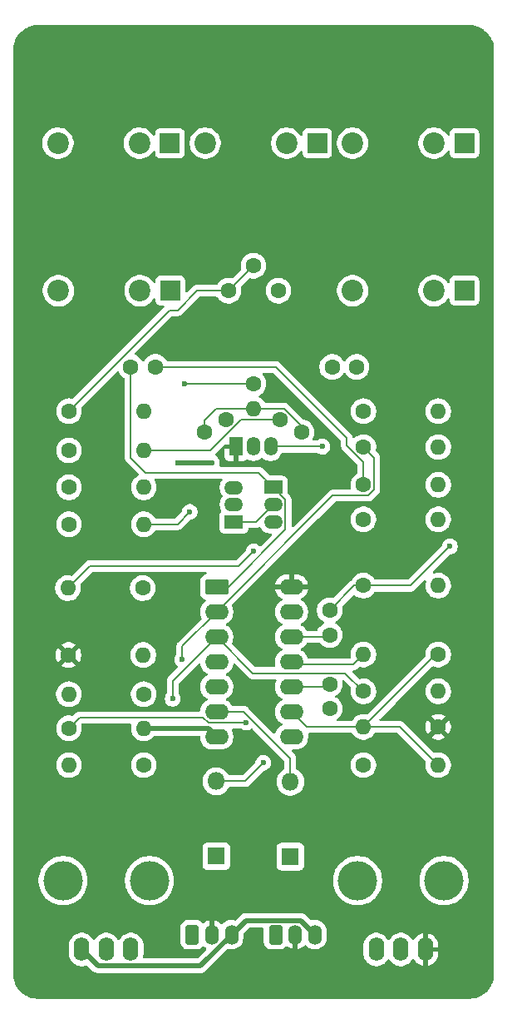
<source format=gbr>
%TF.GenerationSoftware,KiCad,Pcbnew,9.0.0*%
%TF.CreationDate,2025-07-31T22:07:32+10:00*%
%TF.ProjectId,VCO,56434f2e-6b69-4636-9164-5f7063625858,rev?*%
%TF.SameCoordinates,Original*%
%TF.FileFunction,Copper,L2,Bot*%
%TF.FilePolarity,Positive*%
%FSLAX46Y46*%
G04 Gerber Fmt 4.6, Leading zero omitted, Abs format (unit mm)*
G04 Created by KiCad (PCBNEW 9.0.0) date 2025-07-31 22:07:32*
%MOMM*%
%LPD*%
G01*
G04 APERTURE LIST*
G04 Aperture macros list*
%AMRoundRect*
0 Rectangle with rounded corners*
0 $1 Rounding radius*
0 $2 $3 $4 $5 $6 $7 $8 $9 X,Y pos of 4 corners*
0 Add a 4 corners polygon primitive as box body*
4,1,4,$2,$3,$4,$5,$6,$7,$8,$9,$2,$3,0*
0 Add four circle primitives for the rounded corners*
1,1,$1+$1,$2,$3*
1,1,$1+$1,$4,$5*
1,1,$1+$1,$6,$7*
1,1,$1+$1,$8,$9*
0 Add four rect primitives between the rounded corners*
20,1,$1+$1,$2,$3,$4,$5,0*
20,1,$1+$1,$4,$5,$6,$7,0*
20,1,$1+$1,$6,$7,$8,$9,0*
20,1,$1+$1,$8,$9,$2,$3,0*%
%AMHorizOval*
0 Thick line with rounded ends*
0 $1 width*
0 $2 $3 position (X,Y) of the first rounded end (center of the circle)*
0 $4 $5 position (X,Y) of the second rounded end (center of the circle)*
0 Add line between two ends*
20,1,$1,$2,$3,$4,$5,0*
0 Add two circle primitives to create the rounded ends*
1,1,$1,$2,$3*
1,1,$1,$4,$5*%
G04 Aperture macros list end*
%TA.AperFunction,WasherPad*%
%ADD10C,4.000000*%
%TD*%
%TA.AperFunction,ComponentPad*%
%ADD11O,1.600000X2.400000*%
%TD*%
%TA.AperFunction,ComponentPad*%
%ADD12R,1.350000X1.900000*%
%TD*%
%TA.AperFunction,ComponentPad*%
%ADD13O,1.350000X1.900000*%
%TD*%
%TA.AperFunction,ComponentPad*%
%ADD14C,1.600000*%
%TD*%
%TA.AperFunction,ComponentPad*%
%ADD15O,1.600000X1.600000*%
%TD*%
%TA.AperFunction,ComponentPad*%
%ADD16R,2.000000X2.000000*%
%TD*%
%TA.AperFunction,ComponentPad*%
%ADD17C,2.200000*%
%TD*%
%TA.AperFunction,ComponentPad*%
%ADD18RoundRect,0.291666X-0.408334X-0.708334X0.408334X-0.708334X0.408334X0.708334X-0.408334X0.708334X0*%
%TD*%
%TA.AperFunction,ComponentPad*%
%ADD19O,1.400000X2.000000*%
%TD*%
%TA.AperFunction,ComponentPad*%
%ADD20HorizOval,1.600000X0.000000X0.000000X0.000000X0.000000X0*%
%TD*%
%TA.AperFunction,ComponentPad*%
%ADD21RoundRect,0.250000X-0.950000X-0.550000X0.950000X-0.550000X0.950000X0.550000X-0.950000X0.550000X0*%
%TD*%
%TA.AperFunction,ComponentPad*%
%ADD22O,2.400000X1.600000*%
%TD*%
%TA.AperFunction,ComponentPad*%
%ADD23R,1.800000X1.800000*%
%TD*%
%TA.AperFunction,ComponentPad*%
%ADD24O,1.800000X1.800000*%
%TD*%
%TA.AperFunction,ComponentPad*%
%ADD25R,1.900000X1.350000*%
%TD*%
%TA.AperFunction,ComponentPad*%
%ADD26O,1.900000X1.350000*%
%TD*%
%TA.AperFunction,ComponentPad*%
%ADD27HorizOval,1.600000X0.000000X0.000000X0.000000X0.000000X0*%
%TD*%
%TA.AperFunction,ViaPad*%
%ADD28C,0.600000*%
%TD*%
%TA.AperFunction,Conductor*%
%ADD29C,0.200000*%
%TD*%
%TA.AperFunction,Conductor*%
%ADD30C,0.500000*%
%TD*%
G04 APERTURE END LIST*
D10*
%TO.P,RV3,*%
%TO.N,*%
X85600000Y-137500000D03*
X94400000Y-137500000D03*
D11*
%TO.P,RV3,1,1*%
%TO.N,VDD*%
X92500001Y-144500000D03*
%TO.P,RV3,2,2*%
%TO.N,Net-(R12-Pad1)*%
X90000000Y-144500000D03*
%TO.P,RV3,3,3*%
%TO.N,GND*%
X87499999Y-144500000D03*
%TD*%
D12*
%TO.P,Q1,1,C*%
%TO.N,VDD*%
X73230000Y-93360000D03*
D13*
%TO.P,Q1,2,B*%
%TO.N,Net-(Q1-B)*%
X75000000Y-93360000D03*
%TO.P,Q1,3,E*%
%TO.N,Net-(Q1-E)*%
X76730000Y-93360000D03*
%TD*%
D14*
%TO.P,R7,1*%
%TO.N,Net-(R7-Pad1)*%
X56190000Y-89750000D03*
D15*
%TO.P,R7,2*%
%TO.N,GND*%
X63810000Y-89750000D03*
%TD*%
D14*
%TO.P,R5,1*%
%TO.N,Net-(J2-PadT)*%
X56190000Y-97500000D03*
D15*
%TO.P,R5,2*%
%TO.N,Net-(R1-Pad1)*%
X63810000Y-97500000D03*
%TD*%
D16*
%TO.P,J3,G*%
%TO.N,GND*%
X81480000Y-62500000D03*
D17*
%TO.P,J3,S*%
%TO.N,unconnected-(J3-PadS)*%
X78380000Y-62500000D03*
%TO.P,J3,T*%
%TO.N,Net-(J3-PadT)*%
X70080000Y-62500000D03*
%TD*%
D18*
%TO.P,J6,1,Pin_1*%
%TO.N,GND*%
X68750000Y-143000000D03*
D19*
%TO.P,J6,2,Pin_2*%
%TO.N,VDD*%
X70750000Y-143000000D03*
%TO.P,J6,3,Pin_3*%
%TO.N,VSS*%
X72750000Y-143000000D03*
%TD*%
D14*
%TO.P,R21,1*%
%TO.N,Net-(C3-Pad2)*%
X86190000Y-107500000D03*
D15*
%TO.P,R21,2*%
%TO.N,GND*%
X93810000Y-107500000D03*
%TD*%
D14*
%TO.P,C3,1*%
%TO.N,Net-(C3-Pad1)*%
X82750000Y-112500000D03*
%TO.P,C3,2*%
%TO.N,Net-(C3-Pad2)*%
X82750000Y-110000000D03*
%TD*%
%TO.P,R3,1*%
%TO.N,Net-(T1-B)*%
X79874997Y-91892500D03*
D20*
%TO.P,R3,2*%
%TO.N,Net-(R3-Pad2)*%
X77675292Y-90622500D03*
%TD*%
D16*
%TO.P,J1,G*%
%TO.N,GND*%
X66480000Y-62500000D03*
D17*
%TO.P,J1,S*%
%TO.N,unconnected-(J1-PadS)*%
X63380000Y-62500000D03*
%TO.P,J1,T*%
%TO.N,Net-(J1-PadT)*%
X55080000Y-62500000D03*
%TD*%
D14*
%TO.P,R20,1*%
%TO.N,Net-(C2-Pad2)*%
X86193333Y-89750000D03*
D15*
%TO.P,R20,2*%
%TO.N,GND*%
X93813333Y-89750000D03*
%TD*%
D14*
%TO.P,R11,1*%
%TO.N,Net-(Q1-E)*%
X56190000Y-122000000D03*
D15*
%TO.P,R11,2*%
%TO.N,VSS*%
X63810000Y-122000000D03*
%TD*%
D14*
%TO.P,R12,1*%
%TO.N,Net-(R12-Pad1)*%
X86190000Y-125750000D03*
D15*
%TO.P,R12,2*%
%TO.N,Net-(R12-Pad2)*%
X93810000Y-125750000D03*
%TD*%
D14*
%TO.P,C1,1*%
%TO.N,Net-(D2-K)*%
X62500000Y-85250000D03*
%TO.P,C1,2*%
%TO.N,Net-(D1-A)*%
X65000000Y-85250000D03*
%TD*%
%TO.P,R16,1*%
%TO.N,Net-(D1-K)*%
X86210000Y-93410000D03*
D15*
%TO.P,R16,2*%
%TO.N,Net-(R12-Pad2)*%
X93830000Y-93410000D03*
%TD*%
D14*
%TO.P,R8,1*%
%TO.N,Net-(J3-PadT)*%
X63710000Y-107750000D03*
D15*
%TO.P,R8,2*%
%TO.N,Net-(Q1-B)*%
X56090000Y-107750000D03*
%TD*%
D21*
%TO.P,U1,1*%
%TO.N,Net-(D2-K)*%
X71250000Y-107630000D03*
D22*
%TO.P,U1,2*%
%TO.N,Net-(D1-K)*%
X71250000Y-110170000D03*
%TO.P,U1,3*%
%TO.N,Net-(R17-Pad2)*%
X71250000Y-112710000D03*
%TO.P,U1,4*%
%TO.N,Net-(U1-Pad4)*%
X71250000Y-115250000D03*
%TO.P,U1,5*%
X71250000Y-117790000D03*
%TO.P,U1,6*%
%TO.N,Net-(D2-A)*%
X71250000Y-120330000D03*
%TO.P,U1,7,VSS*%
%TO.N,VSS*%
X71250000Y-122870000D03*
%TO.P,U1,8*%
%TO.N,Net-(R18-Pad2)*%
X78870000Y-122870000D03*
%TO.P,U1,9*%
%TO.N,Net-(R12-Pad2)*%
X78870000Y-120330000D03*
%TO.P,U1,10*%
%TO.N,Net-(C4-Pad2)*%
X78870000Y-117790000D03*
%TO.P,U1,11*%
%TO.N,Net-(R18-Pad2)*%
X78870000Y-115250000D03*
%TO.P,U1,12*%
%TO.N,Net-(C3-Pad1)*%
X78870000Y-112710000D03*
%TO.P,U1,13*%
%TO.N,Net-(C4-Pad2)*%
X78870000Y-110170000D03*
%TO.P,U1,14,VDD*%
%TO.N,VDD*%
X78870000Y-107630000D03*
%TD*%
D23*
%TO.P,D1,1,K*%
%TO.N,Net-(D1-K)*%
X71200000Y-135010000D03*
D24*
%TO.P,D1,2,A*%
%TO.N,Net-(D1-A)*%
X71200000Y-127390000D03*
%TD*%
D10*
%TO.P,RV1,*%
%TO.N,*%
X55600000Y-137500000D03*
X64400000Y-137500000D03*
D11*
%TO.P,RV1,1,1*%
%TO.N,GND*%
X62500001Y-144500000D03*
%TO.P,RV1,2,2*%
%TO.N,Net-(R6-Pad1)*%
X60000000Y-144500000D03*
%TO.P,RV1,3,3*%
%TO.N,VSS*%
X57499999Y-144500000D03*
%TD*%
D14*
%TO.P,R19,1*%
%TO.N,Net-(R17-Pad2)*%
X86193333Y-118250000D03*
D15*
%TO.P,R19,2*%
%TO.N,Net-(D2-A)*%
X93813333Y-118250000D03*
%TD*%
D14*
%TO.P,C4,1*%
%TO.N,GND*%
X82750000Y-120000000D03*
%TO.P,C4,2*%
%TO.N,Net-(C4-Pad2)*%
X82750000Y-117500000D03*
%TD*%
%TO.P,R13,1*%
%TO.N,VDD*%
X93810000Y-121870000D03*
D15*
%TO.P,R13,2*%
%TO.N,Net-(R12-Pad2)*%
X86190000Y-121870000D03*
%TD*%
D14*
%TO.P,C2,1*%
%TO.N,Net-(D1-K)*%
X83000000Y-85250000D03*
%TO.P,C2,2*%
%TO.N,Net-(C2-Pad2)*%
X85500000Y-85250000D03*
%TD*%
D25*
%TO.P,T2,1,C*%
%TO.N,Net-(D2-K)*%
X77000000Y-97500000D03*
D26*
%TO.P,T2,2,B*%
%TO.N,Net-(T1-C)*%
X77000000Y-99270000D03*
%TO.P,T2,3,E*%
%TO.N,GND*%
X77000000Y-101000000D03*
%TD*%
D16*
%TO.P,J4,G*%
%TO.N,GND*%
X96480000Y-77500000D03*
D17*
%TO.P,J4,S*%
%TO.N,unconnected-(J4-PadS)*%
X93380000Y-77500000D03*
%TO.P,J4,T*%
%TO.N,Net-(C2-Pad2)*%
X85080000Y-77500000D03*
%TD*%
D25*
%TO.P,T1,1,C*%
%TO.N,Net-(T1-C)*%
X73000000Y-101020000D03*
D26*
%TO.P,T1,2,B*%
%TO.N,Net-(T1-B)*%
X73000000Y-99250000D03*
%TO.P,T1,3,E*%
%TO.N,VSS*%
X73000000Y-97520000D03*
%TD*%
D23*
%TO.P,D2,1,K*%
%TO.N,Net-(D2-K)*%
X78750000Y-135060000D03*
D24*
%TO.P,D2,2,A*%
%TO.N,Net-(D2-A)*%
X78750000Y-127440000D03*
%TD*%
D14*
%TO.P,RV2,1,1*%
%TO.N,Net-(T1-B)*%
X77530000Y-77505000D03*
%TO.P,RV2,2,2*%
%TO.N,Net-(R7-Pad1)*%
X74990000Y-74965000D03*
%TO.P,RV2,3,3*%
X72450000Y-77505000D03*
%TD*%
%TO.P,R14,1*%
%TO.N,Net-(Q1-E)*%
X86190000Y-100750000D03*
D15*
%TO.P,R14,2*%
%TO.N,Net-(R12-Pad2)*%
X93810000Y-100750000D03*
%TD*%
D14*
%TO.P,R4,1*%
%TO.N,Net-(J1-PadT)*%
X56190000Y-93750000D03*
D15*
%TO.P,R4,2*%
%TO.N,Net-(R3-Pad2)*%
X63810000Y-93750000D03*
%TD*%
D14*
%TO.P,R18,1*%
%TO.N,Net-(R12-Pad2)*%
X93813333Y-114500000D03*
D15*
%TO.P,R18,2*%
%TO.N,Net-(R18-Pad2)*%
X86193333Y-114500000D03*
%TD*%
D14*
%TO.P,R9,1*%
%TO.N,Net-(Q1-B)*%
X63800000Y-118540000D03*
D15*
%TO.P,R9,2*%
%TO.N,GND*%
X56180000Y-118540000D03*
%TD*%
D14*
%TO.P,R17,1*%
%TO.N,Net-(D1-K)*%
X63810000Y-125750000D03*
D15*
%TO.P,R17,2*%
%TO.N,Net-(R17-Pad2)*%
X56190000Y-125750000D03*
%TD*%
D14*
%TO.P,R2,1*%
%TO.N,Net-(T1-B)*%
X69985004Y-91842500D03*
D27*
%TO.P,R2,2*%
%TO.N,Net-(R2-Pad2)*%
X72184709Y-90572500D03*
%TD*%
D14*
%TO.P,R6,1*%
%TO.N,Net-(R6-Pad1)*%
X56190000Y-101250000D03*
D15*
%TO.P,R6,2*%
%TO.N,Net-(R2-Pad2)*%
X63810000Y-101250000D03*
%TD*%
D14*
%TO.P,R10,1*%
%TO.N,VDD*%
X56150000Y-114550000D03*
D15*
%TO.P,R10,2*%
%TO.N,Net-(T1-C)*%
X63770000Y-114550000D03*
%TD*%
D16*
%TO.P,J2,G*%
%TO.N,GND*%
X66530000Y-77500000D03*
D17*
%TO.P,J2,S*%
%TO.N,unconnected-(J2-PadS)*%
X63430000Y-77500000D03*
%TO.P,J2,T*%
%TO.N,Net-(J2-PadT)*%
X55130000Y-77500000D03*
%TD*%
D14*
%TO.P,R1,1*%
%TO.N,Net-(R1-Pad1)*%
X75000000Y-86955000D03*
D15*
%TO.P,R1,2*%
%TO.N,Net-(T1-B)*%
X75000000Y-89495000D03*
%TD*%
D16*
%TO.P,J5,G*%
%TO.N,GND*%
X96480000Y-62500000D03*
D17*
%TO.P,J5,S*%
%TO.N,unconnected-(J5-PadS)*%
X93380000Y-62500000D03*
%TO.P,J5,T*%
%TO.N,Net-(C3-Pad2)*%
X85080000Y-62500000D03*
%TD*%
D14*
%TO.P,R15,1*%
%TO.N,Net-(D1-A)*%
X86193333Y-97250000D03*
D15*
%TO.P,R15,2*%
%TO.N,Net-(D1-K)*%
X93813333Y-97250000D03*
%TD*%
D18*
%TO.P,J7,1,Pin_1*%
%TO.N,GND*%
X77250000Y-143000000D03*
D19*
%TO.P,J7,2,Pin_2*%
%TO.N,VDD*%
X79250000Y-143000000D03*
%TO.P,J7,3,Pin_3*%
%TO.N,VSS*%
X81250000Y-143000000D03*
%TD*%
D28*
%TO.N,VDD*%
X82500000Y-100750000D03*
X80750000Y-99000000D03*
%TO.N,Net-(D1-A)*%
X76000000Y-125500000D03*
%TO.N,Net-(D1-K)*%
X67750000Y-115000000D03*
%TO.N,Net-(C3-Pad2)*%
X95000000Y-103500000D03*
%TO.N,GND*%
X70750000Y-95000000D03*
X67250000Y-95000000D03*
%TO.N,VDD*%
X74750000Y-114250000D03*
X74750000Y-117250000D03*
%TO.N,Net-(Q1-B)*%
X75000000Y-104000000D03*
%TO.N,Net-(Q1-E)*%
X82000000Y-93360000D03*
X74250000Y-121431000D03*
%TO.N,Net-(R1-Pad1)*%
X68000000Y-87000000D03*
%TO.N,Net-(R2-Pad2)*%
X68500000Y-100000000D03*
%TO.N,Net-(R17-Pad2)*%
X66750000Y-119000000D03*
%TD*%
D29*
%TO.N,Net-(D1-A)*%
X74110000Y-127390000D02*
X71200000Y-127390000D01*
X76000000Y-125500000D02*
X74110000Y-127390000D01*
X86193333Y-94950383D02*
X86193333Y-97250000D01*
X77250000Y-85250000D02*
X84500000Y-92500000D01*
X84500000Y-93257050D02*
X86193333Y-94950383D01*
X65000000Y-85250000D02*
X77250000Y-85250000D01*
X84500000Y-92500000D02*
X84500000Y-93257050D01*
%TO.N,Net-(D2-K)*%
X62500000Y-94500000D02*
X62500000Y-85250000D01*
X78251000Y-98751000D02*
X78251000Y-101829000D01*
X78251000Y-101829000D02*
X72450000Y-107630000D01*
X72450000Y-107630000D02*
X71250000Y-107630000D01*
X77000000Y-97500000D02*
X75500000Y-96000000D01*
X75500000Y-96000000D02*
X64000000Y-96000000D01*
X64000000Y-96000000D02*
X62500000Y-94500000D01*
X77000000Y-97500000D02*
X78251000Y-98751000D01*
%TO.N,Net-(D1-K)*%
X67750000Y-115000000D02*
X67750000Y-113670000D01*
X87294333Y-97706050D02*
X87294333Y-94494333D01*
X71250000Y-110170000D02*
X83069000Y-98351000D01*
X67750000Y-113670000D02*
X71250000Y-110170000D01*
X83069000Y-98351000D02*
X86649383Y-98351000D01*
X87294333Y-94494333D02*
X86210000Y-93410000D01*
X86649383Y-98351000D02*
X87294333Y-97706050D01*
%TO.N,Net-(C3-Pad1)*%
X78870000Y-112710000D02*
X82540000Y-112710000D01*
X82540000Y-112710000D02*
X82750000Y-112500000D01*
%TO.N,Net-(C3-Pad2)*%
X82750000Y-110000000D02*
X85250000Y-107500000D01*
X91000000Y-107500000D02*
X86190000Y-107500000D01*
X95000000Y-103500000D02*
X91000000Y-107500000D01*
X85250000Y-107500000D02*
X86190000Y-107500000D01*
%TO.N,Net-(D2-A)*%
X78750000Y-125081057D02*
X78750000Y-127440000D01*
X71250000Y-120330000D02*
X73998943Y-120330000D01*
X73998943Y-120330000D02*
X78750000Y-125081057D01*
D30*
%TO.N,GND*%
X67250000Y-95000000D02*
X70750000Y-95000000D01*
D29*
%TO.N,Net-(Q1-B)*%
X75000000Y-104000000D02*
X73500000Y-105500000D01*
X58340000Y-105500000D02*
X56090000Y-107750000D01*
X73500000Y-105500000D02*
X58340000Y-105500000D01*
%TO.N,Net-(Q1-E)*%
X57291000Y-120899000D02*
X56190000Y-122000000D01*
X69861951Y-120899000D02*
X57291000Y-120899000D01*
X82000000Y-93360000D02*
X76730000Y-93360000D01*
X70393951Y-121431000D02*
X69861951Y-120899000D01*
X74250000Y-121431000D02*
X70393951Y-121431000D01*
%TO.N,Net-(R1-Pad1)*%
X68045000Y-86955000D02*
X68000000Y-87000000D01*
X75000000Y-86955000D02*
X68045000Y-86955000D01*
%TO.N,Net-(R2-Pad2)*%
X67250000Y-101250000D02*
X63810000Y-101250000D01*
X68500000Y-100000000D02*
X67250000Y-101250000D01*
%TO.N,Net-(T1-B)*%
X75000000Y-89495000D02*
X78104842Y-89495000D01*
X74976500Y-89471500D02*
X75000000Y-89495000D01*
X79874997Y-91265155D02*
X79874997Y-91892500D01*
X71224634Y-89471500D02*
X74976500Y-89471500D01*
X69985004Y-90711130D02*
X71224634Y-89471500D01*
X69985004Y-91842500D02*
X69985004Y-90711130D01*
X78104842Y-89495000D02*
X79874997Y-91265155D01*
%TO.N,Net-(R7-Pad1)*%
X69250000Y-77500000D02*
X67250000Y-79500000D01*
X72450000Y-77505000D02*
X74990000Y-74965000D01*
X72450000Y-77505000D02*
X69255000Y-77505000D01*
X56190000Y-89750000D02*
X66440000Y-79500000D01*
X66440000Y-79500000D02*
X67250000Y-79500000D01*
X69255000Y-77505000D02*
X69250000Y-77500000D01*
%TO.N,Net-(T1-C)*%
X73000000Y-101020000D02*
X75250000Y-101020000D01*
X75250000Y-101020000D02*
X77000000Y-99270000D01*
D30*
%TO.N,VSS*%
X79799000Y-141549000D02*
X81250000Y-143000000D01*
X74201000Y-141549000D02*
X79799000Y-141549000D01*
X59150999Y-146151000D02*
X69599000Y-146151000D01*
X72750000Y-143000000D02*
X74201000Y-141549000D01*
X70380000Y-122000000D02*
X71250000Y-122870000D01*
X63810000Y-122000000D02*
X70380000Y-122000000D01*
X57499999Y-144500000D02*
X59150999Y-146151000D01*
X69599000Y-146151000D02*
X72750000Y-143000000D01*
D29*
%TO.N,Net-(R12-Pad2)*%
X80410000Y-121870000D02*
X86190000Y-121870000D01*
X86190000Y-121870000D02*
X89930000Y-121870000D01*
X93560000Y-114500000D02*
X93813333Y-114500000D01*
X86190000Y-121870000D02*
X93560000Y-114500000D01*
X89930000Y-121870000D02*
X93810000Y-125750000D01*
X78870000Y-120330000D02*
X80410000Y-121870000D01*
%TO.N,Net-(R17-Pad2)*%
X74939000Y-116399000D02*
X71250000Y-112710000D01*
X84342333Y-116399000D02*
X74939000Y-116399000D01*
X66750000Y-119000000D02*
X66750000Y-117210000D01*
X86193333Y-118250000D02*
X84342333Y-116399000D01*
X66750000Y-117210000D02*
X71250000Y-112710000D01*
%TO.N,Net-(R18-Pad2)*%
X85443333Y-115250000D02*
X86193333Y-114500000D01*
X78870000Y-115500000D02*
X85193333Y-115500000D01*
X85193333Y-115500000D02*
X85443333Y-115250000D01*
%TO.N,Net-(C4-Pad2)*%
X78870000Y-117790000D02*
X82460000Y-117790000D01*
X82460000Y-117790000D02*
X82750000Y-117500000D01*
%TO.N,Net-(R3-Pad2)*%
X77675292Y-90622500D02*
X73740500Y-90622500D01*
X70613000Y-93750000D02*
X63810000Y-93750000D01*
X73740500Y-90622500D02*
X70613000Y-93750000D01*
%TD*%
%TA.AperFunction,Conductor*%
%TO.N,VDD*%
G36*
X73084193Y-115413695D02*
G01*
X73135246Y-115444481D01*
X74454139Y-116763374D01*
X74454149Y-116763385D01*
X74458479Y-116767715D01*
X74458480Y-116767716D01*
X74570284Y-116879520D01*
X74647510Y-116924106D01*
X74707215Y-116958577D01*
X74859943Y-116999501D01*
X74859946Y-116999501D01*
X75025653Y-116999501D01*
X75025669Y-116999500D01*
X77210845Y-116999500D01*
X77277884Y-117019185D01*
X77323639Y-117071989D01*
X77333583Y-117141147D01*
X77321330Y-117179795D01*
X77264781Y-117290776D01*
X77201522Y-117485465D01*
X77169500Y-117687648D01*
X77169500Y-117892351D01*
X77201522Y-118094534D01*
X77264781Y-118289223D01*
X77316385Y-118390500D01*
X77340408Y-118437648D01*
X77357715Y-118471613D01*
X77478028Y-118637213D01*
X77622786Y-118781971D01*
X77768330Y-118887713D01*
X77788390Y-118902287D01*
X77879840Y-118948883D01*
X77881080Y-118949515D01*
X77931876Y-118997490D01*
X77948671Y-119065311D01*
X77926134Y-119131446D01*
X77881080Y-119170485D01*
X77788386Y-119217715D01*
X77622786Y-119338028D01*
X77478028Y-119482786D01*
X77357715Y-119648386D01*
X77264781Y-119830776D01*
X77201522Y-120025465D01*
X77169500Y-120227648D01*
X77169500Y-120432351D01*
X77201522Y-120634534D01*
X77264781Y-120829223D01*
X77317152Y-120932005D01*
X77347703Y-120991965D01*
X77357715Y-121011613D01*
X77478028Y-121177213D01*
X77622786Y-121321971D01*
X77777749Y-121434556D01*
X77788390Y-121442287D01*
X77879840Y-121488883D01*
X77881080Y-121489515D01*
X77931876Y-121537490D01*
X77948671Y-121605311D01*
X77926134Y-121671446D01*
X77881080Y-121710485D01*
X77788386Y-121757715D01*
X77622786Y-121878028D01*
X77478028Y-122022786D01*
X77357715Y-122188386D01*
X77264781Y-122370776D01*
X77235144Y-122461992D01*
X77195706Y-122519667D01*
X77131347Y-122546865D01*
X77062501Y-122534950D01*
X77029532Y-122511354D01*
X74486533Y-119968355D01*
X74486531Y-119968352D01*
X74367660Y-119849481D01*
X74367659Y-119849480D01*
X74280847Y-119799360D01*
X74280847Y-119799359D01*
X74280843Y-119799358D01*
X74230728Y-119770423D01*
X74078000Y-119729499D01*
X73919886Y-119729499D01*
X73912290Y-119729499D01*
X73912274Y-119729500D01*
X72879602Y-119729500D01*
X72812563Y-119709815D01*
X72769117Y-119661795D01*
X72762287Y-119648390D01*
X72762285Y-119648387D01*
X72762284Y-119648385D01*
X72641971Y-119482786D01*
X72497213Y-119338028D01*
X72331614Y-119217715D01*
X72325006Y-119214348D01*
X72238917Y-119170483D01*
X72188123Y-119122511D01*
X72171328Y-119054690D01*
X72193865Y-118988555D01*
X72238917Y-118949516D01*
X72331610Y-118902287D01*
X72389146Y-118860485D01*
X72497213Y-118781971D01*
X72497215Y-118781968D01*
X72497219Y-118781966D01*
X72641966Y-118637219D01*
X72641968Y-118637215D01*
X72641971Y-118637213D01*
X72702040Y-118554534D01*
X72762287Y-118471610D01*
X72855220Y-118289219D01*
X72918477Y-118094534D01*
X72950500Y-117892352D01*
X72950500Y-117687648D01*
X72931611Y-117568390D01*
X72918477Y-117485465D01*
X72869516Y-117334780D01*
X72855220Y-117290781D01*
X72855218Y-117290778D01*
X72855218Y-117290776D01*
X72821503Y-117224607D01*
X72762287Y-117108390D01*
X72754556Y-117097749D01*
X72641971Y-116942786D01*
X72497213Y-116798028D01*
X72331614Y-116677715D01*
X72325006Y-116674348D01*
X72238917Y-116630483D01*
X72188123Y-116582511D01*
X72171328Y-116514690D01*
X72193865Y-116448555D01*
X72238917Y-116409516D01*
X72331610Y-116362287D01*
X72400574Y-116312182D01*
X72497213Y-116241971D01*
X72497215Y-116241968D01*
X72497219Y-116241966D01*
X72641966Y-116097219D01*
X72641968Y-116097215D01*
X72641971Y-116097213D01*
X72694732Y-116024590D01*
X72762287Y-115931610D01*
X72855220Y-115749219D01*
X72918477Y-115554534D01*
X72925093Y-115512761D01*
X72955020Y-115449631D01*
X73014330Y-115412699D01*
X73084193Y-115413695D01*
G37*
%TD.AperFunction*%
%TA.AperFunction,Conductor*%
G36*
X77016942Y-85870185D02*
G01*
X77037584Y-85886819D01*
X83863181Y-92712416D01*
X83896666Y-92773739D01*
X83899500Y-92800097D01*
X83899500Y-93170380D01*
X83899499Y-93170398D01*
X83899499Y-93336104D01*
X83899498Y-93336104D01*
X83940423Y-93488835D01*
X83969358Y-93538950D01*
X83969359Y-93538954D01*
X83969360Y-93538954D01*
X84019479Y-93625764D01*
X84019481Y-93625767D01*
X84138349Y-93744635D01*
X84138355Y-93744640D01*
X85556514Y-95162799D01*
X85589999Y-95224122D01*
X85592833Y-95250480D01*
X85592833Y-96020397D01*
X85573148Y-96087436D01*
X85525133Y-96130879D01*
X85511722Y-96137712D01*
X85346119Y-96258028D01*
X85201361Y-96402786D01*
X85081048Y-96568386D01*
X84988114Y-96750776D01*
X84924855Y-96945465D01*
X84892833Y-97147648D01*
X84892833Y-97352351D01*
X84924856Y-97554535D01*
X84924857Y-97554542D01*
X84935788Y-97588183D01*
X84937783Y-97658024D01*
X84901702Y-97717856D01*
X84839001Y-97748684D01*
X84817857Y-97750500D01*
X82989943Y-97750500D01*
X82837214Y-97791423D01*
X82805772Y-97809577D01*
X82805771Y-97809577D01*
X82700287Y-97870477D01*
X82700282Y-97870481D01*
X79063181Y-101507583D01*
X79001858Y-101541068D01*
X78932166Y-101536084D01*
X78876233Y-101494212D01*
X78851816Y-101428748D01*
X78851500Y-101419902D01*
X78851500Y-98671943D01*
X78850057Y-98666560D01*
X78850054Y-98666548D01*
X78829309Y-98589126D01*
X78810577Y-98519215D01*
X78794847Y-98491971D01*
X78773629Y-98455220D01*
X78773629Y-98455219D01*
X78731522Y-98382287D01*
X78731521Y-98382286D01*
X78731520Y-98382284D01*
X78619716Y-98270480D01*
X78619715Y-98270479D01*
X78615385Y-98266149D01*
X78615374Y-98266139D01*
X78486818Y-98137583D01*
X78453333Y-98076260D01*
X78450499Y-98049902D01*
X78450499Y-96777129D01*
X78450498Y-96777123D01*
X78448035Y-96754213D01*
X78444091Y-96717517D01*
X78423953Y-96663525D01*
X78393797Y-96582671D01*
X78393793Y-96582664D01*
X78307547Y-96467455D01*
X78307544Y-96467452D01*
X78192335Y-96381206D01*
X78192328Y-96381202D01*
X78057482Y-96330908D01*
X78057483Y-96330908D01*
X77997883Y-96324501D01*
X77997881Y-96324500D01*
X77997873Y-96324500D01*
X77997865Y-96324500D01*
X76725097Y-96324500D01*
X76658058Y-96304815D01*
X76637416Y-96288181D01*
X75987590Y-95638355D01*
X75987588Y-95638352D01*
X75868717Y-95519481D01*
X75868716Y-95519480D01*
X75781904Y-95469360D01*
X75781904Y-95469359D01*
X75781900Y-95469358D01*
X75731785Y-95440423D01*
X75579057Y-95399499D01*
X75420943Y-95399499D01*
X75413347Y-95399499D01*
X75413331Y-95399500D01*
X71636555Y-95399500D01*
X71569516Y-95379815D01*
X71523761Y-95327011D01*
X71513817Y-95257853D01*
X71518840Y-95239588D01*
X71517969Y-95239324D01*
X71519731Y-95233509D01*
X71519737Y-95233497D01*
X71550500Y-95078842D01*
X71550500Y-94921158D01*
X71550500Y-94921155D01*
X71550499Y-94921153D01*
X71519737Y-94766503D01*
X71509574Y-94741966D01*
X71459397Y-94620827D01*
X71459390Y-94620814D01*
X71371789Y-94489711D01*
X71371786Y-94489707D01*
X71260291Y-94378212D01*
X71260288Y-94378210D01*
X71130391Y-94291415D01*
X71085586Y-94237803D01*
X71076879Y-94168478D01*
X71107034Y-94105450D01*
X71111582Y-94100651D01*
X72065915Y-93146318D01*
X72127238Y-93112834D01*
X72153596Y-93110000D01*
X72949670Y-93110000D01*
X72929925Y-93129745D01*
X72880556Y-93215255D01*
X72855000Y-93310630D01*
X72855000Y-93409370D01*
X72880556Y-93504745D01*
X72929925Y-93590255D01*
X72949670Y-93610000D01*
X72055000Y-93610000D01*
X72055000Y-94357844D01*
X72061401Y-94417372D01*
X72061403Y-94417379D01*
X72111645Y-94552086D01*
X72111649Y-94552093D01*
X72197809Y-94667187D01*
X72197812Y-94667190D01*
X72312906Y-94753350D01*
X72312913Y-94753354D01*
X72447620Y-94803596D01*
X72447627Y-94803598D01*
X72507155Y-94809999D01*
X72507172Y-94810000D01*
X72980000Y-94810000D01*
X72980000Y-93640330D01*
X72999745Y-93660075D01*
X73085255Y-93709444D01*
X73180630Y-93735000D01*
X73279370Y-93735000D01*
X73374745Y-93709444D01*
X73460255Y-93660075D01*
X73480000Y-93640330D01*
X73480000Y-94810000D01*
X73952828Y-94810000D01*
X73952844Y-94809999D01*
X74012372Y-94803598D01*
X74012379Y-94803596D01*
X74147086Y-94753354D01*
X74147088Y-94753352D01*
X74269289Y-94661874D01*
X74271229Y-94664465D01*
X74318610Y-94638572D01*
X74388303Y-94643532D01*
X74401294Y-94649239D01*
X74521526Y-94710500D01*
X74548765Y-94724379D01*
X74548767Y-94724380D01*
X74602908Y-94741971D01*
X74724736Y-94781555D01*
X74907486Y-94810500D01*
X74907487Y-94810500D01*
X75092513Y-94810500D01*
X75092514Y-94810500D01*
X75275264Y-94781555D01*
X75451235Y-94724379D01*
X75616096Y-94640378D01*
X75765787Y-94531621D01*
X75777319Y-94520089D01*
X75838642Y-94486604D01*
X75908334Y-94491588D01*
X75952681Y-94520089D01*
X75964213Y-94531621D01*
X76113904Y-94640378D01*
X76188677Y-94678477D01*
X76278764Y-94724379D01*
X76278767Y-94724380D01*
X76332908Y-94741971D01*
X76454736Y-94781555D01*
X76637486Y-94810500D01*
X76637487Y-94810500D01*
X76822513Y-94810500D01*
X76822514Y-94810500D01*
X77005264Y-94781555D01*
X77181235Y-94724379D01*
X77346096Y-94640378D01*
X77495787Y-94531621D01*
X77626621Y-94400787D01*
X77735378Y-94251096D01*
X77819379Y-94086235D01*
X77824852Y-94069390D01*
X77832393Y-94046183D01*
X77871830Y-93988507D01*
X77936188Y-93961308D01*
X77950324Y-93960500D01*
X81420234Y-93960500D01*
X81487273Y-93980185D01*
X81489125Y-93981398D01*
X81620814Y-94069390D01*
X81620827Y-94069397D01*
X81756556Y-94125617D01*
X81766503Y-94129737D01*
X81921153Y-94160499D01*
X81921156Y-94160500D01*
X81921158Y-94160500D01*
X82078844Y-94160500D01*
X82078845Y-94160499D01*
X82233497Y-94129737D01*
X82379179Y-94069394D01*
X82510289Y-93981789D01*
X82621789Y-93870289D01*
X82709394Y-93739179D01*
X82710061Y-93737570D01*
X82756371Y-93625766D01*
X82769737Y-93593497D01*
X82800500Y-93438842D01*
X82800500Y-93281158D01*
X82800500Y-93281155D01*
X82800499Y-93281153D01*
X82778468Y-93170398D01*
X82769737Y-93126503D01*
X82761023Y-93105465D01*
X82709397Y-92980827D01*
X82709390Y-92980814D01*
X82621789Y-92849711D01*
X82621786Y-92849707D01*
X82510292Y-92738213D01*
X82510288Y-92738210D01*
X82379185Y-92650609D01*
X82379172Y-92650602D01*
X82233501Y-92590264D01*
X82233489Y-92590261D01*
X82078845Y-92559500D01*
X82078842Y-92559500D01*
X81921158Y-92559500D01*
X81921155Y-92559500D01*
X81766510Y-92590261D01*
X81766498Y-92590264D01*
X81620827Y-92650602D01*
X81620814Y-92650609D01*
X81489125Y-92738602D01*
X81422447Y-92759480D01*
X81420234Y-92759500D01*
X81095095Y-92759500D01*
X81028056Y-92739815D01*
X80982301Y-92687011D01*
X80972357Y-92617853D01*
X80986339Y-92579096D01*
X80985072Y-92578451D01*
X81034460Y-92481523D01*
X81080217Y-92391719D01*
X81143474Y-92197034D01*
X81175497Y-91994852D01*
X81175497Y-91790148D01*
X81166728Y-91734784D01*
X81143474Y-91587965D01*
X81080215Y-91393276D01*
X81027952Y-91290705D01*
X80987284Y-91210890D01*
X80979553Y-91200249D01*
X80866968Y-91045286D01*
X80722210Y-90900528D01*
X80556610Y-90780215D01*
X80556609Y-90780214D01*
X80556607Y-90780213D01*
X80374216Y-90687280D01*
X80179531Y-90624023D01*
X80179528Y-90624022D01*
X80179529Y-90624022D01*
X80104744Y-90612177D01*
X80041609Y-90582247D01*
X80036462Y-90577385D01*
X78592432Y-89133355D01*
X78592430Y-89133352D01*
X78473559Y-89014481D01*
X78473558Y-89014480D01*
X78365316Y-88951987D01*
X78365315Y-88951986D01*
X78336625Y-88935422D01*
X78280723Y-88920443D01*
X78183899Y-88894499D01*
X78025785Y-88894499D01*
X78018189Y-88894499D01*
X78018173Y-88894500D01*
X76229602Y-88894500D01*
X76162563Y-88874815D01*
X76119117Y-88826795D01*
X76112284Y-88813385D01*
X75991971Y-88647786D01*
X75847213Y-88503028D01*
X75681614Y-88382715D01*
X75675006Y-88379348D01*
X75588917Y-88335483D01*
X75538123Y-88287511D01*
X75521328Y-88219690D01*
X75543865Y-88153555D01*
X75588917Y-88114516D01*
X75681610Y-88067287D01*
X75702770Y-88051913D01*
X75847213Y-87946971D01*
X75847215Y-87946968D01*
X75847219Y-87946966D01*
X75991966Y-87802219D01*
X75991968Y-87802215D01*
X75991971Y-87802213D01*
X76044732Y-87729590D01*
X76112287Y-87636610D01*
X76205220Y-87454219D01*
X76268477Y-87259534D01*
X76300500Y-87057352D01*
X76300500Y-86852648D01*
X76268477Y-86650466D01*
X76258842Y-86620814D01*
X76225591Y-86518477D01*
X76205220Y-86455781D01*
X76205218Y-86455778D01*
X76205218Y-86455776D01*
X76165696Y-86378211D01*
X76112287Y-86273390D01*
X76089456Y-86241965D01*
X75991971Y-86107786D01*
X75946366Y-86062181D01*
X75912881Y-86000858D01*
X75917865Y-85931166D01*
X75959737Y-85875233D01*
X76025201Y-85850816D01*
X76034047Y-85850500D01*
X76949903Y-85850500D01*
X77016942Y-85870185D01*
G37*
%TD.AperFunction*%
%TA.AperFunction,Conductor*%
G36*
X97003736Y-50500726D02*
G01*
X97293796Y-50518271D01*
X97308659Y-50520076D01*
X97590798Y-50571780D01*
X97605335Y-50575363D01*
X97879172Y-50660695D01*
X97893163Y-50666000D01*
X98154743Y-50783727D01*
X98167989Y-50790680D01*
X98413465Y-50939075D01*
X98425776Y-50947573D01*
X98651573Y-51124473D01*
X98662781Y-51134403D01*
X98865596Y-51337218D01*
X98875526Y-51348426D01*
X98995481Y-51501538D01*
X99052422Y-51574217D01*
X99060928Y-51586540D01*
X99209316Y-51832004D01*
X99216275Y-51845263D01*
X99333997Y-52106831D01*
X99339306Y-52120832D01*
X99424635Y-52394663D01*
X99428219Y-52409201D01*
X99479923Y-52691340D01*
X99481728Y-52706205D01*
X99499274Y-52996262D01*
X99499500Y-53003749D01*
X99499500Y-146996249D01*
X99499274Y-147003736D01*
X99481728Y-147293794D01*
X99479923Y-147308659D01*
X99428219Y-147590798D01*
X99424635Y-147605336D01*
X99339306Y-147879167D01*
X99333997Y-147893168D01*
X99216275Y-148154736D01*
X99209316Y-148167995D01*
X99060928Y-148413459D01*
X99052422Y-148425782D01*
X98875526Y-148651573D01*
X98865596Y-148662781D01*
X98662781Y-148865596D01*
X98651573Y-148875526D01*
X98425782Y-149052422D01*
X98413459Y-149060928D01*
X98167995Y-149209316D01*
X98154736Y-149216275D01*
X97893168Y-149333997D01*
X97879167Y-149339306D01*
X97605336Y-149424635D01*
X97590798Y-149428219D01*
X97308659Y-149479923D01*
X97293794Y-149481728D01*
X97014454Y-149498624D01*
X97003735Y-149499273D01*
X96996250Y-149499499D01*
X53003734Y-149499499D01*
X52996247Y-149499273D01*
X52706205Y-149481728D01*
X52691340Y-149479923D01*
X52409201Y-149428219D01*
X52394663Y-149424635D01*
X52120832Y-149339306D01*
X52106831Y-149333997D01*
X51845263Y-149216275D01*
X51832004Y-149209316D01*
X51586540Y-149060928D01*
X51574217Y-149052422D01*
X51348426Y-148875526D01*
X51337218Y-148865596D01*
X51134403Y-148662781D01*
X51124473Y-148651573D01*
X50947573Y-148425776D01*
X50939075Y-148413465D01*
X50790680Y-148167989D01*
X50783727Y-148154743D01*
X50666000Y-147893163D01*
X50660693Y-147879167D01*
X50575364Y-147605336D01*
X50571780Y-147590798D01*
X50520076Y-147308659D01*
X50518271Y-147293794D01*
X50500726Y-147003736D01*
X50500500Y-146996249D01*
X50500500Y-143997648D01*
X56199499Y-143997648D01*
X56199499Y-145002351D01*
X56231521Y-145204534D01*
X56294780Y-145399223D01*
X56387714Y-145581613D01*
X56508027Y-145747213D01*
X56652785Y-145891971D01*
X56807748Y-146004556D01*
X56818389Y-146012287D01*
X56934606Y-146071503D01*
X57000775Y-146105218D01*
X57000777Y-146105218D01*
X57000780Y-146105220D01*
X57039359Y-146117755D01*
X57195464Y-146168477D01*
X57296556Y-146184488D01*
X57397647Y-146200500D01*
X57397648Y-146200500D01*
X57602350Y-146200500D01*
X57602351Y-146200500D01*
X57804533Y-146168477D01*
X57960639Y-146117754D01*
X58030477Y-146115760D01*
X58086636Y-146148005D01*
X58568048Y-146629416D01*
X58672583Y-146733951D01*
X58672586Y-146733953D01*
X58672587Y-146733954D01*
X58795502Y-146816083D01*
X58795505Y-146816085D01*
X58845664Y-146836861D01*
X58852079Y-146839518D01*
X58932087Y-146872659D01*
X59048240Y-146895763D01*
X59071379Y-146900365D01*
X59077080Y-146901500D01*
X59077081Y-146901500D01*
X69672920Y-146901500D01*
X69770462Y-146882096D01*
X69817913Y-146872658D01*
X69954495Y-146816084D01*
X70003729Y-146783186D01*
X70077416Y-146733952D01*
X72318199Y-144493167D01*
X72379520Y-144459684D01*
X72444199Y-144462920D01*
X72468882Y-144470940D01*
X72543270Y-144482721D01*
X72655514Y-144500500D01*
X72655519Y-144500500D01*
X72844486Y-144500500D01*
X73031118Y-144470940D01*
X73065760Y-144459684D01*
X73210832Y-144412547D01*
X73379199Y-144326760D01*
X73532073Y-144215690D01*
X73665690Y-144082073D01*
X73776760Y-143929199D01*
X73862547Y-143760832D01*
X73920940Y-143581118D01*
X73927457Y-143539969D01*
X73950500Y-143394486D01*
X73950500Y-142912230D01*
X73970185Y-142845191D01*
X73986819Y-142824549D01*
X74475549Y-142335819D01*
X74536872Y-142302334D01*
X74563230Y-142299500D01*
X75925500Y-142299500D01*
X75992539Y-142319185D01*
X76038294Y-142371989D01*
X76049500Y-142423500D01*
X76049500Y-143752818D01*
X76049501Y-143752822D01*
X76064474Y-143885720D01*
X76123433Y-144054218D01*
X76218406Y-144205365D01*
X76344634Y-144331593D01*
X76418879Y-144378245D01*
X76495783Y-144426567D01*
X76517523Y-144434174D01*
X76664279Y-144485526D01*
X76749271Y-144495101D01*
X76797183Y-144500500D01*
X77702816Y-144500499D01*
X77702818Y-144500499D01*
X77702819Y-144500498D01*
X77835723Y-144485525D01*
X78004217Y-144426567D01*
X78155366Y-144331593D01*
X78281593Y-144205366D01*
X78281593Y-144205365D01*
X78282270Y-144204689D01*
X78343593Y-144171204D01*
X78413285Y-144176188D01*
X78457632Y-144204689D01*
X78468253Y-144215310D01*
X78468258Y-144215314D01*
X78621059Y-144326329D01*
X78789362Y-144412085D01*
X78968997Y-144470451D01*
X79000000Y-144475362D01*
X79000000Y-143280330D01*
X79019745Y-143300075D01*
X79105255Y-143349444D01*
X79200630Y-143375000D01*
X79299370Y-143375000D01*
X79394745Y-143349444D01*
X79480255Y-143300075D01*
X79500000Y-143280330D01*
X79500000Y-144475361D01*
X79531002Y-144470451D01*
X79710637Y-144412085D01*
X79878940Y-144326329D01*
X80031741Y-144215314D01*
X80031746Y-144215310D01*
X80161966Y-144085091D01*
X80223289Y-144051606D01*
X80292981Y-144056590D01*
X80337328Y-144085091D01*
X80467927Y-144215690D01*
X80620801Y-144326760D01*
X80700347Y-144367290D01*
X80789163Y-144412545D01*
X80789165Y-144412545D01*
X80789168Y-144412547D01*
X80885497Y-144443846D01*
X80968881Y-144470940D01*
X81155514Y-144500500D01*
X81155519Y-144500500D01*
X81344486Y-144500500D01*
X81531118Y-144470940D01*
X81565760Y-144459684D01*
X81710832Y-144412547D01*
X81879199Y-144326760D01*
X82032073Y-144215690D01*
X82165690Y-144082073D01*
X82227029Y-143997648D01*
X86199499Y-143997648D01*
X86199499Y-145002351D01*
X86231521Y-145204534D01*
X86294780Y-145399223D01*
X86387714Y-145581613D01*
X86508027Y-145747213D01*
X86652785Y-145891971D01*
X86807748Y-146004556D01*
X86818389Y-146012287D01*
X86934606Y-146071503D01*
X87000775Y-146105218D01*
X87000777Y-146105218D01*
X87000780Y-146105220D01*
X87039359Y-146117755D01*
X87195464Y-146168477D01*
X87296556Y-146184488D01*
X87397647Y-146200500D01*
X87397648Y-146200500D01*
X87602350Y-146200500D01*
X87602351Y-146200500D01*
X87804533Y-146168477D01*
X87999218Y-146105220D01*
X88181609Y-146012287D01*
X88274589Y-145944732D01*
X88347212Y-145891971D01*
X88347214Y-145891968D01*
X88347218Y-145891966D01*
X88491965Y-145747219D01*
X88491967Y-145747215D01*
X88491970Y-145747213D01*
X88612285Y-145581611D01*
X88612419Y-145581349D01*
X88639514Y-145528171D01*
X88687488Y-145477376D01*
X88755309Y-145460580D01*
X88821444Y-145483117D01*
X88860483Y-145528170D01*
X88887713Y-145581611D01*
X89008028Y-145747213D01*
X89152786Y-145891971D01*
X89307749Y-146004556D01*
X89318390Y-146012287D01*
X89434607Y-146071503D01*
X89500776Y-146105218D01*
X89500778Y-146105218D01*
X89500781Y-146105220D01*
X89539360Y-146117755D01*
X89695465Y-146168477D01*
X89796557Y-146184488D01*
X89897648Y-146200500D01*
X89897649Y-146200500D01*
X90102351Y-146200500D01*
X90102352Y-146200500D01*
X90304534Y-146168477D01*
X90499219Y-146105220D01*
X90681610Y-146012287D01*
X90774590Y-145944732D01*
X90847213Y-145891971D01*
X90847215Y-145891968D01*
X90847219Y-145891966D01*
X90991966Y-145747219D01*
X90991968Y-145747215D01*
X90991971Y-145747213D01*
X91112286Y-145581611D01*
X91112420Y-145581349D01*
X91139795Y-145527621D01*
X91187769Y-145476826D01*
X91255589Y-145460030D01*
X91321725Y-145482567D01*
X91360765Y-145527621D01*
X91388141Y-145581349D01*
X91508418Y-145746894D01*
X91508418Y-145746895D01*
X91653105Y-145891582D01*
X91818651Y-146011859D01*
X92000969Y-146104754D01*
X92195579Y-146167988D01*
X92250001Y-146176607D01*
X92250001Y-144933012D01*
X92307008Y-144965925D01*
X92434175Y-145000000D01*
X92565827Y-145000000D01*
X92692994Y-144965925D01*
X92750001Y-144933012D01*
X92750001Y-146176606D01*
X92804422Y-146167988D01*
X92999032Y-146104754D01*
X93181350Y-146011859D01*
X93346895Y-145891582D01*
X93346896Y-145891582D01*
X93491583Y-145746895D01*
X93491583Y-145746894D01*
X93611860Y-145581349D01*
X93704756Y-145399031D01*
X93767991Y-145204417D01*
X93800001Y-145002317D01*
X93800001Y-144750000D01*
X92933013Y-144750000D01*
X92965926Y-144692993D01*
X93000001Y-144565826D01*
X93000001Y-144434174D01*
X92965926Y-144307007D01*
X92933013Y-144250000D01*
X93800001Y-144250000D01*
X93800001Y-143997682D01*
X93767991Y-143795582D01*
X93704756Y-143600968D01*
X93611860Y-143418650D01*
X93491583Y-143253105D01*
X93491583Y-143253104D01*
X93346896Y-143108417D01*
X93181350Y-142988140D01*
X92999030Y-142895244D01*
X92804414Y-142832009D01*
X92750001Y-142823390D01*
X92750001Y-144066988D01*
X92692994Y-144034075D01*
X92565827Y-144000000D01*
X92434175Y-144000000D01*
X92307008Y-144034075D01*
X92250001Y-144066988D01*
X92250001Y-142823390D01*
X92195587Y-142832009D01*
X92000971Y-142895244D01*
X91818651Y-142988140D01*
X91653106Y-143108417D01*
X91653105Y-143108417D01*
X91508418Y-143253104D01*
X91508418Y-143253105D01*
X91388139Y-143418653D01*
X91360764Y-143472379D01*
X91312789Y-143523175D01*
X91244968Y-143539969D01*
X91178833Y-143517431D01*
X91139795Y-143472378D01*
X91112284Y-143418385D01*
X90991971Y-143252786D01*
X90847213Y-143108028D01*
X90681613Y-142987715D01*
X90681612Y-142987714D01*
X90681610Y-142987713D01*
X90608831Y-142950630D01*
X90499223Y-142894781D01*
X90304534Y-142831522D01*
X90129995Y-142803878D01*
X90102352Y-142799500D01*
X89897648Y-142799500D01*
X89873329Y-142803351D01*
X89695465Y-142831522D01*
X89500776Y-142894781D01*
X89318386Y-142987715D01*
X89152786Y-143108028D01*
X89008028Y-143252786D01*
X88887714Y-143418386D01*
X88860483Y-143471830D01*
X88812508Y-143522625D01*
X88744687Y-143539419D01*
X88678552Y-143516881D01*
X88639514Y-143471828D01*
X88612286Y-143418390D01*
X88580762Y-143375000D01*
X88491970Y-143252786D01*
X88347212Y-143108028D01*
X88181612Y-142987715D01*
X88181611Y-142987714D01*
X88181609Y-142987713D01*
X88108830Y-142950630D01*
X87999222Y-142894781D01*
X87804533Y-142831522D01*
X87629994Y-142803878D01*
X87602351Y-142799500D01*
X87397647Y-142799500D01*
X87373328Y-142803351D01*
X87195464Y-142831522D01*
X87000775Y-142894781D01*
X86818385Y-142987715D01*
X86652785Y-143108028D01*
X86508027Y-143252786D01*
X86387714Y-143418386D01*
X86294780Y-143600776D01*
X86231521Y-143795465D01*
X86199499Y-143997648D01*
X82227029Y-143997648D01*
X82276760Y-143929199D01*
X82362547Y-143760832D01*
X82420940Y-143581118D01*
X82427457Y-143539969D01*
X82450500Y-143394486D01*
X82450500Y-142605513D01*
X82420940Y-142418881D01*
X82382150Y-142299500D01*
X82362547Y-142239168D01*
X82362545Y-142239165D01*
X82362545Y-142239163D01*
X82276759Y-142070800D01*
X82165690Y-141917927D01*
X82032073Y-141784310D01*
X81879199Y-141673240D01*
X81869712Y-141668406D01*
X81710836Y-141587454D01*
X81531118Y-141529059D01*
X81344486Y-141499500D01*
X81344481Y-141499500D01*
X81155519Y-141499500D01*
X81155514Y-141499500D01*
X80968881Y-141529060D01*
X80968874Y-141529061D01*
X80944196Y-141537080D01*
X80874355Y-141539075D01*
X80818198Y-141506830D01*
X80277421Y-140966052D01*
X80277414Y-140966046D01*
X80203729Y-140916812D01*
X80203729Y-140916813D01*
X80154491Y-140883913D01*
X80017917Y-140827343D01*
X80017907Y-140827340D01*
X79872920Y-140798500D01*
X79872918Y-140798500D01*
X74127082Y-140798500D01*
X74127080Y-140798500D01*
X73982092Y-140827340D01*
X73982086Y-140827342D01*
X73845508Y-140883914D01*
X73845496Y-140883921D01*
X73796270Y-140916811D01*
X73796271Y-140916812D01*
X73722581Y-140966049D01*
X73181800Y-141506830D01*
X73120477Y-141540315D01*
X73055801Y-141537080D01*
X73041422Y-141532408D01*
X73031116Y-141529059D01*
X72844486Y-141499500D01*
X72844481Y-141499500D01*
X72655519Y-141499500D01*
X72655514Y-141499500D01*
X72468881Y-141529059D01*
X72289163Y-141587454D01*
X72120800Y-141673240D01*
X72033579Y-141736610D01*
X71967927Y-141784310D01*
X71967925Y-141784312D01*
X71967924Y-141784312D01*
X71837328Y-141914909D01*
X71776005Y-141948394D01*
X71706313Y-141943410D01*
X71661966Y-141914909D01*
X71531746Y-141784689D01*
X71531741Y-141784685D01*
X71378940Y-141673670D01*
X71210635Y-141587913D01*
X71031004Y-141529549D01*
X71030995Y-141529547D01*
X71000000Y-141524637D01*
X71000000Y-142719670D01*
X70980255Y-142699925D01*
X70894745Y-142650556D01*
X70799370Y-142625000D01*
X70700630Y-142625000D01*
X70605255Y-142650556D01*
X70519745Y-142699925D01*
X70500000Y-142719670D01*
X70500000Y-141524637D01*
X70499999Y-141524637D01*
X70469004Y-141529547D01*
X70468995Y-141529549D01*
X70289364Y-141587913D01*
X70121059Y-141673670D01*
X69968255Y-141784687D01*
X69968247Y-141784694D01*
X69957628Y-141795313D01*
X69896304Y-141828796D01*
X69826612Y-141823809D01*
X69782269Y-141795310D01*
X69655365Y-141668406D01*
X69504218Y-141573433D01*
X69335720Y-141514473D01*
X69202821Y-141499500D01*
X68297181Y-141499500D01*
X68297177Y-141499501D01*
X68164279Y-141514474D01*
X67995781Y-141573433D01*
X67844634Y-141668406D01*
X67718406Y-141794634D01*
X67623433Y-141945781D01*
X67564473Y-142114279D01*
X67549500Y-142247176D01*
X67549500Y-143752818D01*
X67549501Y-143752822D01*
X67564474Y-143885720D01*
X67623433Y-144054218D01*
X67718406Y-144205365D01*
X67844634Y-144331593D01*
X67918879Y-144378245D01*
X67995783Y-144426567D01*
X68017523Y-144434174D01*
X68164279Y-144485526D01*
X68249271Y-144495101D01*
X68297183Y-144500500D01*
X69202816Y-144500499D01*
X69202818Y-144500499D01*
X69202819Y-144500498D01*
X69335723Y-144485525D01*
X69504217Y-144426567D01*
X69655366Y-144331593D01*
X69781593Y-144205366D01*
X69781593Y-144205365D01*
X69782270Y-144204689D01*
X69843593Y-144171204D01*
X69913285Y-144176188D01*
X69957632Y-144204689D01*
X69968253Y-144215310D01*
X69968258Y-144215314D01*
X70121058Y-144326329D01*
X70128799Y-144330273D01*
X70179596Y-144378245D01*
X70196394Y-144446066D01*
X70173859Y-144512202D01*
X70160189Y-144528441D01*
X69324451Y-145364181D01*
X69263128Y-145397666D01*
X69236770Y-145400500D01*
X63875477Y-145400500D01*
X63808438Y-145380815D01*
X63762683Y-145328011D01*
X63752739Y-145258853D01*
X63757546Y-145238183D01*
X63768476Y-145204542D01*
X63768476Y-145204538D01*
X63768478Y-145204534D01*
X63800501Y-145002352D01*
X63800501Y-143997648D01*
X63782773Y-143885720D01*
X63768478Y-143795465D01*
X63739128Y-143705137D01*
X63705221Y-143600781D01*
X63705219Y-143600778D01*
X63705219Y-143600776D01*
X63662472Y-143516881D01*
X63612288Y-143418390D01*
X63580764Y-143375000D01*
X63491972Y-143252786D01*
X63347214Y-143108028D01*
X63181614Y-142987715D01*
X63181613Y-142987714D01*
X63181611Y-142987713D01*
X63108832Y-142950630D01*
X62999224Y-142894781D01*
X62804535Y-142831522D01*
X62629996Y-142803878D01*
X62602353Y-142799500D01*
X62397649Y-142799500D01*
X62373330Y-142803351D01*
X62195466Y-142831522D01*
X62000777Y-142894781D01*
X61818387Y-142987715D01*
X61652787Y-143108028D01*
X61508029Y-143252786D01*
X61387715Y-143418386D01*
X61360484Y-143471830D01*
X61312509Y-143522625D01*
X61244688Y-143539419D01*
X61178553Y-143516881D01*
X61139515Y-143471828D01*
X61112287Y-143418390D01*
X61080763Y-143375000D01*
X60991971Y-143252786D01*
X60847213Y-143108028D01*
X60681613Y-142987715D01*
X60681612Y-142987714D01*
X60681610Y-142987713D01*
X60608831Y-142950630D01*
X60499223Y-142894781D01*
X60304534Y-142831522D01*
X60129995Y-142803878D01*
X60102352Y-142799500D01*
X59897648Y-142799500D01*
X59873329Y-142803351D01*
X59695465Y-142831522D01*
X59500776Y-142894781D01*
X59318386Y-142987715D01*
X59152786Y-143108028D01*
X59008028Y-143252786D01*
X58887714Y-143418386D01*
X58860483Y-143471830D01*
X58812508Y-143522625D01*
X58744687Y-143539419D01*
X58678552Y-143516881D01*
X58639514Y-143471828D01*
X58612286Y-143418390D01*
X58580762Y-143375000D01*
X58491970Y-143252786D01*
X58347212Y-143108028D01*
X58181612Y-142987715D01*
X58181611Y-142987714D01*
X58181609Y-142987713D01*
X58108830Y-142950630D01*
X57999222Y-142894781D01*
X57804533Y-142831522D01*
X57629994Y-142803878D01*
X57602351Y-142799500D01*
X57397647Y-142799500D01*
X57373328Y-142803351D01*
X57195464Y-142831522D01*
X57000775Y-142894781D01*
X56818385Y-142987715D01*
X56652785Y-143108028D01*
X56508027Y-143252786D01*
X56387714Y-143418386D01*
X56294780Y-143600776D01*
X56231521Y-143795465D01*
X56199499Y-143997648D01*
X50500500Y-143997648D01*
X50500500Y-137359568D01*
X53099500Y-137359568D01*
X53099500Y-137640431D01*
X53130942Y-137919494D01*
X53130945Y-137919512D01*
X53193439Y-138193317D01*
X53193443Y-138193329D01*
X53286200Y-138458411D01*
X53408053Y-138711442D01*
X53408055Y-138711445D01*
X53557477Y-138949248D01*
X53732584Y-139168825D01*
X53931175Y-139367416D01*
X54150752Y-139542523D01*
X54388555Y-139691945D01*
X54641592Y-139813801D01*
X54840680Y-139883465D01*
X54906670Y-139906556D01*
X54906682Y-139906560D01*
X55180491Y-139969055D01*
X55180497Y-139969055D01*
X55180505Y-139969057D01*
X55366547Y-139990018D01*
X55459569Y-140000499D01*
X55459572Y-140000500D01*
X55459575Y-140000500D01*
X55740428Y-140000500D01*
X55740429Y-140000499D01*
X55883055Y-139984429D01*
X56019494Y-139969057D01*
X56019499Y-139969056D01*
X56019509Y-139969055D01*
X56293318Y-139906560D01*
X56558408Y-139813801D01*
X56811445Y-139691945D01*
X57049248Y-139542523D01*
X57268825Y-139367416D01*
X57467416Y-139168825D01*
X57642523Y-138949248D01*
X57791945Y-138711445D01*
X57913801Y-138458408D01*
X58006560Y-138193318D01*
X58069055Y-137919509D01*
X58100500Y-137640425D01*
X58100500Y-137359575D01*
X58100499Y-137359568D01*
X61899500Y-137359568D01*
X61899500Y-137640431D01*
X61930942Y-137919494D01*
X61930945Y-137919512D01*
X61993439Y-138193317D01*
X61993443Y-138193329D01*
X62086200Y-138458411D01*
X62208053Y-138711442D01*
X62208055Y-138711445D01*
X62357477Y-138949248D01*
X62532584Y-139168825D01*
X62731175Y-139367416D01*
X62950752Y-139542523D01*
X63188555Y-139691945D01*
X63441592Y-139813801D01*
X63640680Y-139883465D01*
X63706670Y-139906556D01*
X63706682Y-139906560D01*
X63980491Y-139969055D01*
X63980497Y-139969055D01*
X63980505Y-139969057D01*
X64166547Y-139990018D01*
X64259569Y-140000499D01*
X64259572Y-140000500D01*
X64259575Y-140000500D01*
X64540428Y-140000500D01*
X64540429Y-140000499D01*
X64683055Y-139984429D01*
X64819494Y-139969057D01*
X64819499Y-139969056D01*
X64819509Y-139969055D01*
X65093318Y-139906560D01*
X65358408Y-139813801D01*
X65611445Y-139691945D01*
X65849248Y-139542523D01*
X66068825Y-139367416D01*
X66267416Y-139168825D01*
X66442523Y-138949248D01*
X66591945Y-138711445D01*
X66713801Y-138458408D01*
X66806560Y-138193318D01*
X66869055Y-137919509D01*
X66900500Y-137640425D01*
X66900500Y-137359575D01*
X66900499Y-137359568D01*
X83099500Y-137359568D01*
X83099500Y-137640431D01*
X83130942Y-137919494D01*
X83130945Y-137919512D01*
X83193439Y-138193317D01*
X83193443Y-138193329D01*
X83286200Y-138458411D01*
X83408053Y-138711442D01*
X83408055Y-138711445D01*
X83557477Y-138949248D01*
X83732584Y-139168825D01*
X83931175Y-139367416D01*
X84150752Y-139542523D01*
X84388555Y-139691945D01*
X84641592Y-139813801D01*
X84840680Y-139883465D01*
X84906670Y-139906556D01*
X84906682Y-139906560D01*
X85180491Y-139969055D01*
X85180497Y-139969055D01*
X85180505Y-139969057D01*
X85366547Y-139990018D01*
X85459569Y-140000499D01*
X85459572Y-140000500D01*
X85459575Y-140000500D01*
X85740428Y-140000500D01*
X85740429Y-140000499D01*
X85883055Y-139984429D01*
X86019494Y-139969057D01*
X86019499Y-139969056D01*
X86019509Y-139969055D01*
X86293318Y-139906560D01*
X86558408Y-139813801D01*
X86811445Y-139691945D01*
X87049248Y-139542523D01*
X87268825Y-139367416D01*
X87467416Y-139168825D01*
X87642523Y-138949248D01*
X87791945Y-138711445D01*
X87913801Y-138458408D01*
X88006560Y-138193318D01*
X88069055Y-137919509D01*
X88100500Y-137640425D01*
X88100500Y-137359575D01*
X88100499Y-137359568D01*
X91899500Y-137359568D01*
X91899500Y-137640431D01*
X91930942Y-137919494D01*
X91930945Y-137919512D01*
X91993439Y-138193317D01*
X91993443Y-138193329D01*
X92086200Y-138458411D01*
X92208053Y-138711442D01*
X92208055Y-138711445D01*
X92357477Y-138949248D01*
X92532584Y-139168825D01*
X92731175Y-139367416D01*
X92950752Y-139542523D01*
X93188555Y-139691945D01*
X93441592Y-139813801D01*
X93640680Y-139883465D01*
X93706670Y-139906556D01*
X93706682Y-139906560D01*
X93980491Y-139969055D01*
X93980497Y-139969055D01*
X93980505Y-139969057D01*
X94166547Y-139990018D01*
X94259569Y-140000499D01*
X94259572Y-140000500D01*
X94259575Y-140000500D01*
X94540428Y-140000500D01*
X94540429Y-140000499D01*
X94683055Y-139984429D01*
X94819494Y-139969057D01*
X94819499Y-139969056D01*
X94819509Y-139969055D01*
X95093318Y-139906560D01*
X95358408Y-139813801D01*
X95611445Y-139691945D01*
X95849248Y-139542523D01*
X96068825Y-139367416D01*
X96267416Y-139168825D01*
X96442523Y-138949248D01*
X96591945Y-138711445D01*
X96713801Y-138458408D01*
X96806560Y-138193318D01*
X96869055Y-137919509D01*
X96900500Y-137640425D01*
X96900500Y-137359575D01*
X96869055Y-137080491D01*
X96806560Y-136806682D01*
X96713801Y-136541592D01*
X96591945Y-136288555D01*
X96442523Y-136050752D01*
X96267416Y-135831175D01*
X96068825Y-135632584D01*
X95849248Y-135457477D01*
X95611445Y-135308055D01*
X95611442Y-135308053D01*
X95358411Y-135186200D01*
X95093329Y-135093443D01*
X95093317Y-135093439D01*
X94819512Y-135030945D01*
X94819494Y-135030942D01*
X94540431Y-134999500D01*
X94540425Y-134999500D01*
X94259575Y-134999500D01*
X94259568Y-134999500D01*
X93980505Y-135030942D01*
X93980487Y-135030945D01*
X93706682Y-135093439D01*
X93706670Y-135093443D01*
X93441588Y-135186200D01*
X93188557Y-135308053D01*
X92950753Y-135457476D01*
X92731175Y-135632583D01*
X92532583Y-135831175D01*
X92357476Y-136050753D01*
X92208053Y-136288557D01*
X92086200Y-136541588D01*
X91993443Y-136806670D01*
X91993439Y-136806682D01*
X91930945Y-137080487D01*
X91930942Y-137080505D01*
X91899500Y-137359568D01*
X88100499Y-137359568D01*
X88069055Y-137080491D01*
X88006560Y-136806682D01*
X87913801Y-136541592D01*
X87791945Y-136288555D01*
X87642523Y-136050752D01*
X87467416Y-135831175D01*
X87268825Y-135632584D01*
X87049248Y-135457477D01*
X86811445Y-135308055D01*
X86811442Y-135308053D01*
X86558411Y-135186200D01*
X86293329Y-135093443D01*
X86293317Y-135093439D01*
X86019512Y-135030945D01*
X86019494Y-135030942D01*
X85740431Y-134999500D01*
X85740425Y-134999500D01*
X85459575Y-134999500D01*
X85459568Y-134999500D01*
X85180505Y-135030942D01*
X85180487Y-135030945D01*
X84906682Y-135093439D01*
X84906670Y-135093443D01*
X84641588Y-135186200D01*
X84388557Y-135308053D01*
X84150753Y-135457476D01*
X83931175Y-135632583D01*
X83732583Y-135831175D01*
X83557476Y-136050753D01*
X83408053Y-136288557D01*
X83286200Y-136541588D01*
X83193443Y-136806670D01*
X83193439Y-136806682D01*
X83130945Y-137080487D01*
X83130942Y-137080505D01*
X83099500Y-137359568D01*
X66900499Y-137359568D01*
X66869055Y-137080491D01*
X66806560Y-136806682D01*
X66713801Y-136541592D01*
X66591945Y-136288555D01*
X66442523Y-136050752D01*
X66267416Y-135831175D01*
X66068825Y-135632584D01*
X65849248Y-135457477D01*
X65611445Y-135308055D01*
X65611442Y-135308053D01*
X65358411Y-135186200D01*
X65093329Y-135093443D01*
X65093317Y-135093439D01*
X64819512Y-135030945D01*
X64819494Y-135030942D01*
X64540431Y-134999500D01*
X64540425Y-134999500D01*
X64259575Y-134999500D01*
X64259568Y-134999500D01*
X63980505Y-135030942D01*
X63980487Y-135030945D01*
X63706682Y-135093439D01*
X63706670Y-135093443D01*
X63441588Y-135186200D01*
X63188557Y-135308053D01*
X62950753Y-135457476D01*
X62731175Y-135632583D01*
X62532583Y-135831175D01*
X62357476Y-136050753D01*
X62208053Y-136288557D01*
X62086200Y-136541588D01*
X61993443Y-136806670D01*
X61993439Y-136806682D01*
X61930945Y-137080487D01*
X61930942Y-137080505D01*
X61899500Y-137359568D01*
X58100499Y-137359568D01*
X58069055Y-137080491D01*
X58006560Y-136806682D01*
X57913801Y-136541592D01*
X57791945Y-136288555D01*
X57642523Y-136050752D01*
X57467416Y-135831175D01*
X57268825Y-135632584D01*
X57049248Y-135457477D01*
X56811445Y-135308055D01*
X56811442Y-135308053D01*
X56558411Y-135186200D01*
X56293329Y-135093443D01*
X56293317Y-135093439D01*
X56019512Y-135030945D01*
X56019494Y-135030942D01*
X55740431Y-134999500D01*
X55740425Y-134999500D01*
X55459575Y-134999500D01*
X55459568Y-134999500D01*
X55180505Y-135030942D01*
X55180487Y-135030945D01*
X54906682Y-135093439D01*
X54906670Y-135093443D01*
X54641588Y-135186200D01*
X54388557Y-135308053D01*
X54150753Y-135457476D01*
X53931175Y-135632583D01*
X53732583Y-135831175D01*
X53557476Y-136050753D01*
X53408053Y-136288557D01*
X53286200Y-136541588D01*
X53193443Y-136806670D01*
X53193439Y-136806682D01*
X53130945Y-137080487D01*
X53130942Y-137080505D01*
X53099500Y-137359568D01*
X50500500Y-137359568D01*
X50500500Y-134062135D01*
X69799500Y-134062135D01*
X69799500Y-135957870D01*
X69799501Y-135957876D01*
X69805908Y-136017483D01*
X69856202Y-136152328D01*
X69856206Y-136152335D01*
X69942452Y-136267544D01*
X69942455Y-136267547D01*
X70057664Y-136353793D01*
X70057671Y-136353797D01*
X70192517Y-136404091D01*
X70192516Y-136404091D01*
X70199444Y-136404835D01*
X70252127Y-136410500D01*
X72147872Y-136410499D01*
X72207483Y-136404091D01*
X72342331Y-136353796D01*
X72457546Y-136267546D01*
X72543796Y-136152331D01*
X72594091Y-136017483D01*
X72600500Y-135957873D01*
X72600499Y-134112135D01*
X77349500Y-134112135D01*
X77349500Y-136007870D01*
X77349501Y-136007876D01*
X77355908Y-136067483D01*
X77406202Y-136202328D01*
X77406206Y-136202335D01*
X77492452Y-136317544D01*
X77492455Y-136317547D01*
X77607664Y-136403793D01*
X77607671Y-136403797D01*
X77742517Y-136454091D01*
X77742516Y-136454091D01*
X77749444Y-136454835D01*
X77802127Y-136460500D01*
X79697872Y-136460499D01*
X79757483Y-136454091D01*
X79892331Y-136403796D01*
X80007546Y-136317546D01*
X80093796Y-136202331D01*
X80144091Y-136067483D01*
X80150500Y-136007873D01*
X80150499Y-134112128D01*
X80144091Y-134052517D01*
X80125442Y-134002517D01*
X80093797Y-133917671D01*
X80093793Y-133917664D01*
X80007547Y-133802455D01*
X80007544Y-133802452D01*
X79892335Y-133716206D01*
X79892328Y-133716202D01*
X79757482Y-133665908D01*
X79757483Y-133665908D01*
X79697883Y-133659501D01*
X79697881Y-133659500D01*
X79697873Y-133659500D01*
X79697864Y-133659500D01*
X77802129Y-133659500D01*
X77802123Y-133659501D01*
X77742516Y-133665908D01*
X77607671Y-133716202D01*
X77607664Y-133716206D01*
X77492455Y-133802452D01*
X77492452Y-133802455D01*
X77406206Y-133917664D01*
X77406202Y-133917671D01*
X77355908Y-134052517D01*
X77349501Y-134112116D01*
X77349501Y-134112123D01*
X77349500Y-134112135D01*
X72600499Y-134112135D01*
X72600499Y-134062128D01*
X72594091Y-134002517D01*
X72543796Y-133867669D01*
X72543795Y-133867668D01*
X72543793Y-133867664D01*
X72457547Y-133752455D01*
X72457544Y-133752452D01*
X72342335Y-133666206D01*
X72342328Y-133666202D01*
X72207482Y-133615908D01*
X72207483Y-133615908D01*
X72147883Y-133609501D01*
X72147881Y-133609500D01*
X72147873Y-133609500D01*
X72147864Y-133609500D01*
X70252129Y-133609500D01*
X70252123Y-133609501D01*
X70192516Y-133615908D01*
X70057671Y-133666202D01*
X70057664Y-133666206D01*
X69942455Y-133752452D01*
X69942452Y-133752455D01*
X69856206Y-133867664D01*
X69856202Y-133867671D01*
X69805908Y-134002517D01*
X69800533Y-134052516D01*
X69799501Y-134062123D01*
X69799500Y-134062135D01*
X50500500Y-134062135D01*
X50500500Y-127279778D01*
X69799500Y-127279778D01*
X69799500Y-127500221D01*
X69833985Y-127717952D01*
X69902103Y-127927603D01*
X69902104Y-127927606D01*
X70002187Y-128124025D01*
X70131752Y-128302358D01*
X70131756Y-128302363D01*
X70287636Y-128458243D01*
X70287641Y-128458247D01*
X70356461Y-128508247D01*
X70465978Y-128587815D01*
X70594375Y-128653237D01*
X70662393Y-128687895D01*
X70662396Y-128687896D01*
X70767221Y-128721955D01*
X70872049Y-128756015D01*
X71089778Y-128790500D01*
X71089779Y-128790500D01*
X71310221Y-128790500D01*
X71310222Y-128790500D01*
X71527951Y-128756015D01*
X71737606Y-128687895D01*
X71934022Y-128587815D01*
X72112365Y-128458242D01*
X72268242Y-128302365D01*
X72397815Y-128124022D01*
X72431352Y-128058204D01*
X72479326Y-128007409D01*
X72541836Y-127990500D01*
X74023331Y-127990500D01*
X74023347Y-127990501D01*
X74030943Y-127990501D01*
X74189054Y-127990501D01*
X74189057Y-127990501D01*
X74341785Y-127949577D01*
X74392113Y-127920520D01*
X74392114Y-127920520D01*
X74478709Y-127870524D01*
X74478708Y-127870524D01*
X74478716Y-127870520D01*
X74590520Y-127758716D01*
X74590520Y-127758714D01*
X74600724Y-127748511D01*
X74600727Y-127748506D01*
X76014664Y-126334571D01*
X76075985Y-126301088D01*
X76078152Y-126300637D01*
X76078841Y-126300500D01*
X76078842Y-126300500D01*
X76233497Y-126269737D01*
X76379179Y-126209394D01*
X76510289Y-126121789D01*
X76621789Y-126010289D01*
X76709394Y-125879179D01*
X76769737Y-125733497D01*
X76800500Y-125578842D01*
X76800500Y-125421158D01*
X76800500Y-125421155D01*
X76800499Y-125421153D01*
X76777426Y-125305157D01*
X76769737Y-125266503D01*
X76763223Y-125250776D01*
X76709397Y-125120827D01*
X76709390Y-125120814D01*
X76621789Y-124989711D01*
X76621786Y-124989707D01*
X76510292Y-124878213D01*
X76510288Y-124878210D01*
X76379181Y-124790607D01*
X76379172Y-124790602D01*
X76233501Y-124730264D01*
X76233489Y-124730261D01*
X76078845Y-124699500D01*
X76078842Y-124699500D01*
X75921158Y-124699500D01*
X75921155Y-124699500D01*
X75766510Y-124730261D01*
X75766498Y-124730264D01*
X75620827Y-124790602D01*
X75620819Y-124790607D01*
X75489711Y-124878210D01*
X75489707Y-124878213D01*
X75378213Y-124989707D01*
X75378210Y-124989711D01*
X75290609Y-125120814D01*
X75290602Y-125120827D01*
X75230264Y-125266498D01*
X75230261Y-125266508D01*
X75199362Y-125421848D01*
X75166977Y-125483759D01*
X75165426Y-125485337D01*
X73897584Y-126753181D01*
X73836261Y-126786666D01*
X73809903Y-126789500D01*
X72541836Y-126789500D01*
X72474797Y-126769815D01*
X72431352Y-126721796D01*
X72397814Y-126655976D01*
X72268247Y-126477641D01*
X72268243Y-126477636D01*
X72112363Y-126321756D01*
X72112358Y-126321752D01*
X71934025Y-126192187D01*
X71934024Y-126192186D01*
X71934022Y-126192185D01*
X71871096Y-126160122D01*
X71737606Y-126092104D01*
X71737603Y-126092103D01*
X71527952Y-126023985D01*
X71419086Y-126006742D01*
X71310222Y-125989500D01*
X71089778Y-125989500D01*
X71017201Y-126000995D01*
X70872047Y-126023985D01*
X70662396Y-126092103D01*
X70662393Y-126092104D01*
X70465974Y-126192187D01*
X70287641Y-126321752D01*
X70287636Y-126321756D01*
X70131756Y-126477636D01*
X70131752Y-126477641D01*
X70002187Y-126655974D01*
X69902104Y-126852393D01*
X69902103Y-126852396D01*
X69833985Y-127062047D01*
X69799500Y-127279778D01*
X50500500Y-127279778D01*
X50500500Y-125647648D01*
X54889500Y-125647648D01*
X54889500Y-125852351D01*
X54921522Y-126054534D01*
X54984781Y-126249223D01*
X55077715Y-126431613D01*
X55198028Y-126597213D01*
X55342786Y-126741971D01*
X55494772Y-126852393D01*
X55508390Y-126862287D01*
X55624607Y-126921503D01*
X55690776Y-126955218D01*
X55690778Y-126955218D01*
X55690781Y-126955220D01*
X55795137Y-126989127D01*
X55885465Y-127018477D01*
X55986557Y-127034488D01*
X56087648Y-127050500D01*
X56087649Y-127050500D01*
X56292351Y-127050500D01*
X56292352Y-127050500D01*
X56494534Y-127018477D01*
X56689219Y-126955220D01*
X56871610Y-126862287D01*
X57021783Y-126753181D01*
X57037213Y-126741971D01*
X57037215Y-126741968D01*
X57037219Y-126741966D01*
X57181966Y-126597219D01*
X57181968Y-126597215D01*
X57181971Y-126597213D01*
X57234732Y-126524590D01*
X57302287Y-126431610D01*
X57395220Y-126249219D01*
X57458477Y-126054534D01*
X57490500Y-125852352D01*
X57490500Y-125647648D01*
X62509500Y-125647648D01*
X62509500Y-125852351D01*
X62541522Y-126054534D01*
X62604781Y-126249223D01*
X62697715Y-126431613D01*
X62818028Y-126597213D01*
X62962786Y-126741971D01*
X63114772Y-126852393D01*
X63128390Y-126862287D01*
X63244607Y-126921503D01*
X63310776Y-126955218D01*
X63310778Y-126955218D01*
X63310781Y-126955220D01*
X63415137Y-126989127D01*
X63505465Y-127018477D01*
X63606557Y-127034488D01*
X63707648Y-127050500D01*
X63707649Y-127050500D01*
X63912351Y-127050500D01*
X63912352Y-127050500D01*
X64114534Y-127018477D01*
X64309219Y-126955220D01*
X64491610Y-126862287D01*
X64641783Y-126753181D01*
X64657213Y-126741971D01*
X64657215Y-126741968D01*
X64657219Y-126741966D01*
X64801966Y-126597219D01*
X64801968Y-126597215D01*
X64801971Y-126597213D01*
X64854732Y-126524590D01*
X64922287Y-126431610D01*
X65015220Y-126249219D01*
X65078477Y-126054534D01*
X65110500Y-125852352D01*
X65110500Y-125647648D01*
X65078477Y-125445466D01*
X65015220Y-125250781D01*
X65015218Y-125250778D01*
X65015218Y-125250776D01*
X64981503Y-125184607D01*
X64922287Y-125068390D01*
X64914556Y-125057749D01*
X64801971Y-124902786D01*
X64657213Y-124758028D01*
X64491613Y-124637715D01*
X64491612Y-124637714D01*
X64491610Y-124637713D01*
X64410148Y-124596206D01*
X64309223Y-124544781D01*
X64114534Y-124481522D01*
X63939995Y-124453878D01*
X63912352Y-124449500D01*
X63707648Y-124449500D01*
X63683329Y-124453351D01*
X63505465Y-124481522D01*
X63310776Y-124544781D01*
X63128386Y-124637715D01*
X62962786Y-124758028D01*
X62818028Y-124902786D01*
X62697715Y-125068386D01*
X62604781Y-125250776D01*
X62541522Y-125445465D01*
X62509500Y-125647648D01*
X57490500Y-125647648D01*
X57458477Y-125445466D01*
X57395220Y-125250781D01*
X57395218Y-125250778D01*
X57395218Y-125250776D01*
X57361503Y-125184607D01*
X57302287Y-125068390D01*
X57294556Y-125057749D01*
X57181971Y-124902786D01*
X57037213Y-124758028D01*
X56871613Y-124637715D01*
X56871612Y-124637714D01*
X56871610Y-124637713D01*
X56790148Y-124596206D01*
X56689223Y-124544781D01*
X56494534Y-124481522D01*
X56319995Y-124453878D01*
X56292352Y-124449500D01*
X56087648Y-124449500D01*
X56063329Y-124453351D01*
X55885465Y-124481522D01*
X55690776Y-124544781D01*
X55508386Y-124637715D01*
X55342786Y-124758028D01*
X55198028Y-124902786D01*
X55077715Y-125068386D01*
X54984781Y-125250776D01*
X54921522Y-125445465D01*
X54889500Y-125647648D01*
X50500500Y-125647648D01*
X50500500Y-118437648D01*
X54879500Y-118437648D01*
X54879500Y-118642351D01*
X54911522Y-118844534D01*
X54974781Y-119039223D01*
X55021772Y-119131446D01*
X55065728Y-119217715D01*
X55067715Y-119221613D01*
X55188028Y-119387213D01*
X55332786Y-119531971D01*
X55487749Y-119644556D01*
X55498390Y-119652287D01*
X55610461Y-119709390D01*
X55680776Y-119745218D01*
X55680778Y-119745218D01*
X55680781Y-119745220D01*
X55756237Y-119769737D01*
X55875465Y-119808477D01*
X55976557Y-119824488D01*
X56077648Y-119840500D01*
X56077649Y-119840500D01*
X56282351Y-119840500D01*
X56282352Y-119840500D01*
X56484534Y-119808477D01*
X56679219Y-119745220D01*
X56861610Y-119652287D01*
X56954590Y-119584732D01*
X57027213Y-119531971D01*
X57027215Y-119531968D01*
X57027219Y-119531966D01*
X57171966Y-119387219D01*
X57171968Y-119387215D01*
X57171971Y-119387213D01*
X57224732Y-119314590D01*
X57292287Y-119221610D01*
X57385220Y-119039219D01*
X57448477Y-118844534D01*
X57480500Y-118642352D01*
X57480500Y-118437648D01*
X62499500Y-118437648D01*
X62499500Y-118642351D01*
X62531522Y-118844534D01*
X62594781Y-119039223D01*
X62641772Y-119131446D01*
X62685728Y-119217715D01*
X62687715Y-119221613D01*
X62808028Y-119387213D01*
X62952786Y-119531971D01*
X63107749Y-119644556D01*
X63118390Y-119652287D01*
X63230461Y-119709390D01*
X63300776Y-119745218D01*
X63300778Y-119745218D01*
X63300781Y-119745220D01*
X63376237Y-119769737D01*
X63495465Y-119808477D01*
X63596557Y-119824488D01*
X63697648Y-119840500D01*
X63697649Y-119840500D01*
X63902351Y-119840500D01*
X63902352Y-119840500D01*
X64104534Y-119808477D01*
X64299219Y-119745220D01*
X64481610Y-119652287D01*
X64574590Y-119584732D01*
X64647213Y-119531971D01*
X64647215Y-119531968D01*
X64647219Y-119531966D01*
X64791966Y-119387219D01*
X64791968Y-119387215D01*
X64791971Y-119387213D01*
X64844732Y-119314590D01*
X64912287Y-119221610D01*
X65005220Y-119039219D01*
X65068477Y-118844534D01*
X65100500Y-118642352D01*
X65100500Y-118437648D01*
X65086176Y-118347213D01*
X65068477Y-118235465D01*
X65005218Y-118040776D01*
X64971503Y-117974607D01*
X64912287Y-117858390D01*
X64904556Y-117847749D01*
X64791971Y-117692786D01*
X64647213Y-117548028D01*
X64481613Y-117427715D01*
X64481612Y-117427714D01*
X64481610Y-117427713D01*
X64422604Y-117397648D01*
X64299223Y-117334781D01*
X64104534Y-117271522D01*
X63929995Y-117243878D01*
X63902352Y-117239500D01*
X63697648Y-117239500D01*
X63673329Y-117243351D01*
X63495465Y-117271522D01*
X63300776Y-117334781D01*
X63118386Y-117427715D01*
X62952786Y-117548028D01*
X62808028Y-117692786D01*
X62687715Y-117858386D01*
X62594781Y-118040776D01*
X62531522Y-118235465D01*
X62499500Y-118437648D01*
X57480500Y-118437648D01*
X57466176Y-118347213D01*
X57448477Y-118235465D01*
X57385218Y-118040776D01*
X57351503Y-117974607D01*
X57292287Y-117858390D01*
X57284556Y-117847749D01*
X57171971Y-117692786D01*
X57027213Y-117548028D01*
X56861613Y-117427715D01*
X56861612Y-117427714D01*
X56861610Y-117427713D01*
X56802604Y-117397648D01*
X56679223Y-117334781D01*
X56484534Y-117271522D01*
X56309995Y-117243878D01*
X56282352Y-117239500D01*
X56077648Y-117239500D01*
X56053329Y-117243351D01*
X55875465Y-117271522D01*
X55680776Y-117334781D01*
X55498386Y-117427715D01*
X55332786Y-117548028D01*
X55188028Y-117692786D01*
X55067715Y-117858386D01*
X54974781Y-118040776D01*
X54911522Y-118235465D01*
X54879500Y-118437648D01*
X50500500Y-118437648D01*
X50500500Y-114447682D01*
X54850000Y-114447682D01*
X54850000Y-114652317D01*
X54882009Y-114854417D01*
X54945244Y-115049031D01*
X55038141Y-115231350D01*
X55038147Y-115231359D01*
X55070523Y-115275921D01*
X55070524Y-115275922D01*
X55750000Y-114596446D01*
X55750000Y-114602661D01*
X55777259Y-114704394D01*
X55829920Y-114795606D01*
X55904394Y-114870080D01*
X55995606Y-114922741D01*
X56097339Y-114950000D01*
X56103553Y-114950000D01*
X55424076Y-115629474D01*
X55468650Y-115661859D01*
X55650968Y-115754755D01*
X55845582Y-115817990D01*
X56047683Y-115850000D01*
X56252317Y-115850000D01*
X56454417Y-115817990D01*
X56649031Y-115754755D01*
X56831349Y-115661859D01*
X56875921Y-115629474D01*
X56196447Y-114950000D01*
X56202661Y-114950000D01*
X56304394Y-114922741D01*
X56395606Y-114870080D01*
X56470080Y-114795606D01*
X56522741Y-114704394D01*
X56550000Y-114602661D01*
X56550000Y-114596447D01*
X57229474Y-115275921D01*
X57261859Y-115231349D01*
X57354755Y-115049031D01*
X57417990Y-114854417D01*
X57450000Y-114652317D01*
X57450000Y-114447682D01*
X57449995Y-114447648D01*
X62469500Y-114447648D01*
X62469500Y-114652351D01*
X62501522Y-114854534D01*
X62564781Y-115049223D01*
X62614932Y-115147648D01*
X62657585Y-115231359D01*
X62657715Y-115231613D01*
X62778028Y-115397213D01*
X62922786Y-115541971D01*
X63077749Y-115654556D01*
X63088390Y-115662287D01*
X63171599Y-115704684D01*
X63270776Y-115755218D01*
X63270778Y-115755218D01*
X63270781Y-115755220D01*
X63343399Y-115778815D01*
X63465465Y-115818477D01*
X63528558Y-115828470D01*
X63667648Y-115850500D01*
X63667649Y-115850500D01*
X63872351Y-115850500D01*
X63872352Y-115850500D01*
X64074534Y-115818477D01*
X64269219Y-115755220D01*
X64451610Y-115662287D01*
X64599914Y-115554539D01*
X64617213Y-115541971D01*
X64617215Y-115541968D01*
X64617219Y-115541966D01*
X64761966Y-115397219D01*
X64761968Y-115397215D01*
X64761971Y-115397213D01*
X64814732Y-115324590D01*
X64882287Y-115231610D01*
X64975220Y-115049219D01*
X65038477Y-114854534D01*
X65070500Y-114652352D01*
X65070500Y-114447648D01*
X65062257Y-114395606D01*
X65038477Y-114245465D01*
X65003466Y-114137713D01*
X64975220Y-114050781D01*
X64975218Y-114050778D01*
X64975218Y-114050776D01*
X64907939Y-113918735D01*
X64882287Y-113868390D01*
X64850092Y-113824077D01*
X64761971Y-113702786D01*
X64617213Y-113558028D01*
X64451613Y-113437715D01*
X64451612Y-113437714D01*
X64451610Y-113437713D01*
X64341673Y-113381697D01*
X64269223Y-113344781D01*
X64074534Y-113281522D01*
X63899995Y-113253878D01*
X63872352Y-113249500D01*
X63667648Y-113249500D01*
X63643329Y-113253351D01*
X63465465Y-113281522D01*
X63270776Y-113344781D01*
X63088386Y-113437715D01*
X62922786Y-113558028D01*
X62778028Y-113702786D01*
X62657715Y-113868386D01*
X62564781Y-114050776D01*
X62501522Y-114245465D01*
X62469500Y-114447648D01*
X57449995Y-114447648D01*
X57417990Y-114245582D01*
X57354755Y-114050968D01*
X57261859Y-113868650D01*
X57229474Y-113824077D01*
X57229474Y-113824076D01*
X56550000Y-114503551D01*
X56550000Y-114497339D01*
X56522741Y-114395606D01*
X56470080Y-114304394D01*
X56395606Y-114229920D01*
X56304394Y-114177259D01*
X56202661Y-114150000D01*
X56196446Y-114150000D01*
X56875922Y-113470524D01*
X56875921Y-113470523D01*
X56831359Y-113438147D01*
X56831350Y-113438141D01*
X56649031Y-113345244D01*
X56454417Y-113282009D01*
X56252317Y-113250000D01*
X56047683Y-113250000D01*
X55845582Y-113282009D01*
X55650968Y-113345244D01*
X55468644Y-113438143D01*
X55424077Y-113470523D01*
X55424077Y-113470524D01*
X56103554Y-114150000D01*
X56097339Y-114150000D01*
X55995606Y-114177259D01*
X55904394Y-114229920D01*
X55829920Y-114304394D01*
X55777259Y-114395606D01*
X55750000Y-114497339D01*
X55750000Y-114503553D01*
X55070524Y-113824077D01*
X55070523Y-113824077D01*
X55038143Y-113868644D01*
X54945244Y-114050968D01*
X54882009Y-114245582D01*
X54850000Y-114447682D01*
X50500500Y-114447682D01*
X50500500Y-107647648D01*
X54789500Y-107647648D01*
X54789500Y-107852351D01*
X54821522Y-108054534D01*
X54884781Y-108249223D01*
X54977715Y-108431613D01*
X55098028Y-108597213D01*
X55242786Y-108741971D01*
X55361573Y-108828273D01*
X55408390Y-108862287D01*
X55492276Y-108905029D01*
X55590776Y-108955218D01*
X55590778Y-108955218D01*
X55590781Y-108955220D01*
X55620204Y-108964780D01*
X55785465Y-109018477D01*
X55886557Y-109034488D01*
X55987648Y-109050500D01*
X55987649Y-109050500D01*
X56192351Y-109050500D01*
X56192352Y-109050500D01*
X56394534Y-109018477D01*
X56589219Y-108955220D01*
X56771610Y-108862287D01*
X56872160Y-108789234D01*
X56937213Y-108741971D01*
X56937215Y-108741968D01*
X56937219Y-108741966D01*
X57081966Y-108597219D01*
X57081968Y-108597215D01*
X57081971Y-108597213D01*
X57134732Y-108524590D01*
X57202287Y-108431610D01*
X57295220Y-108249219D01*
X57358477Y-108054534D01*
X57390500Y-107852352D01*
X57390500Y-107647648D01*
X62409500Y-107647648D01*
X62409500Y-107852351D01*
X62441522Y-108054534D01*
X62504781Y-108249223D01*
X62597715Y-108431613D01*
X62718028Y-108597213D01*
X62862786Y-108741971D01*
X62981573Y-108828273D01*
X63028390Y-108862287D01*
X63112276Y-108905029D01*
X63210776Y-108955218D01*
X63210778Y-108955218D01*
X63210781Y-108955220D01*
X63240204Y-108964780D01*
X63405465Y-109018477D01*
X63506557Y-109034488D01*
X63607648Y-109050500D01*
X63607649Y-109050500D01*
X63812351Y-109050500D01*
X63812352Y-109050500D01*
X64014534Y-109018477D01*
X64209219Y-108955220D01*
X64391610Y-108862287D01*
X64492160Y-108789234D01*
X64557213Y-108741971D01*
X64557215Y-108741968D01*
X64557219Y-108741966D01*
X64701966Y-108597219D01*
X64701968Y-108597215D01*
X64701971Y-108597213D01*
X64754732Y-108524590D01*
X64822287Y-108431610D01*
X64915220Y-108249219D01*
X64978477Y-108054534D01*
X65010500Y-107852352D01*
X65010500Y-107647648D01*
X64978477Y-107445466D01*
X64915220Y-107250781D01*
X64915218Y-107250778D01*
X64915218Y-107250776D01*
X64854173Y-107130970D01*
X64822287Y-107068390D01*
X64772361Y-106999672D01*
X64701971Y-106902786D01*
X64557213Y-106758028D01*
X64391613Y-106637715D01*
X64391612Y-106637714D01*
X64391610Y-106637713D01*
X64334653Y-106608691D01*
X64209223Y-106544781D01*
X64014534Y-106481522D01*
X63839995Y-106453878D01*
X63812352Y-106449500D01*
X63607648Y-106449500D01*
X63583329Y-106453351D01*
X63405465Y-106481522D01*
X63210776Y-106544781D01*
X63028386Y-106637715D01*
X62862786Y-106758028D01*
X62718028Y-106902786D01*
X62597715Y-107068386D01*
X62504781Y-107250776D01*
X62441522Y-107445465D01*
X62409500Y-107647648D01*
X57390500Y-107647648D01*
X57358477Y-107445466D01*
X57353825Y-107431151D01*
X57351832Y-107361312D01*
X57384075Y-107305158D01*
X58552417Y-106136819D01*
X58613740Y-106103334D01*
X58640098Y-106100500D01*
X70101544Y-106100500D01*
X70168583Y-106120185D01*
X70214338Y-106172989D01*
X70224282Y-106242147D01*
X70195257Y-106305703D01*
X70140548Y-106342206D01*
X69980668Y-106395185D01*
X69980663Y-106395187D01*
X69831342Y-106487289D01*
X69707289Y-106611342D01*
X69615187Y-106760663D01*
X69615186Y-106760666D01*
X69560001Y-106927203D01*
X69560001Y-106927204D01*
X69560000Y-106927204D01*
X69549500Y-107029983D01*
X69549500Y-108230001D01*
X69549501Y-108230018D01*
X69560000Y-108332796D01*
X69560001Y-108332799D01*
X69591682Y-108428405D01*
X69615186Y-108499334D01*
X69707288Y-108648656D01*
X69831344Y-108772712D01*
X69980666Y-108864814D01*
X70062570Y-108891954D01*
X70120015Y-108931727D01*
X70146838Y-108996243D01*
X70134523Y-109065018D01*
X70096451Y-109109978D01*
X70002787Y-109178028D01*
X70002782Y-109178032D01*
X69858028Y-109322786D01*
X69737715Y-109488386D01*
X69644781Y-109670776D01*
X69581522Y-109865465D01*
X69549500Y-110067648D01*
X69549500Y-110272351D01*
X69581523Y-110474535D01*
X69581523Y-110474538D01*
X69644779Y-110669218D01*
X69644779Y-110669219D01*
X69690547Y-110759045D01*
X69703443Y-110827714D01*
X69677166Y-110892455D01*
X69667743Y-110903020D01*
X67384449Y-113186314D01*
X67384442Y-113186321D01*
X67381286Y-113189478D01*
X67381284Y-113189480D01*
X67269480Y-113301284D01*
X67244368Y-113344780D01*
X67238468Y-113354998D01*
X67238468Y-113354999D01*
X67190465Y-113438143D01*
X67190423Y-113438215D01*
X67149499Y-113590943D01*
X67149499Y-113590945D01*
X67149499Y-113759046D01*
X67149500Y-113759059D01*
X67149500Y-114420234D01*
X67129815Y-114487273D01*
X67128602Y-114489125D01*
X67040609Y-114620814D01*
X67040602Y-114620827D01*
X66980264Y-114766498D01*
X66980261Y-114766510D01*
X66949500Y-114921153D01*
X66949500Y-115078846D01*
X66980261Y-115233489D01*
X66980264Y-115233501D01*
X67040602Y-115379172D01*
X67040609Y-115379185D01*
X67128210Y-115510288D01*
X67128213Y-115510292D01*
X67239707Y-115621786D01*
X67239710Y-115621788D01*
X67239711Y-115621789D01*
X67261250Y-115636181D01*
X67263504Y-115637687D01*
X67308308Y-115691300D01*
X67317015Y-115760625D01*
X67286860Y-115823652D01*
X67282293Y-115828470D01*
X66384228Y-116726535D01*
X66384221Y-116726542D01*
X66381286Y-116729478D01*
X66381284Y-116729480D01*
X66269480Y-116841284D01*
X66247405Y-116879520D01*
X66190423Y-116978215D01*
X66149499Y-117130943D01*
X66149499Y-117130945D01*
X66149499Y-117299046D01*
X66149500Y-117299059D01*
X66149500Y-118420234D01*
X66129815Y-118487273D01*
X66128602Y-118489125D01*
X66040609Y-118620814D01*
X66040602Y-118620827D01*
X65980264Y-118766498D01*
X65980261Y-118766510D01*
X65949500Y-118921153D01*
X65949500Y-119078846D01*
X65980261Y-119233489D01*
X65980264Y-119233501D01*
X66040602Y-119379172D01*
X66040609Y-119379185D01*
X66128210Y-119510288D01*
X66128213Y-119510292D01*
X66239707Y-119621786D01*
X66239711Y-119621789D01*
X66370814Y-119709390D01*
X66370827Y-119709397D01*
X66457308Y-119745218D01*
X66516503Y-119769737D01*
X66665417Y-119799358D01*
X66671153Y-119800499D01*
X66671156Y-119800500D01*
X66671158Y-119800500D01*
X66828844Y-119800500D01*
X66828845Y-119800499D01*
X66983497Y-119769737D01*
X67129179Y-119709394D01*
X67260289Y-119621789D01*
X67371789Y-119510289D01*
X67459394Y-119379179D01*
X67519737Y-119233497D01*
X67550500Y-119078842D01*
X67550500Y-118921158D01*
X67550500Y-118921155D01*
X67550499Y-118921153D01*
X67528888Y-118812510D01*
X67519737Y-118766503D01*
X67512901Y-118750000D01*
X67459397Y-118620827D01*
X67459390Y-118620814D01*
X67371398Y-118489125D01*
X67350520Y-118422447D01*
X67350500Y-118420234D01*
X67350500Y-117510097D01*
X67370185Y-117443058D01*
X67386819Y-117422416D01*
X68360680Y-116448555D01*
X69364755Y-115444479D01*
X69426076Y-115410996D01*
X69495768Y-115415980D01*
X69551701Y-115457852D01*
X69574907Y-115512764D01*
X69581522Y-115554534D01*
X69644781Y-115749223D01*
X69737715Y-115931613D01*
X69858028Y-116097213D01*
X70002786Y-116241971D01*
X70157749Y-116354556D01*
X70168390Y-116362287D01*
X70259840Y-116408883D01*
X70261080Y-116409515D01*
X70311876Y-116457490D01*
X70328671Y-116525311D01*
X70306134Y-116591446D01*
X70261080Y-116630485D01*
X70168386Y-116677715D01*
X70002786Y-116798028D01*
X69858028Y-116942786D01*
X69737715Y-117108386D01*
X69644781Y-117290776D01*
X69581522Y-117485465D01*
X69549500Y-117687648D01*
X69549500Y-117892351D01*
X69581522Y-118094534D01*
X69644781Y-118289223D01*
X69696385Y-118390500D01*
X69720408Y-118437648D01*
X69737715Y-118471613D01*
X69858028Y-118637213D01*
X70002786Y-118781971D01*
X70148330Y-118887713D01*
X70168390Y-118902287D01*
X70259840Y-118948883D01*
X70261080Y-118949515D01*
X70311876Y-118997490D01*
X70328671Y-119065311D01*
X70306134Y-119131446D01*
X70261080Y-119170485D01*
X70168386Y-119217715D01*
X70002786Y-119338028D01*
X69858028Y-119482786D01*
X69737715Y-119648386D01*
X69644781Y-119830776D01*
X69602377Y-119961284D01*
X69581523Y-120025466D01*
X69569346Y-120102351D01*
X69554846Y-120193898D01*
X69524917Y-120257033D01*
X69465605Y-120293964D01*
X69432373Y-120298500D01*
X57370057Y-120298500D01*
X57211943Y-120298500D01*
X57059215Y-120339423D01*
X57059214Y-120339423D01*
X57059212Y-120339424D01*
X57059209Y-120339425D01*
X57009096Y-120368359D01*
X57009095Y-120368360D01*
X56965689Y-120393420D01*
X56922285Y-120418479D01*
X56922282Y-120418481D01*
X56810478Y-120530286D01*
X56634842Y-120705921D01*
X56573519Y-120739406D01*
X56508848Y-120736173D01*
X56494534Y-120731522D01*
X56319995Y-120703878D01*
X56292352Y-120699500D01*
X56087648Y-120699500D01*
X56063329Y-120703351D01*
X55885465Y-120731522D01*
X55690776Y-120794781D01*
X55508386Y-120887715D01*
X55342786Y-121008028D01*
X55198028Y-121152786D01*
X55077715Y-121318386D01*
X54984781Y-121500776D01*
X54921522Y-121695465D01*
X54889500Y-121897648D01*
X54889500Y-122102351D01*
X54921522Y-122304534D01*
X54984781Y-122499223D01*
X55043212Y-122613898D01*
X55070384Y-122667227D01*
X55077715Y-122681613D01*
X55198028Y-122847213D01*
X55342786Y-122991971D01*
X55456731Y-123074755D01*
X55508390Y-123112287D01*
X55621658Y-123170000D01*
X55690776Y-123205218D01*
X55690778Y-123205218D01*
X55690781Y-123205220D01*
X55795137Y-123239127D01*
X55885465Y-123268477D01*
X55986557Y-123284488D01*
X56087648Y-123300500D01*
X56087649Y-123300500D01*
X56292351Y-123300500D01*
X56292352Y-123300500D01*
X56494534Y-123268477D01*
X56689219Y-123205220D01*
X56871610Y-123112287D01*
X56964590Y-123044732D01*
X57037213Y-122991971D01*
X57037215Y-122991968D01*
X57037219Y-122991966D01*
X57181966Y-122847219D01*
X57181968Y-122847215D01*
X57181971Y-122847213D01*
X57252236Y-122750500D01*
X57302287Y-122681610D01*
X57395220Y-122499219D01*
X57458477Y-122304534D01*
X57490500Y-122102352D01*
X57490500Y-121897648D01*
X57458477Y-121695466D01*
X57453827Y-121681157D01*
X57453392Y-121665943D01*
X57448074Y-121651682D01*
X57452414Y-121631729D01*
X57451831Y-121611318D01*
X57459920Y-121597229D01*
X57462927Y-121583409D01*
X57484079Y-121555155D01*
X57489315Y-121549920D01*
X57503419Y-121535816D01*
X57564743Y-121502333D01*
X57591098Y-121499500D01*
X62434524Y-121499500D01*
X62501563Y-121519185D01*
X62547318Y-121571989D01*
X62557262Y-121641147D01*
X62552455Y-121661817D01*
X62541524Y-121695457D01*
X62541523Y-121695464D01*
X62509500Y-121897648D01*
X62509500Y-122102351D01*
X62541522Y-122304534D01*
X62604781Y-122499223D01*
X62663212Y-122613898D01*
X62690384Y-122667227D01*
X62697715Y-122681613D01*
X62818028Y-122847213D01*
X62962786Y-122991971D01*
X63076731Y-123074755D01*
X63128390Y-123112287D01*
X63241658Y-123170000D01*
X63310776Y-123205218D01*
X63310778Y-123205218D01*
X63310781Y-123205220D01*
X63415137Y-123239127D01*
X63505465Y-123268477D01*
X63606557Y-123284488D01*
X63707648Y-123300500D01*
X63707649Y-123300500D01*
X63912351Y-123300500D01*
X63912352Y-123300500D01*
X64114534Y-123268477D01*
X64309219Y-123205220D01*
X64491610Y-123112287D01*
X64584590Y-123044732D01*
X64657213Y-122991971D01*
X64657215Y-122991968D01*
X64657219Y-122991966D01*
X64801966Y-122847219D01*
X64819570Y-122822989D01*
X64835100Y-122801615D01*
X64890429Y-122758949D01*
X64935418Y-122750500D01*
X69425500Y-122750500D01*
X69492539Y-122770185D01*
X69538294Y-122822989D01*
X69549500Y-122874500D01*
X69549500Y-122972351D01*
X69581522Y-123174534D01*
X69644781Y-123369223D01*
X69737715Y-123551613D01*
X69858028Y-123717213D01*
X70002786Y-123861971D01*
X70157749Y-123974556D01*
X70168390Y-123982287D01*
X70284607Y-124041503D01*
X70350776Y-124075218D01*
X70350778Y-124075218D01*
X70350781Y-124075220D01*
X70455137Y-124109127D01*
X70545465Y-124138477D01*
X70646557Y-124154488D01*
X70747648Y-124170500D01*
X70747649Y-124170500D01*
X71752351Y-124170500D01*
X71752352Y-124170500D01*
X71954534Y-124138477D01*
X72149219Y-124075220D01*
X72331610Y-123982287D01*
X72424590Y-123914732D01*
X72497213Y-123861971D01*
X72497215Y-123861968D01*
X72497219Y-123861966D01*
X72641966Y-123717219D01*
X72641968Y-123717215D01*
X72641971Y-123717213D01*
X72694732Y-123644590D01*
X72762287Y-123551610D01*
X72855220Y-123369219D01*
X72918477Y-123174534D01*
X72950500Y-122972352D01*
X72950500Y-122767648D01*
X72918477Y-122565466D01*
X72913893Y-122551359D01*
X72855218Y-122370776D01*
X72789980Y-122242741D01*
X72774211Y-122211793D01*
X72761316Y-122143126D01*
X72787592Y-122078386D01*
X72844698Y-122038128D01*
X72884697Y-122031500D01*
X73670234Y-122031500D01*
X73737273Y-122051185D01*
X73739125Y-122052398D01*
X73870814Y-122140390D01*
X73870827Y-122140397D01*
X74016498Y-122200735D01*
X74016503Y-122200737D01*
X74171153Y-122231499D01*
X74171156Y-122231500D01*
X74171158Y-122231500D01*
X74328844Y-122231500D01*
X74328845Y-122231499D01*
X74483497Y-122200737D01*
X74596166Y-122154067D01*
X74629172Y-122140397D01*
X74629172Y-122140396D01*
X74629179Y-122140394D01*
X74719860Y-122079803D01*
X74742939Y-122064382D01*
X74809616Y-122043504D01*
X74876996Y-122061988D01*
X74899511Y-122079803D01*
X78113181Y-125293473D01*
X78146666Y-125354796D01*
X78149500Y-125381154D01*
X78149500Y-126098164D01*
X78129815Y-126165203D01*
X78081796Y-126208648D01*
X78015976Y-126242185D01*
X77837641Y-126371752D01*
X77837636Y-126371756D01*
X77681756Y-126527636D01*
X77681752Y-126527641D01*
X77552187Y-126705974D01*
X77452104Y-126902393D01*
X77452103Y-126902396D01*
X77383985Y-127112047D01*
X77349500Y-127329778D01*
X77349500Y-127550221D01*
X77383985Y-127767952D01*
X77452103Y-127977603D01*
X77452104Y-127977606D01*
X77493172Y-128058204D01*
X77526708Y-128124022D01*
X77552187Y-128174025D01*
X77681752Y-128352358D01*
X77681756Y-128352363D01*
X77837636Y-128508243D01*
X77837641Y-128508247D01*
X77947154Y-128587812D01*
X78015978Y-128637815D01*
X78144375Y-128703237D01*
X78212393Y-128737895D01*
X78212396Y-128737896D01*
X78268159Y-128756014D01*
X78422049Y-128806015D01*
X78639778Y-128840500D01*
X78639779Y-128840500D01*
X78860221Y-128840500D01*
X78860222Y-128840500D01*
X79077951Y-128806015D01*
X79287606Y-128737895D01*
X79484022Y-128637815D01*
X79662365Y-128508242D01*
X79818242Y-128352365D01*
X79947815Y-128174022D01*
X80047895Y-127977606D01*
X80116015Y-127767951D01*
X80150500Y-127550222D01*
X80150500Y-127329778D01*
X80116015Y-127112049D01*
X80047895Y-126902394D01*
X80047895Y-126902393D01*
X79988928Y-126786666D01*
X79947815Y-126705978D01*
X79911485Y-126655974D01*
X79818247Y-126527641D01*
X79818243Y-126527636D01*
X79662363Y-126371756D01*
X79662358Y-126371752D01*
X79484023Y-126242185D01*
X79418204Y-126208648D01*
X79367409Y-126160674D01*
X79350500Y-126098164D01*
X79350500Y-125647648D01*
X84889500Y-125647648D01*
X84889500Y-125852351D01*
X84921522Y-126054534D01*
X84984781Y-126249223D01*
X85077715Y-126431613D01*
X85198028Y-126597213D01*
X85342786Y-126741971D01*
X85494772Y-126852393D01*
X85508390Y-126862287D01*
X85624607Y-126921503D01*
X85690776Y-126955218D01*
X85690778Y-126955218D01*
X85690781Y-126955220D01*
X85795137Y-126989127D01*
X85885465Y-127018477D01*
X85986557Y-127034488D01*
X86087648Y-127050500D01*
X86087649Y-127050500D01*
X86292351Y-127050500D01*
X86292352Y-127050500D01*
X86494534Y-127018477D01*
X86689219Y-126955220D01*
X86871610Y-126862287D01*
X87021783Y-126753181D01*
X87037213Y-126741971D01*
X87037215Y-126741968D01*
X87037219Y-126741966D01*
X87181966Y-126597219D01*
X87181968Y-126597215D01*
X87181971Y-126597213D01*
X87234732Y-126524590D01*
X87302287Y-126431610D01*
X87395220Y-126249219D01*
X87458477Y-126054534D01*
X87490500Y-125852352D01*
X87490500Y-125647648D01*
X87458477Y-125445466D01*
X87395220Y-125250781D01*
X87395218Y-125250778D01*
X87395218Y-125250776D01*
X87361503Y-125184607D01*
X87302287Y-125068390D01*
X87294556Y-125057749D01*
X87181971Y-124902786D01*
X87037213Y-124758028D01*
X86871613Y-124637715D01*
X86871612Y-124637714D01*
X86871610Y-124637713D01*
X86790148Y-124596206D01*
X86689223Y-124544781D01*
X86494534Y-124481522D01*
X86319995Y-124453878D01*
X86292352Y-124449500D01*
X86087648Y-124449500D01*
X86063329Y-124453351D01*
X85885465Y-124481522D01*
X85690776Y-124544781D01*
X85508386Y-124637715D01*
X85342786Y-124758028D01*
X85198028Y-124902786D01*
X85077715Y-125068386D01*
X84984781Y-125250776D01*
X84921522Y-125445465D01*
X84889500Y-125647648D01*
X79350500Y-125647648D01*
X79350500Y-125001998D01*
X79348552Y-124994728D01*
X79348552Y-124994729D01*
X79348551Y-124994724D01*
X79309577Y-124849272D01*
X79275706Y-124790606D01*
X79230520Y-124712341D01*
X79118716Y-124600537D01*
X79118715Y-124600536D01*
X79114385Y-124596206D01*
X79114374Y-124596196D01*
X78900359Y-124382181D01*
X78866874Y-124320858D01*
X78871858Y-124251166D01*
X78913730Y-124195233D01*
X78979194Y-124170816D01*
X78988040Y-124170500D01*
X79372351Y-124170500D01*
X79372352Y-124170500D01*
X79574534Y-124138477D01*
X79769219Y-124075220D01*
X79951610Y-123982287D01*
X80044590Y-123914732D01*
X80117213Y-123861971D01*
X80117215Y-123861968D01*
X80117219Y-123861966D01*
X80261966Y-123717219D01*
X80261968Y-123717215D01*
X80261971Y-123717213D01*
X80314732Y-123644590D01*
X80382287Y-123551610D01*
X80475220Y-123369219D01*
X80538477Y-123174534D01*
X80570500Y-122972352D01*
X80570500Y-122767648D01*
X80546148Y-122613898D01*
X80555103Y-122544605D01*
X80600099Y-122491153D01*
X80666850Y-122470513D01*
X80668621Y-122470500D01*
X84960398Y-122470500D01*
X85027437Y-122490185D01*
X85070883Y-122538205D01*
X85077715Y-122551614D01*
X85198028Y-122717213D01*
X85342786Y-122861971D01*
X85497749Y-122974556D01*
X85508390Y-122982287D01*
X85624607Y-123041503D01*
X85690776Y-123075218D01*
X85690778Y-123075218D01*
X85690781Y-123075220D01*
X85795137Y-123109127D01*
X85885465Y-123138477D01*
X85986557Y-123154488D01*
X86087648Y-123170500D01*
X86087649Y-123170500D01*
X86292351Y-123170500D01*
X86292352Y-123170500D01*
X86494534Y-123138477D01*
X86689219Y-123075220D01*
X86871610Y-122982287D01*
X86964590Y-122914732D01*
X87037213Y-122861971D01*
X87037215Y-122861968D01*
X87037219Y-122861966D01*
X87181966Y-122717219D01*
X87181968Y-122717215D01*
X87181971Y-122717213D01*
X87302284Y-122551614D01*
X87302283Y-122551614D01*
X87302287Y-122551610D01*
X87309117Y-122538204D01*
X87357091Y-122487409D01*
X87419602Y-122470500D01*
X89629903Y-122470500D01*
X89696942Y-122490185D01*
X89717584Y-122506819D01*
X92515921Y-125305157D01*
X92549406Y-125366480D01*
X92546173Y-125431149D01*
X92541523Y-125445460D01*
X92541523Y-125445462D01*
X92509500Y-125647648D01*
X92509500Y-125852351D01*
X92541522Y-126054534D01*
X92604781Y-126249223D01*
X92697715Y-126431613D01*
X92818028Y-126597213D01*
X92962786Y-126741971D01*
X93114772Y-126852393D01*
X93128390Y-126862287D01*
X93244607Y-126921503D01*
X93310776Y-126955218D01*
X93310778Y-126955218D01*
X93310781Y-126955220D01*
X93415137Y-126989127D01*
X93505465Y-127018477D01*
X93606557Y-127034488D01*
X93707648Y-127050500D01*
X93707649Y-127050500D01*
X93912351Y-127050500D01*
X93912352Y-127050500D01*
X94114534Y-127018477D01*
X94309219Y-126955220D01*
X94491610Y-126862287D01*
X94641783Y-126753181D01*
X94657213Y-126741971D01*
X94657215Y-126741968D01*
X94657219Y-126741966D01*
X94801966Y-126597219D01*
X94801968Y-126597215D01*
X94801971Y-126597213D01*
X94854732Y-126524590D01*
X94922287Y-126431610D01*
X95015220Y-126249219D01*
X95078477Y-126054534D01*
X95110500Y-125852352D01*
X95110500Y-125647648D01*
X95078477Y-125445466D01*
X95015220Y-125250781D01*
X95015218Y-125250778D01*
X95015218Y-125250776D01*
X94981503Y-125184607D01*
X94922287Y-125068390D01*
X94914556Y-125057749D01*
X94801971Y-124902786D01*
X94657213Y-124758028D01*
X94491613Y-124637715D01*
X94491612Y-124637714D01*
X94491610Y-124637713D01*
X94410148Y-124596206D01*
X94309223Y-124544781D01*
X94114534Y-124481522D01*
X93939995Y-124453878D01*
X93912352Y-124449500D01*
X93707648Y-124449500D01*
X93667211Y-124455904D01*
X93505462Y-124481523D01*
X93505460Y-124481523D01*
X93491149Y-124486173D01*
X93421308Y-124488164D01*
X93365157Y-124455921D01*
X92771202Y-123861966D01*
X90676917Y-121767682D01*
X92510000Y-121767682D01*
X92510000Y-121972317D01*
X92542009Y-122174417D01*
X92605244Y-122369031D01*
X92698141Y-122551350D01*
X92698147Y-122551359D01*
X92730523Y-122595921D01*
X92730524Y-122595922D01*
X93410000Y-121916446D01*
X93410000Y-121922661D01*
X93437259Y-122024394D01*
X93489920Y-122115606D01*
X93564394Y-122190080D01*
X93655606Y-122242741D01*
X93757339Y-122270000D01*
X93763553Y-122270000D01*
X93084076Y-122949474D01*
X93128650Y-122981859D01*
X93310968Y-123074755D01*
X93505582Y-123137990D01*
X93707683Y-123170000D01*
X93912317Y-123170000D01*
X94114417Y-123137990D01*
X94309031Y-123074755D01*
X94491349Y-122981859D01*
X94535921Y-122949474D01*
X93856447Y-122270000D01*
X93862661Y-122270000D01*
X93964394Y-122242741D01*
X94055606Y-122190080D01*
X94130080Y-122115606D01*
X94182741Y-122024394D01*
X94210000Y-121922661D01*
X94210000Y-121916447D01*
X94889474Y-122595921D01*
X94921859Y-122551349D01*
X95014755Y-122369031D01*
X95077990Y-122174417D01*
X95110000Y-121972317D01*
X95110000Y-121767682D01*
X95077990Y-121565582D01*
X95014755Y-121370968D01*
X94921859Y-121188650D01*
X94889474Y-121144077D01*
X94889474Y-121144076D01*
X94210000Y-121823551D01*
X94210000Y-121817339D01*
X94182741Y-121715606D01*
X94130080Y-121624394D01*
X94055606Y-121549920D01*
X93964394Y-121497259D01*
X93862661Y-121470000D01*
X93856446Y-121470000D01*
X94535922Y-120790524D01*
X94535921Y-120790523D01*
X94491359Y-120758147D01*
X94491350Y-120758141D01*
X94309031Y-120665244D01*
X94114417Y-120602009D01*
X93912317Y-120570000D01*
X93707683Y-120570000D01*
X93505582Y-120602009D01*
X93310968Y-120665244D01*
X93128644Y-120758143D01*
X93084077Y-120790523D01*
X93084077Y-120790524D01*
X93763554Y-121470000D01*
X93757339Y-121470000D01*
X93655606Y-121497259D01*
X93564394Y-121549920D01*
X93489920Y-121624394D01*
X93437259Y-121715606D01*
X93410000Y-121817339D01*
X93410000Y-121823553D01*
X92730524Y-121144077D01*
X92730523Y-121144077D01*
X92698143Y-121188644D01*
X92605244Y-121370968D01*
X92542009Y-121565582D01*
X92510000Y-121767682D01*
X90676917Y-121767682D01*
X90417589Y-121508354D01*
X90417588Y-121508352D01*
X90298717Y-121389481D01*
X90298712Y-121389477D01*
X90204208Y-121334916D01*
X90161785Y-121310423D01*
X90009057Y-121269499D01*
X89850943Y-121269499D01*
X89843347Y-121269499D01*
X89843331Y-121269500D01*
X87939097Y-121269500D01*
X87872058Y-121249815D01*
X87826303Y-121197011D01*
X87816359Y-121127853D01*
X87845384Y-121064297D01*
X87851416Y-121057819D01*
X88159133Y-120750102D01*
X89454017Y-119455218D01*
X90761586Y-118147648D01*
X92512833Y-118147648D01*
X92512833Y-118352351D01*
X92544855Y-118554534D01*
X92608114Y-118749223D01*
X92656678Y-118844534D01*
X92695720Y-118921158D01*
X92701048Y-118931613D01*
X92821361Y-119097213D01*
X92966119Y-119241971D01*
X93071303Y-119318390D01*
X93131723Y-119362287D01*
X93247940Y-119421503D01*
X93314109Y-119455218D01*
X93314111Y-119455218D01*
X93314114Y-119455220D01*
X93418470Y-119489127D01*
X93508798Y-119518477D01*
X93593964Y-119531966D01*
X93710981Y-119550500D01*
X93710982Y-119550500D01*
X93915684Y-119550500D01*
X93915685Y-119550500D01*
X94117867Y-119518477D01*
X94312552Y-119455220D01*
X94494943Y-119362287D01*
X94587923Y-119294732D01*
X94660546Y-119241971D01*
X94660548Y-119241968D01*
X94660552Y-119241966D01*
X94805299Y-119097219D01*
X94805301Y-119097215D01*
X94805304Y-119097213D01*
X94870095Y-119008034D01*
X94925620Y-118931610D01*
X95018553Y-118749219D01*
X95081810Y-118554534D01*
X95113833Y-118352352D01*
X95113833Y-118147648D01*
X95096906Y-118040776D01*
X95081810Y-117945465D01*
X95018551Y-117750776D01*
X94984836Y-117684607D01*
X94925620Y-117568390D01*
X94865373Y-117485466D01*
X94805304Y-117402786D01*
X94660546Y-117258028D01*
X94494946Y-117137715D01*
X94494945Y-117137714D01*
X94494943Y-117137713D01*
X94434491Y-117106911D01*
X94312556Y-117044781D01*
X94117867Y-116981522D01*
X93943328Y-116953878D01*
X93915685Y-116949500D01*
X93710981Y-116949500D01*
X93686662Y-116953351D01*
X93508798Y-116981522D01*
X93314109Y-117044781D01*
X93131719Y-117137715D01*
X92966119Y-117258028D01*
X92821361Y-117402786D01*
X92701048Y-117568386D01*
X92608114Y-117750776D01*
X92544855Y-117945465D01*
X92512833Y-118147648D01*
X90761586Y-118147648D01*
X93177676Y-115731557D01*
X93238997Y-115698074D01*
X93308689Y-115703058D01*
X93312819Y-115704684D01*
X93314115Y-115705221D01*
X93449541Y-115749223D01*
X93508799Y-115768477D01*
X93710981Y-115800500D01*
X93710982Y-115800500D01*
X93915684Y-115800500D01*
X93915685Y-115800500D01*
X94117867Y-115768477D01*
X94312552Y-115705220D01*
X94494943Y-115612287D01*
X94587923Y-115544732D01*
X94660546Y-115491971D01*
X94660548Y-115491968D01*
X94660552Y-115491966D01*
X94805299Y-115347219D01*
X94805301Y-115347215D01*
X94805304Y-115347213D01*
X94889293Y-115231610D01*
X94925620Y-115181610D01*
X95018553Y-114999219D01*
X95081810Y-114804534D01*
X95113833Y-114602352D01*
X95113833Y-114397648D01*
X95081810Y-114195466D01*
X95018553Y-114000781D01*
X95018551Y-114000778D01*
X95018551Y-114000776D01*
X94971561Y-113908555D01*
X94925620Y-113818390D01*
X94912622Y-113800500D01*
X94805304Y-113652786D01*
X94660546Y-113508028D01*
X94494946Y-113387715D01*
X94494945Y-113387714D01*
X94494943Y-113387713D01*
X94430738Y-113354999D01*
X94312556Y-113294781D01*
X94117867Y-113231522D01*
X93943328Y-113203878D01*
X93915685Y-113199500D01*
X93710981Y-113199500D01*
X93686662Y-113203351D01*
X93508798Y-113231522D01*
X93314109Y-113294781D01*
X93131719Y-113387715D01*
X92966119Y-113508028D01*
X92821361Y-113652786D01*
X92701048Y-113818386D01*
X92608114Y-114000776D01*
X92544855Y-114195465D01*
X92512833Y-114397648D01*
X92512833Y-114602356D01*
X92516017Y-114622459D01*
X92507063Y-114691752D01*
X92481225Y-114729538D01*
X86634842Y-120575921D01*
X86573519Y-120609406D01*
X86508848Y-120606173D01*
X86494534Y-120601522D01*
X86319995Y-120573878D01*
X86292352Y-120569500D01*
X86087648Y-120569500D01*
X86063329Y-120573351D01*
X85885465Y-120601522D01*
X85690776Y-120664781D01*
X85508386Y-120757715D01*
X85342786Y-120878028D01*
X85198028Y-121022786D01*
X85077715Y-121188385D01*
X85070883Y-121201795D01*
X85022909Y-121252591D01*
X84960398Y-121269500D01*
X83596859Y-121269500D01*
X83529820Y-121249815D01*
X83484065Y-121197011D01*
X83474121Y-121127853D01*
X83503146Y-121064297D01*
X83523974Y-121045181D01*
X83597219Y-120991966D01*
X83741966Y-120847219D01*
X83741968Y-120847215D01*
X83741971Y-120847213D01*
X83849289Y-120699500D01*
X83862287Y-120681610D01*
X83955220Y-120499219D01*
X84018477Y-120304534D01*
X84050500Y-120102352D01*
X84050500Y-119897648D01*
X84042871Y-119849479D01*
X84018477Y-119695465D01*
X83989127Y-119605137D01*
X83955220Y-119500781D01*
X83955218Y-119500778D01*
X83955218Y-119500776D01*
X83897354Y-119387213D01*
X83862287Y-119318390D01*
X83806766Y-119241971D01*
X83741971Y-119152786D01*
X83597213Y-119008028D01*
X83431613Y-118887715D01*
X83431612Y-118887714D01*
X83431610Y-118887713D01*
X83378171Y-118860484D01*
X83327376Y-118812510D01*
X83310581Y-118744689D01*
X83333118Y-118678554D01*
X83378172Y-118639515D01*
X83382690Y-118637213D01*
X83431610Y-118612287D01*
X83524590Y-118544732D01*
X83597213Y-118491971D01*
X83597215Y-118491968D01*
X83597219Y-118491966D01*
X83741966Y-118347219D01*
X83741968Y-118347215D01*
X83741971Y-118347213D01*
X83794732Y-118274590D01*
X83862287Y-118181610D01*
X83955220Y-117999219D01*
X84018477Y-117804534D01*
X84050500Y-117602352D01*
X84050500Y-117397648D01*
X84027161Y-117250294D01*
X84036115Y-117181003D01*
X84081111Y-117127551D01*
X84147863Y-117106911D01*
X84215177Y-117125636D01*
X84237315Y-117143217D01*
X84899255Y-117805157D01*
X84932740Y-117866480D01*
X84929506Y-117931155D01*
X84924855Y-117945468D01*
X84892833Y-118147648D01*
X84892833Y-118352351D01*
X84924855Y-118554534D01*
X84988114Y-118749223D01*
X85036678Y-118844534D01*
X85075720Y-118921158D01*
X85081048Y-118931613D01*
X85201361Y-119097213D01*
X85346119Y-119241971D01*
X85451303Y-119318390D01*
X85511723Y-119362287D01*
X85627940Y-119421503D01*
X85694109Y-119455218D01*
X85694111Y-119455218D01*
X85694114Y-119455220D01*
X85798470Y-119489127D01*
X85888798Y-119518477D01*
X85973964Y-119531966D01*
X86090981Y-119550500D01*
X86090982Y-119550500D01*
X86295684Y-119550500D01*
X86295685Y-119550500D01*
X86497867Y-119518477D01*
X86692552Y-119455220D01*
X86874943Y-119362287D01*
X86967923Y-119294732D01*
X87040546Y-119241971D01*
X87040548Y-119241968D01*
X87040552Y-119241966D01*
X87185299Y-119097219D01*
X87185301Y-119097215D01*
X87185304Y-119097213D01*
X87250095Y-119008034D01*
X87305620Y-118931610D01*
X87398553Y-118749219D01*
X87461810Y-118554534D01*
X87493833Y-118352352D01*
X87493833Y-118147648D01*
X87476906Y-118040776D01*
X87461810Y-117945465D01*
X87398551Y-117750776D01*
X87364836Y-117684607D01*
X87305620Y-117568390D01*
X87245373Y-117485466D01*
X87185304Y-117402786D01*
X87040546Y-117258028D01*
X86874946Y-117137715D01*
X86874945Y-117137714D01*
X86874943Y-117137713D01*
X86814491Y-117106911D01*
X86692556Y-117044781D01*
X86497867Y-116981522D01*
X86323328Y-116953878D01*
X86295685Y-116949500D01*
X86090981Y-116949500D01*
X86052932Y-116955526D01*
X85888801Y-116981522D01*
X85880050Y-116984365D01*
X85874487Y-116986173D01*
X85804646Y-116988167D01*
X85748490Y-116955922D01*
X85104750Y-116312182D01*
X85071265Y-116250859D01*
X85076249Y-116181167D01*
X85118121Y-116125234D01*
X85183585Y-116100817D01*
X85192431Y-116100501D01*
X85272387Y-116100501D01*
X85272390Y-116100501D01*
X85425118Y-116059577D01*
X85438863Y-116051640D01*
X85475831Y-116030298D01*
X85475842Y-116030290D01*
X85475854Y-116030284D01*
X85562049Y-115980520D01*
X85673853Y-115868716D01*
X85673853Y-115868714D01*
X85684056Y-115858512D01*
X85684060Y-115858506D01*
X85748491Y-115794075D01*
X85809812Y-115760592D01*
X85874484Y-115763825D01*
X85888799Y-115768477D01*
X86090981Y-115800500D01*
X86090982Y-115800500D01*
X86295684Y-115800500D01*
X86295685Y-115800500D01*
X86497867Y-115768477D01*
X86692552Y-115705220D01*
X86874943Y-115612287D01*
X86967923Y-115544732D01*
X87040546Y-115491971D01*
X87040548Y-115491968D01*
X87040552Y-115491966D01*
X87185299Y-115347219D01*
X87185301Y-115347215D01*
X87185304Y-115347213D01*
X87269293Y-115231610D01*
X87305620Y-115181610D01*
X87398553Y-114999219D01*
X87461810Y-114804534D01*
X87493833Y-114602352D01*
X87493833Y-114397648D01*
X87461810Y-114195466D01*
X87398553Y-114000781D01*
X87398551Y-114000778D01*
X87398551Y-114000776D01*
X87351561Y-113908555D01*
X87305620Y-113818390D01*
X87292622Y-113800500D01*
X87185304Y-113652786D01*
X87040546Y-113508028D01*
X86874946Y-113387715D01*
X86874945Y-113387714D01*
X86874943Y-113387713D01*
X86810738Y-113354999D01*
X86692556Y-113294781D01*
X86497867Y-113231522D01*
X86323328Y-113203878D01*
X86295685Y-113199500D01*
X86090981Y-113199500D01*
X86066662Y-113203351D01*
X85888798Y-113231522D01*
X85694109Y-113294781D01*
X85511719Y-113387715D01*
X85346119Y-113508028D01*
X85201361Y-113652786D01*
X85081048Y-113818386D01*
X84988114Y-114000776D01*
X84924855Y-114195465D01*
X84892833Y-114397648D01*
X84892833Y-114602351D01*
X84917185Y-114756102D01*
X84908230Y-114825395D01*
X84863234Y-114878847D01*
X84796483Y-114899487D01*
X84794712Y-114899500D01*
X80613633Y-114899500D01*
X80546594Y-114879815D01*
X80500839Y-114827011D01*
X80495702Y-114813819D01*
X80492685Y-114804534D01*
X80475220Y-114750781D01*
X80475218Y-114750778D01*
X80475218Y-114750776D01*
X80425050Y-114652317D01*
X80382287Y-114568390D01*
X80325124Y-114489711D01*
X80261971Y-114402786D01*
X80117213Y-114258028D01*
X79951614Y-114137715D01*
X79945006Y-114134348D01*
X79858917Y-114090483D01*
X79808123Y-114042511D01*
X79791328Y-113974690D01*
X79813865Y-113908555D01*
X79858917Y-113869516D01*
X79951610Y-113822287D01*
X79972770Y-113806913D01*
X80117213Y-113701971D01*
X80117215Y-113701968D01*
X80117219Y-113701966D01*
X80261966Y-113557219D01*
X80261968Y-113557215D01*
X80261971Y-113557213D01*
X80382284Y-113391614D01*
X80382285Y-113391613D01*
X80382287Y-113391610D01*
X80389117Y-113378204D01*
X80437091Y-113327409D01*
X80499602Y-113310500D01*
X81669953Y-113310500D01*
X81736992Y-113330185D01*
X81757634Y-113346819D01*
X81902786Y-113491971D01*
X82039012Y-113590943D01*
X82068390Y-113612287D01*
X82147864Y-113652781D01*
X82250776Y-113705218D01*
X82250778Y-113705218D01*
X82250781Y-113705220D01*
X82355137Y-113739127D01*
X82445465Y-113768477D01*
X82546557Y-113784488D01*
X82647648Y-113800500D01*
X82647649Y-113800500D01*
X82852351Y-113800500D01*
X82852352Y-113800500D01*
X83054534Y-113768477D01*
X83249219Y-113705220D01*
X83431610Y-113612287D01*
X83524590Y-113544732D01*
X83597213Y-113491971D01*
X83597215Y-113491968D01*
X83597219Y-113491966D01*
X83741966Y-113347219D01*
X83741968Y-113347215D01*
X83741971Y-113347213D01*
X83826024Y-113231522D01*
X83862287Y-113181610D01*
X83955220Y-112999219D01*
X84018477Y-112804534D01*
X84050500Y-112602352D01*
X84050500Y-112397648D01*
X84018477Y-112195466D01*
X83955220Y-112000781D01*
X83955218Y-112000778D01*
X83955218Y-112000776D01*
X83921503Y-111934607D01*
X83862287Y-111818390D01*
X83789375Y-111718034D01*
X83741971Y-111652786D01*
X83597213Y-111508028D01*
X83431613Y-111387715D01*
X83431612Y-111387714D01*
X83431610Y-111387713D01*
X83378171Y-111360484D01*
X83327376Y-111312510D01*
X83310581Y-111244689D01*
X83333118Y-111178554D01*
X83378172Y-111139515D01*
X83431610Y-111112287D01*
X83562461Y-111017219D01*
X83597213Y-110991971D01*
X83597215Y-110991968D01*
X83597219Y-110991966D01*
X83741966Y-110847219D01*
X83741968Y-110847215D01*
X83741971Y-110847213D01*
X83806028Y-110759045D01*
X83862287Y-110681610D01*
X83955220Y-110499219D01*
X84018477Y-110304534D01*
X84050500Y-110102352D01*
X84050500Y-109897648D01*
X84018477Y-109695466D01*
X84013825Y-109681151D01*
X84011832Y-109611312D01*
X84044075Y-109555158D01*
X85137347Y-108461887D01*
X85198666Y-108428405D01*
X85268358Y-108433389D01*
X85312705Y-108461890D01*
X85342786Y-108491971D01*
X85497749Y-108604556D01*
X85508390Y-108612287D01*
X85624607Y-108671503D01*
X85690776Y-108705218D01*
X85690778Y-108705218D01*
X85690781Y-108705220D01*
X85786045Y-108736173D01*
X85885465Y-108768477D01*
X85912204Y-108772712D01*
X86087648Y-108800500D01*
X86087649Y-108800500D01*
X86292351Y-108800500D01*
X86292352Y-108800500D01*
X86494534Y-108768477D01*
X86689219Y-108705220D01*
X86871610Y-108612287D01*
X86964590Y-108544732D01*
X87037213Y-108491971D01*
X87037215Y-108491968D01*
X87037219Y-108491966D01*
X87181966Y-108347219D01*
X87181968Y-108347215D01*
X87181971Y-108347213D01*
X87302284Y-108181614D01*
X87302285Y-108181613D01*
X87302287Y-108181610D01*
X87309117Y-108168204D01*
X87357091Y-108117409D01*
X87419602Y-108100500D01*
X90913331Y-108100500D01*
X90913347Y-108100501D01*
X90920943Y-108100501D01*
X91079054Y-108100501D01*
X91079057Y-108100501D01*
X91231785Y-108059577D01*
X91281904Y-108030639D01*
X91368716Y-107980520D01*
X91480520Y-107868716D01*
X91480520Y-107868714D01*
X91490728Y-107858507D01*
X91490729Y-107858504D01*
X92362934Y-106986299D01*
X92424255Y-106952816D01*
X92493947Y-106957800D01*
X92549880Y-106999672D01*
X92574297Y-107065136D01*
X92568544Y-107112299D01*
X92541524Y-107195457D01*
X92541523Y-107195464D01*
X92509500Y-107397648D01*
X92509500Y-107602351D01*
X92541522Y-107804534D01*
X92604781Y-107999223D01*
X92697715Y-108181613D01*
X92818028Y-108347213D01*
X92962786Y-108491971D01*
X93117749Y-108604556D01*
X93128390Y-108612287D01*
X93244607Y-108671503D01*
X93310776Y-108705218D01*
X93310778Y-108705218D01*
X93310781Y-108705220D01*
X93406045Y-108736173D01*
X93505465Y-108768477D01*
X93532204Y-108772712D01*
X93707648Y-108800500D01*
X93707649Y-108800500D01*
X93912351Y-108800500D01*
X93912352Y-108800500D01*
X94114534Y-108768477D01*
X94309219Y-108705220D01*
X94491610Y-108612287D01*
X94584590Y-108544732D01*
X94657213Y-108491971D01*
X94657215Y-108491968D01*
X94657219Y-108491966D01*
X94801966Y-108347219D01*
X94801968Y-108347215D01*
X94801971Y-108347213D01*
X94854732Y-108274590D01*
X94922287Y-108181610D01*
X95015220Y-107999219D01*
X95078477Y-107804534D01*
X95110500Y-107602352D01*
X95110500Y-107397648D01*
X95096605Y-107309920D01*
X95078477Y-107195465D01*
X95021296Y-107019481D01*
X95015220Y-107000781D01*
X95015218Y-107000778D01*
X95015218Y-107000776D01*
X94965286Y-106902781D01*
X94922287Y-106818390D01*
X94896651Y-106783105D01*
X94801971Y-106652786D01*
X94657213Y-106508028D01*
X94491613Y-106387715D01*
X94491612Y-106387714D01*
X94491610Y-106387713D01*
X94402298Y-106342206D01*
X94309223Y-106294781D01*
X94114534Y-106231522D01*
X93939995Y-106203878D01*
X93912352Y-106199500D01*
X93707648Y-106199500D01*
X93640254Y-106210174D01*
X93505464Y-106231523D01*
X93505457Y-106231524D01*
X93422299Y-106258544D01*
X93352458Y-106260539D01*
X93292626Y-106224458D01*
X93261798Y-106161757D01*
X93269763Y-106092343D01*
X93296297Y-106052936D01*
X95014662Y-104334572D01*
X95075983Y-104301089D01*
X95078150Y-104300638D01*
X95136085Y-104289113D01*
X95233497Y-104269737D01*
X95379179Y-104209394D01*
X95510289Y-104121789D01*
X95621789Y-104010289D01*
X95709394Y-103879179D01*
X95769737Y-103733497D01*
X95800500Y-103578842D01*
X95800500Y-103421158D01*
X95800500Y-103421155D01*
X95800499Y-103421153D01*
X95774531Y-103290606D01*
X95769737Y-103266503D01*
X95769735Y-103266498D01*
X95709397Y-103120827D01*
X95709390Y-103120814D01*
X95621789Y-102989711D01*
X95621786Y-102989707D01*
X95510292Y-102878213D01*
X95510288Y-102878210D01*
X95379185Y-102790609D01*
X95379172Y-102790602D01*
X95233501Y-102730264D01*
X95233489Y-102730261D01*
X95078845Y-102699500D01*
X95078842Y-102699500D01*
X94921158Y-102699500D01*
X94921155Y-102699500D01*
X94766510Y-102730261D01*
X94766498Y-102730264D01*
X94620827Y-102790602D01*
X94620814Y-102790609D01*
X94489711Y-102878210D01*
X94489707Y-102878213D01*
X94378213Y-102989707D01*
X94378210Y-102989711D01*
X94290609Y-103120814D01*
X94290602Y-103120827D01*
X94230264Y-103266498D01*
X94230261Y-103266508D01*
X94199361Y-103421850D01*
X94166976Y-103483761D01*
X94165425Y-103485339D01*
X90787584Y-106863181D01*
X90726261Y-106896666D01*
X90699903Y-106899500D01*
X87419602Y-106899500D01*
X87352563Y-106879815D01*
X87309117Y-106831795D01*
X87302284Y-106818385D01*
X87181971Y-106652786D01*
X87037213Y-106508028D01*
X86871613Y-106387715D01*
X86871612Y-106387714D01*
X86871610Y-106387713D01*
X86782298Y-106342206D01*
X86689223Y-106294781D01*
X86494534Y-106231522D01*
X86319995Y-106203878D01*
X86292352Y-106199500D01*
X86087648Y-106199500D01*
X86063329Y-106203351D01*
X85885465Y-106231522D01*
X85690776Y-106294781D01*
X85508386Y-106387715D01*
X85342786Y-106508028D01*
X85198028Y-106652786D01*
X85077713Y-106818388D01*
X85031089Y-106909891D01*
X84983114Y-106960687D01*
X84982605Y-106960982D01*
X84881287Y-107019477D01*
X84881282Y-107019481D01*
X84769478Y-107131286D01*
X83194842Y-108705921D01*
X83133519Y-108739406D01*
X83068848Y-108736173D01*
X83054534Y-108731522D01*
X82879995Y-108703878D01*
X82852352Y-108699500D01*
X82647648Y-108699500D01*
X82623329Y-108703351D01*
X82445465Y-108731522D01*
X82250776Y-108794781D01*
X82068386Y-108887715D01*
X81902786Y-109008028D01*
X81758028Y-109152786D01*
X81637715Y-109318386D01*
X81544781Y-109500776D01*
X81481522Y-109695465D01*
X81449500Y-109897648D01*
X81449500Y-110102351D01*
X81481522Y-110304534D01*
X81544781Y-110499223D01*
X81608691Y-110624653D01*
X81631401Y-110669223D01*
X81637715Y-110681613D01*
X81758028Y-110847213D01*
X81902786Y-110991971D01*
X82068388Y-111112286D01*
X82121828Y-111139516D01*
X82172623Y-111187490D01*
X82189418Y-111255312D01*
X82166880Y-111321446D01*
X82121828Y-111360484D01*
X82068388Y-111387713D01*
X81902786Y-111508028D01*
X81758028Y-111652786D01*
X81637715Y-111818386D01*
X81544781Y-112000776D01*
X81540666Y-112013441D01*
X81537294Y-112023820D01*
X81497857Y-112081494D01*
X81433498Y-112108692D01*
X81419364Y-112109500D01*
X80499602Y-112109500D01*
X80432563Y-112089815D01*
X80389117Y-112041795D01*
X80382284Y-112028385D01*
X80261971Y-111862786D01*
X80117213Y-111718028D01*
X79951614Y-111597715D01*
X79945006Y-111594348D01*
X79858917Y-111550483D01*
X79808123Y-111502511D01*
X79791328Y-111434690D01*
X79813865Y-111368555D01*
X79858917Y-111329516D01*
X79951610Y-111282287D01*
X80003360Y-111244689D01*
X80117213Y-111161971D01*
X80117215Y-111161968D01*
X80117219Y-111161966D01*
X80261966Y-111017219D01*
X80261968Y-111017215D01*
X80261971Y-111017213D01*
X80314732Y-110944590D01*
X80382287Y-110851610D01*
X80475220Y-110669219D01*
X80538477Y-110474534D01*
X80570500Y-110272352D01*
X80570500Y-110067648D01*
X80538477Y-109865466D01*
X80475220Y-109670781D01*
X80475218Y-109670778D01*
X80475218Y-109670776D01*
X80416306Y-109555156D01*
X80382287Y-109488390D01*
X80352611Y-109447544D01*
X80261971Y-109322786D01*
X80117213Y-109178028D01*
X79951611Y-109057713D01*
X79858369Y-109010203D01*
X79807574Y-108962229D01*
X79790779Y-108894407D01*
X79813317Y-108828273D01*
X79858371Y-108789234D01*
X79951347Y-108741861D01*
X80116894Y-108621582D01*
X80116895Y-108621582D01*
X80261582Y-108476895D01*
X80261582Y-108476894D01*
X80381859Y-108311349D01*
X80474755Y-108129029D01*
X80537990Y-107934413D01*
X80546609Y-107880000D01*
X79185686Y-107880000D01*
X79190080Y-107875606D01*
X79242741Y-107784394D01*
X79270000Y-107682661D01*
X79270000Y-107577339D01*
X79242741Y-107475606D01*
X79190080Y-107384394D01*
X79185686Y-107380000D01*
X80546609Y-107380000D01*
X80537990Y-107325586D01*
X80474755Y-107130970D01*
X80381859Y-106948650D01*
X80261582Y-106783105D01*
X80261582Y-106783104D01*
X80116895Y-106638417D01*
X79951349Y-106518140D01*
X79769031Y-106425244D01*
X79574417Y-106362009D01*
X79372317Y-106330000D01*
X79120000Y-106330000D01*
X79120000Y-107314314D01*
X79115606Y-107309920D01*
X79024394Y-107257259D01*
X78922661Y-107230000D01*
X78817339Y-107230000D01*
X78715606Y-107257259D01*
X78624394Y-107309920D01*
X78620000Y-107314314D01*
X78620000Y-106330000D01*
X78367683Y-106330000D01*
X78165582Y-106362009D01*
X77970968Y-106425244D01*
X77788650Y-106518140D01*
X77623105Y-106638417D01*
X77623104Y-106638417D01*
X77478417Y-106783104D01*
X77478417Y-106783105D01*
X77358140Y-106948650D01*
X77265244Y-107130970D01*
X77202009Y-107325586D01*
X77193391Y-107380000D01*
X78554314Y-107380000D01*
X78549920Y-107384394D01*
X78497259Y-107475606D01*
X78470000Y-107577339D01*
X78470000Y-107682661D01*
X78497259Y-107784394D01*
X78549920Y-107875606D01*
X78554314Y-107880000D01*
X77193391Y-107880000D01*
X77202009Y-107934413D01*
X77265244Y-108129029D01*
X77358140Y-108311349D01*
X77478417Y-108476894D01*
X77478417Y-108476895D01*
X77623104Y-108621582D01*
X77788652Y-108741861D01*
X77881628Y-108789234D01*
X77932425Y-108837208D01*
X77949220Y-108905029D01*
X77926683Y-108971164D01*
X77881630Y-109010203D01*
X77788388Y-109057713D01*
X77622786Y-109178028D01*
X77478028Y-109322786D01*
X77357715Y-109488386D01*
X77264781Y-109670776D01*
X77201522Y-109865465D01*
X77169500Y-110067648D01*
X77169500Y-110272351D01*
X77201522Y-110474534D01*
X77264781Y-110669223D01*
X77328691Y-110794653D01*
X77345537Y-110827714D01*
X77357715Y-110851613D01*
X77478028Y-111017213D01*
X77622786Y-111161971D01*
X77777749Y-111274556D01*
X77788390Y-111282287D01*
X77865244Y-111321446D01*
X77881080Y-111329515D01*
X77931876Y-111377490D01*
X77948671Y-111445311D01*
X77926134Y-111511446D01*
X77881080Y-111550485D01*
X77788386Y-111597715D01*
X77622786Y-111718028D01*
X77478028Y-111862786D01*
X77357715Y-112028386D01*
X77264781Y-112210776D01*
X77201522Y-112405465D01*
X77169500Y-112607648D01*
X77169500Y-112812351D01*
X77201522Y-113014534D01*
X77264781Y-113209223D01*
X77316385Y-113310500D01*
X77355728Y-113387715D01*
X77357715Y-113391613D01*
X77478028Y-113557213D01*
X77622786Y-113701971D01*
X77777749Y-113814556D01*
X77788390Y-113822287D01*
X77878864Y-113868386D01*
X77881080Y-113869515D01*
X77931876Y-113917490D01*
X77948671Y-113985311D01*
X77926134Y-114051446D01*
X77881080Y-114090485D01*
X77788386Y-114137715D01*
X77622786Y-114258028D01*
X77478028Y-114402786D01*
X77357715Y-114568386D01*
X77264781Y-114750776D01*
X77201522Y-114945465D01*
X77169500Y-115147648D01*
X77169500Y-115352351D01*
X77201522Y-115554534D01*
X77220287Y-115612284D01*
X77225872Y-115629474D01*
X77228052Y-115636181D01*
X77230047Y-115706022D01*
X77193967Y-115765855D01*
X77131267Y-115796684D01*
X77110121Y-115798500D01*
X75239097Y-115798500D01*
X75172058Y-115778815D01*
X75151416Y-115762181D01*
X72832255Y-113443020D01*
X72798770Y-113381697D01*
X72803754Y-113312005D01*
X72809452Y-113299043D01*
X72818132Y-113282009D01*
X72855220Y-113209219D01*
X72918477Y-113014534D01*
X72950500Y-112812352D01*
X72950500Y-112607648D01*
X72918477Y-112405466D01*
X72855220Y-112210781D01*
X72855218Y-112210778D01*
X72855218Y-112210776D01*
X72821503Y-112144607D01*
X72762287Y-112028390D01*
X72742228Y-112000781D01*
X72641971Y-111862786D01*
X72497213Y-111718028D01*
X72331614Y-111597715D01*
X72325006Y-111594348D01*
X72238917Y-111550483D01*
X72188123Y-111502511D01*
X72171328Y-111434690D01*
X72193865Y-111368555D01*
X72238917Y-111329516D01*
X72331610Y-111282287D01*
X72383360Y-111244689D01*
X72497213Y-111161971D01*
X72497215Y-111161968D01*
X72497219Y-111161966D01*
X72641966Y-111017219D01*
X72641968Y-111017215D01*
X72641971Y-111017213D01*
X72694732Y-110944590D01*
X72762287Y-110851610D01*
X72855220Y-110669219D01*
X72918477Y-110474534D01*
X72950500Y-110272352D01*
X72950500Y-110067648D01*
X72918477Y-109865466D01*
X72855220Y-109670781D01*
X72855218Y-109670778D01*
X72855218Y-109670776D01*
X72809451Y-109580954D01*
X72796555Y-109512285D01*
X72822831Y-109447544D01*
X72832246Y-109436987D01*
X81621587Y-100647648D01*
X84889500Y-100647648D01*
X84889500Y-100852351D01*
X84921522Y-101054534D01*
X84984781Y-101249223D01*
X85037328Y-101352351D01*
X85071747Y-101419902D01*
X85077715Y-101431613D01*
X85198028Y-101597213D01*
X85342786Y-101741971D01*
X85435840Y-101809577D01*
X85508390Y-101862287D01*
X85618135Y-101918205D01*
X85690776Y-101955218D01*
X85690778Y-101955218D01*
X85690781Y-101955220D01*
X85795137Y-101989127D01*
X85885465Y-102018477D01*
X85986557Y-102034488D01*
X86087648Y-102050500D01*
X86087649Y-102050500D01*
X86292351Y-102050500D01*
X86292352Y-102050500D01*
X86494534Y-102018477D01*
X86689219Y-101955220D01*
X86871610Y-101862287D01*
X86983990Y-101780639D01*
X87037213Y-101741971D01*
X87037215Y-101741968D01*
X87037219Y-101741966D01*
X87181966Y-101597219D01*
X87181968Y-101597215D01*
X87181971Y-101597213D01*
X87256804Y-101494212D01*
X87302287Y-101431610D01*
X87395220Y-101249219D01*
X87458477Y-101054534D01*
X87490500Y-100852352D01*
X87490500Y-100647648D01*
X92509500Y-100647648D01*
X92509500Y-100852351D01*
X92541522Y-101054534D01*
X92604781Y-101249223D01*
X92657328Y-101352351D01*
X92691747Y-101419902D01*
X92697715Y-101431613D01*
X92818028Y-101597213D01*
X92962786Y-101741971D01*
X93055840Y-101809577D01*
X93128390Y-101862287D01*
X93238135Y-101918205D01*
X93310776Y-101955218D01*
X93310778Y-101955218D01*
X93310781Y-101955220D01*
X93415137Y-101989127D01*
X93505465Y-102018477D01*
X93606557Y-102034488D01*
X93707648Y-102050500D01*
X93707649Y-102050500D01*
X93912351Y-102050500D01*
X93912352Y-102050500D01*
X94114534Y-102018477D01*
X94309219Y-101955220D01*
X94491610Y-101862287D01*
X94603990Y-101780639D01*
X94657213Y-101741971D01*
X94657215Y-101741968D01*
X94657219Y-101741966D01*
X94801966Y-101597219D01*
X94801968Y-101597215D01*
X94801971Y-101597213D01*
X94876804Y-101494212D01*
X94922287Y-101431610D01*
X95015220Y-101249219D01*
X95078477Y-101054534D01*
X95110500Y-100852352D01*
X95110500Y-100647648D01*
X95078477Y-100445466D01*
X95069119Y-100416666D01*
X95031354Y-100300436D01*
X95015220Y-100250781D01*
X95015218Y-100250778D01*
X95015218Y-100250776D01*
X94957610Y-100137715D01*
X94922287Y-100068390D01*
X94905134Y-100044781D01*
X94801971Y-99902786D01*
X94657213Y-99758028D01*
X94491613Y-99637715D01*
X94491612Y-99637714D01*
X94491610Y-99637713D01*
X94434653Y-99608691D01*
X94309223Y-99544781D01*
X94114534Y-99481522D01*
X93939995Y-99453878D01*
X93912352Y-99449500D01*
X93707648Y-99449500D01*
X93683329Y-99453351D01*
X93505465Y-99481522D01*
X93310776Y-99544781D01*
X93128386Y-99637715D01*
X92962786Y-99758028D01*
X92818028Y-99902786D01*
X92697715Y-100068386D01*
X92604781Y-100250776D01*
X92541522Y-100445465D01*
X92509500Y-100647648D01*
X87490500Y-100647648D01*
X87458477Y-100445466D01*
X87449119Y-100416666D01*
X87411354Y-100300436D01*
X87395220Y-100250781D01*
X87395218Y-100250778D01*
X87395218Y-100250776D01*
X87337610Y-100137715D01*
X87302287Y-100068390D01*
X87285134Y-100044781D01*
X87181971Y-99902786D01*
X87037213Y-99758028D01*
X86871613Y-99637715D01*
X86871612Y-99637714D01*
X86871610Y-99637713D01*
X86814653Y-99608691D01*
X86689223Y-99544781D01*
X86494534Y-99481522D01*
X86319995Y-99453878D01*
X86292352Y-99449500D01*
X86087648Y-99449500D01*
X86063329Y-99453351D01*
X85885465Y-99481522D01*
X85690776Y-99544781D01*
X85508386Y-99637715D01*
X85342786Y-99758028D01*
X85198028Y-99902786D01*
X85077715Y-100068386D01*
X84984781Y-100250776D01*
X84921522Y-100445465D01*
X84889500Y-100647648D01*
X81621587Y-100647648D01*
X83281416Y-98987819D01*
X83342739Y-98954334D01*
X83369097Y-98951500D01*
X86562714Y-98951500D01*
X86562730Y-98951501D01*
X86570326Y-98951501D01*
X86728437Y-98951501D01*
X86728440Y-98951501D01*
X86881168Y-98910577D01*
X86931287Y-98881639D01*
X87018099Y-98831520D01*
X87129903Y-98719716D01*
X87129903Y-98719714D01*
X87140111Y-98709507D01*
X87140113Y-98709504D01*
X87652839Y-98196778D01*
X87652844Y-98196774D01*
X87663047Y-98186570D01*
X87663049Y-98186570D01*
X87774853Y-98074766D01*
X87834626Y-97971235D01*
X87853910Y-97937835D01*
X87894834Y-97785107D01*
X87894834Y-97626993D01*
X87894834Y-97619398D01*
X87894833Y-97619380D01*
X87894833Y-97147648D01*
X92512833Y-97147648D01*
X92512833Y-97352351D01*
X92544855Y-97554534D01*
X92608114Y-97749223D01*
X92701048Y-97931613D01*
X92821361Y-98097213D01*
X92966119Y-98241971D01*
X93121082Y-98354556D01*
X93131723Y-98362287D01*
X93228030Y-98411358D01*
X93314109Y-98455218D01*
X93314111Y-98455218D01*
X93314114Y-98455220D01*
X93403336Y-98484210D01*
X93508798Y-98518477D01*
X93513458Y-98519215D01*
X93710981Y-98550500D01*
X93710982Y-98550500D01*
X93915684Y-98550500D01*
X93915685Y-98550500D01*
X94117867Y-98518477D01*
X94312552Y-98455220D01*
X94494943Y-98362287D01*
X94621306Y-98270480D01*
X94660546Y-98241971D01*
X94660548Y-98241968D01*
X94660552Y-98241966D01*
X94805299Y-98097219D01*
X94805301Y-98097215D01*
X94805304Y-98097213D01*
X94858065Y-98024590D01*
X94925620Y-97931610D01*
X95018553Y-97749219D01*
X95081810Y-97554534D01*
X95113833Y-97352352D01*
X95113833Y-97147648D01*
X95090570Y-97000776D01*
X95081810Y-96945465D01*
X95040519Y-96818386D01*
X95018553Y-96750781D01*
X95018551Y-96750778D01*
X95018551Y-96750776D01*
X94953638Y-96623379D01*
X94925620Y-96568390D01*
X94917889Y-96557749D01*
X94805304Y-96402786D01*
X94660546Y-96258028D01*
X94494946Y-96137715D01*
X94494945Y-96137714D01*
X94494943Y-96137713D01*
X94437986Y-96108691D01*
X94312556Y-96044781D01*
X94117867Y-95981522D01*
X93943328Y-95953878D01*
X93915685Y-95949500D01*
X93710981Y-95949500D01*
X93686662Y-95953351D01*
X93508798Y-95981522D01*
X93314109Y-96044781D01*
X93131719Y-96137715D01*
X92966119Y-96258028D01*
X92821361Y-96402786D01*
X92701048Y-96568386D01*
X92608114Y-96750776D01*
X92544855Y-96945465D01*
X92512833Y-97147648D01*
X87894833Y-97147648D01*
X87894833Y-94415277D01*
X87894833Y-94415276D01*
X87884901Y-94378211D01*
X87883867Y-94374352D01*
X87853910Y-94262549D01*
X87794992Y-94160499D01*
X87774857Y-94125623D01*
X87774854Y-94125619D01*
X87774853Y-94125617D01*
X87663049Y-94013813D01*
X87663048Y-94013812D01*
X87658718Y-94009482D01*
X87658707Y-94009472D01*
X87504077Y-93854842D01*
X87470592Y-93793519D01*
X87473828Y-93728841D01*
X87474259Y-93727514D01*
X87478477Y-93714534D01*
X87510500Y-93512352D01*
X87510500Y-93307648D01*
X92529500Y-93307648D01*
X92529500Y-93512351D01*
X92561522Y-93714534D01*
X92624781Y-93909223D01*
X92678072Y-94013811D01*
X92714974Y-94086235D01*
X92717715Y-94091613D01*
X92838028Y-94257213D01*
X92982786Y-94401971D01*
X93137749Y-94514556D01*
X93148390Y-94522287D01*
X93259801Y-94579054D01*
X93330776Y-94615218D01*
X93330778Y-94615218D01*
X93330781Y-94615220D01*
X93435137Y-94649127D01*
X93525465Y-94678477D01*
X93626557Y-94694488D01*
X93727648Y-94710500D01*
X93727649Y-94710500D01*
X93932351Y-94710500D01*
X93932352Y-94710500D01*
X94134534Y-94678477D01*
X94329219Y-94615220D01*
X94511610Y-94522287D01*
X94636413Y-94431613D01*
X94677213Y-94401971D01*
X94677215Y-94401968D01*
X94677219Y-94401966D01*
X94821966Y-94257219D01*
X94821968Y-94257215D01*
X94821971Y-94257213D01*
X94874732Y-94184590D01*
X94942287Y-94091610D01*
X95035220Y-93909219D01*
X95098477Y-93714534D01*
X95130500Y-93512352D01*
X95130500Y-93307648D01*
X95115866Y-93215255D01*
X95098477Y-93105465D01*
X95067639Y-93010556D01*
X95035220Y-92910781D01*
X95035218Y-92910778D01*
X95035218Y-92910776D01*
X95001503Y-92844607D01*
X94942287Y-92728390D01*
X94891129Y-92657976D01*
X94821971Y-92562786D01*
X94677213Y-92418028D01*
X94511613Y-92297715D01*
X94511612Y-92297714D01*
X94511610Y-92297713D01*
X94453705Y-92268209D01*
X94329223Y-92204781D01*
X94134534Y-92141522D01*
X93959995Y-92113878D01*
X93932352Y-92109500D01*
X93727648Y-92109500D01*
X93703329Y-92113351D01*
X93525465Y-92141522D01*
X93330776Y-92204781D01*
X93148386Y-92297715D01*
X92982786Y-92418028D01*
X92838028Y-92562786D01*
X92717715Y-92728386D01*
X92624781Y-92910776D01*
X92561522Y-93105465D01*
X92529500Y-93307648D01*
X87510500Y-93307648D01*
X87495866Y-93215255D01*
X87478477Y-93105465D01*
X87447639Y-93010556D01*
X87415220Y-92910781D01*
X87415218Y-92910778D01*
X87415218Y-92910776D01*
X87381503Y-92844607D01*
X87322287Y-92728390D01*
X87271129Y-92657976D01*
X87201971Y-92562786D01*
X87057213Y-92418028D01*
X86891613Y-92297715D01*
X86891612Y-92297714D01*
X86891610Y-92297713D01*
X86833705Y-92268209D01*
X86709223Y-92204781D01*
X86514534Y-92141522D01*
X86339995Y-92113878D01*
X86312352Y-92109500D01*
X86107648Y-92109500D01*
X86083329Y-92113351D01*
X85905465Y-92141522D01*
X85710776Y-92204781D01*
X85528386Y-92297715D01*
X85362786Y-92418028D01*
X85307178Y-92473636D01*
X85301849Y-92476545D01*
X85298447Y-92481573D01*
X85271540Y-92493094D01*
X85245855Y-92507120D01*
X85239800Y-92506686D01*
X85234219Y-92509077D01*
X85205354Y-92504223D01*
X85176163Y-92502135D01*
X85171302Y-92498496D01*
X85165316Y-92497490D01*
X85143659Y-92477803D01*
X85120230Y-92460264D01*
X85116959Y-92453531D01*
X85113616Y-92450492D01*
X85099725Y-92418053D01*
X85092669Y-92391719D01*
X85079272Y-92341719D01*
X85059577Y-92268216D01*
X85039474Y-92233396D01*
X84980524Y-92131290D01*
X84980521Y-92131286D01*
X84980520Y-92131284D01*
X84868716Y-92019480D01*
X84868715Y-92019479D01*
X84864385Y-92015149D01*
X84864374Y-92015139D01*
X82496883Y-89647648D01*
X84892833Y-89647648D01*
X84892833Y-89852351D01*
X84924855Y-90054534D01*
X84988114Y-90249223D01*
X85035597Y-90342412D01*
X85062646Y-90395499D01*
X85081048Y-90431613D01*
X85201361Y-90597213D01*
X85346119Y-90741971D01*
X85483832Y-90842023D01*
X85511723Y-90862287D01*
X85627940Y-90921503D01*
X85694109Y-90955218D01*
X85694111Y-90955218D01*
X85694114Y-90955220D01*
X85780803Y-90983387D01*
X85888798Y-91018477D01*
X85989890Y-91034488D01*
X86090981Y-91050500D01*
X86090982Y-91050500D01*
X86295684Y-91050500D01*
X86295685Y-91050500D01*
X86497867Y-91018477D01*
X86692552Y-90955220D01*
X86874943Y-90862287D01*
X86970695Y-90792720D01*
X87040546Y-90741971D01*
X87040548Y-90741968D01*
X87040552Y-90741966D01*
X87185299Y-90597219D01*
X87185301Y-90597215D01*
X87185304Y-90597213D01*
X87238065Y-90524590D01*
X87305620Y-90431610D01*
X87398553Y-90249219D01*
X87461810Y-90054534D01*
X87493833Y-89852352D01*
X87493833Y-89647648D01*
X92512833Y-89647648D01*
X92512833Y-89852351D01*
X92544855Y-90054534D01*
X92608114Y-90249223D01*
X92655597Y-90342412D01*
X92682646Y-90395499D01*
X92701048Y-90431613D01*
X92821361Y-90597213D01*
X92966119Y-90741971D01*
X93103832Y-90842023D01*
X93131723Y-90862287D01*
X93247940Y-90921503D01*
X93314109Y-90955218D01*
X93314111Y-90955218D01*
X93314114Y-90955220D01*
X93400803Y-90983387D01*
X93508798Y-91018477D01*
X93609890Y-91034488D01*
X93710981Y-91050500D01*
X93710982Y-91050500D01*
X93915684Y-91050500D01*
X93915685Y-91050500D01*
X94117867Y-91018477D01*
X94312552Y-90955220D01*
X94494943Y-90862287D01*
X94590695Y-90792720D01*
X94660546Y-90741971D01*
X94660548Y-90741968D01*
X94660552Y-90741966D01*
X94805299Y-90597219D01*
X94805301Y-90597215D01*
X94805304Y-90597213D01*
X94858065Y-90524590D01*
X94925620Y-90431610D01*
X95018553Y-90249219D01*
X95081810Y-90054534D01*
X95113833Y-89852352D01*
X95113833Y-89647648D01*
X95081810Y-89445466D01*
X95018553Y-89250781D01*
X95018551Y-89250778D01*
X95018551Y-89250776D01*
X94958721Y-89133355D01*
X94925620Y-89068390D01*
X94917889Y-89057749D01*
X94805304Y-88902786D01*
X94660546Y-88758028D01*
X94494946Y-88637715D01*
X94494945Y-88637714D01*
X94494943Y-88637713D01*
X94437986Y-88608691D01*
X94312556Y-88544781D01*
X94117867Y-88481522D01*
X93943328Y-88453878D01*
X93915685Y-88449500D01*
X93710981Y-88449500D01*
X93686662Y-88453351D01*
X93508798Y-88481522D01*
X93314109Y-88544781D01*
X93131719Y-88637715D01*
X92966119Y-88758028D01*
X92821361Y-88902786D01*
X92701048Y-89068386D01*
X92608114Y-89250776D01*
X92544855Y-89445465D01*
X92512833Y-89647648D01*
X87493833Y-89647648D01*
X87461810Y-89445466D01*
X87398553Y-89250781D01*
X87398551Y-89250778D01*
X87398551Y-89250776D01*
X87338721Y-89133355D01*
X87305620Y-89068390D01*
X87297889Y-89057749D01*
X87185304Y-88902786D01*
X87040546Y-88758028D01*
X86874946Y-88637715D01*
X86874945Y-88637714D01*
X86874943Y-88637713D01*
X86817986Y-88608691D01*
X86692556Y-88544781D01*
X86497867Y-88481522D01*
X86323328Y-88453878D01*
X86295685Y-88449500D01*
X86090981Y-88449500D01*
X86066662Y-88453351D01*
X85888798Y-88481522D01*
X85694109Y-88544781D01*
X85511719Y-88637715D01*
X85346119Y-88758028D01*
X85201361Y-88902786D01*
X85081048Y-89068386D01*
X84988114Y-89250776D01*
X84924855Y-89445465D01*
X84892833Y-89647648D01*
X82496883Y-89647648D01*
X77996883Y-85147648D01*
X81699500Y-85147648D01*
X81699500Y-85352351D01*
X81731522Y-85554534D01*
X81794781Y-85749223D01*
X81855001Y-85867409D01*
X81883320Y-85922989D01*
X81887715Y-85931613D01*
X82008028Y-86097213D01*
X82152786Y-86241971D01*
X82307672Y-86354500D01*
X82318390Y-86362287D01*
X82399499Y-86403614D01*
X82500776Y-86455218D01*
X82500778Y-86455218D01*
X82500781Y-86455220D01*
X82575818Y-86479601D01*
X82695465Y-86518477D01*
X82796557Y-86534488D01*
X82897648Y-86550500D01*
X82897649Y-86550500D01*
X83102351Y-86550500D01*
X83102352Y-86550500D01*
X83304534Y-86518477D01*
X83499219Y-86455220D01*
X83681610Y-86362287D01*
X83785517Y-86286795D01*
X83847213Y-86241971D01*
X83847215Y-86241968D01*
X83847219Y-86241966D01*
X83991966Y-86097219D01*
X83991968Y-86097215D01*
X83991971Y-86097213D01*
X84061976Y-86000858D01*
X84112287Y-85931610D01*
X84139515Y-85878171D01*
X84187490Y-85827376D01*
X84255311Y-85810581D01*
X84321446Y-85833118D01*
X84360484Y-85878171D01*
X84383320Y-85922989D01*
X84387715Y-85931613D01*
X84508028Y-86097213D01*
X84652786Y-86241971D01*
X84807672Y-86354500D01*
X84818390Y-86362287D01*
X84899499Y-86403614D01*
X85000776Y-86455218D01*
X85000778Y-86455218D01*
X85000781Y-86455220D01*
X85075818Y-86479601D01*
X85195465Y-86518477D01*
X85296557Y-86534488D01*
X85397648Y-86550500D01*
X85397649Y-86550500D01*
X85602351Y-86550500D01*
X85602352Y-86550500D01*
X85804534Y-86518477D01*
X85999219Y-86455220D01*
X86181610Y-86362287D01*
X86285517Y-86286795D01*
X86347213Y-86241971D01*
X86347215Y-86241968D01*
X86347219Y-86241966D01*
X86491966Y-86097219D01*
X86491968Y-86097215D01*
X86491971Y-86097213D01*
X86561976Y-86000858D01*
X86612287Y-85931610D01*
X86705220Y-85749219D01*
X86768477Y-85554534D01*
X86800500Y-85352352D01*
X86800500Y-85147648D01*
X86768477Y-84945466D01*
X86705220Y-84750781D01*
X86705218Y-84750778D01*
X86705218Y-84750776D01*
X86662470Y-84666880D01*
X86612287Y-84568390D01*
X86604556Y-84557749D01*
X86491971Y-84402786D01*
X86347213Y-84258028D01*
X86181613Y-84137715D01*
X86181612Y-84137714D01*
X86181610Y-84137713D01*
X86124653Y-84108691D01*
X85999223Y-84044781D01*
X85804534Y-83981522D01*
X85629995Y-83953878D01*
X85602352Y-83949500D01*
X85397648Y-83949500D01*
X85373329Y-83953351D01*
X85195465Y-83981522D01*
X85000776Y-84044781D01*
X84818386Y-84137715D01*
X84652786Y-84258028D01*
X84508028Y-84402786D01*
X84387713Y-84568388D01*
X84360484Y-84621828D01*
X84312510Y-84672623D01*
X84244688Y-84689418D01*
X84178554Y-84666880D01*
X84139516Y-84621828D01*
X84112286Y-84568388D01*
X83991971Y-84402786D01*
X83847213Y-84258028D01*
X83681613Y-84137715D01*
X83681612Y-84137714D01*
X83681610Y-84137713D01*
X83624653Y-84108691D01*
X83499223Y-84044781D01*
X83304534Y-83981522D01*
X83129995Y-83953878D01*
X83102352Y-83949500D01*
X82897648Y-83949500D01*
X82873329Y-83953351D01*
X82695465Y-83981522D01*
X82500776Y-84044781D01*
X82318386Y-84137715D01*
X82152786Y-84258028D01*
X82008028Y-84402786D01*
X81887715Y-84568386D01*
X81794781Y-84750776D01*
X81731522Y-84945465D01*
X81699500Y-85147648D01*
X77996883Y-85147648D01*
X77737590Y-84888355D01*
X77737588Y-84888352D01*
X77618717Y-84769481D01*
X77618716Y-84769480D01*
X77531904Y-84719360D01*
X77531904Y-84719359D01*
X77531900Y-84719358D01*
X77481785Y-84690423D01*
X77329057Y-84649499D01*
X77170943Y-84649499D01*
X77163347Y-84649499D01*
X77163331Y-84649500D01*
X66229602Y-84649500D01*
X66162563Y-84629815D01*
X66119117Y-84581795D01*
X66112284Y-84568385D01*
X65991971Y-84402786D01*
X65847213Y-84258028D01*
X65681613Y-84137715D01*
X65681612Y-84137714D01*
X65681610Y-84137713D01*
X65624653Y-84108691D01*
X65499223Y-84044781D01*
X65304534Y-83981522D01*
X65129995Y-83953878D01*
X65102352Y-83949500D01*
X64897648Y-83949500D01*
X64873329Y-83953351D01*
X64695465Y-83981522D01*
X64500776Y-84044781D01*
X64318386Y-84137715D01*
X64152786Y-84258028D01*
X64008028Y-84402786D01*
X63887713Y-84568388D01*
X63860484Y-84621828D01*
X63812510Y-84672623D01*
X63744688Y-84689418D01*
X63678554Y-84666880D01*
X63639516Y-84621828D01*
X63612286Y-84568388D01*
X63491971Y-84402786D01*
X63347213Y-84258028D01*
X63181613Y-84137715D01*
X63181612Y-84137714D01*
X63181610Y-84137713D01*
X63122409Y-84107548D01*
X62999217Y-84044778D01*
X62994726Y-84042919D01*
X62995133Y-84041934D01*
X62941691Y-84005381D01*
X62914501Y-83941019D01*
X62926425Y-83872174D01*
X62950011Y-83839222D01*
X66652416Y-80136819D01*
X66713739Y-80103334D01*
X66740097Y-80100500D01*
X67163331Y-80100500D01*
X67163347Y-80100501D01*
X67170943Y-80100501D01*
X67329054Y-80100501D01*
X67329057Y-80100501D01*
X67481785Y-80059577D01*
X67531904Y-80030639D01*
X67618716Y-79980520D01*
X67730520Y-79868716D01*
X67730520Y-79868714D01*
X67740728Y-79858507D01*
X67740729Y-79858504D01*
X69457416Y-78141819D01*
X69518739Y-78108334D01*
X69545097Y-78105500D01*
X71220398Y-78105500D01*
X71287437Y-78125185D01*
X71330883Y-78173205D01*
X71337715Y-78186614D01*
X71458028Y-78352213D01*
X71602786Y-78496971D01*
X71754894Y-78607482D01*
X71768390Y-78617287D01*
X71884607Y-78676503D01*
X71950776Y-78710218D01*
X71950778Y-78710218D01*
X71950781Y-78710220D01*
X72049621Y-78742335D01*
X72145465Y-78773477D01*
X72246557Y-78789488D01*
X72347648Y-78805500D01*
X72347649Y-78805500D01*
X72552351Y-78805500D01*
X72552352Y-78805500D01*
X72754534Y-78773477D01*
X72949219Y-78710220D01*
X73131610Y-78617287D01*
X73234341Y-78542649D01*
X73297213Y-78496971D01*
X73297215Y-78496968D01*
X73297219Y-78496966D01*
X73441966Y-78352219D01*
X73441968Y-78352215D01*
X73441971Y-78352213D01*
X73495111Y-78279070D01*
X73562287Y-78186610D01*
X73655220Y-78004219D01*
X73718477Y-77809534D01*
X73750500Y-77607352D01*
X73750500Y-77402648D01*
X76229500Y-77402648D01*
X76229500Y-77607351D01*
X76261522Y-77809534D01*
X76324781Y-78004223D01*
X76417715Y-78186613D01*
X76538028Y-78352213D01*
X76682786Y-78496971D01*
X76834894Y-78607482D01*
X76848390Y-78617287D01*
X76964607Y-78676503D01*
X77030776Y-78710218D01*
X77030778Y-78710218D01*
X77030781Y-78710220D01*
X77129621Y-78742335D01*
X77225465Y-78773477D01*
X77326557Y-78789488D01*
X77427648Y-78805500D01*
X77427649Y-78805500D01*
X77632351Y-78805500D01*
X77632352Y-78805500D01*
X77834534Y-78773477D01*
X78029219Y-78710220D01*
X78211610Y-78617287D01*
X78314341Y-78542649D01*
X78377213Y-78496971D01*
X78377215Y-78496968D01*
X78377219Y-78496966D01*
X78521966Y-78352219D01*
X78521968Y-78352215D01*
X78521971Y-78352213D01*
X78575111Y-78279070D01*
X78642287Y-78186610D01*
X78735220Y-78004219D01*
X78798477Y-77809534D01*
X78830500Y-77607352D01*
X78830500Y-77402648D01*
X78825969Y-77374038D01*
X83479500Y-77374038D01*
X83479500Y-77625962D01*
X83508575Y-77809534D01*
X83518910Y-77874785D01*
X83596760Y-78114383D01*
X83675413Y-78268747D01*
X83710162Y-78336946D01*
X83711132Y-78338848D01*
X83859201Y-78542649D01*
X83859205Y-78542654D01*
X84037345Y-78720794D01*
X84037350Y-78720798D01*
X84109857Y-78773477D01*
X84241155Y-78868870D01*
X84384184Y-78941747D01*
X84465616Y-78983239D01*
X84465618Y-78983239D01*
X84465621Y-78983241D01*
X84705215Y-79061090D01*
X84954038Y-79100500D01*
X84954039Y-79100500D01*
X85205961Y-79100500D01*
X85205962Y-79100500D01*
X85454785Y-79061090D01*
X85694379Y-78983241D01*
X85918845Y-78868870D01*
X86122656Y-78720793D01*
X86300793Y-78542656D01*
X86448870Y-78338845D01*
X86563241Y-78114379D01*
X86641090Y-77874785D01*
X86680500Y-77625962D01*
X86680500Y-77374038D01*
X91779500Y-77374038D01*
X91779500Y-77625962D01*
X91808575Y-77809534D01*
X91818910Y-77874785D01*
X91896760Y-78114383D01*
X91975413Y-78268747D01*
X92010162Y-78336946D01*
X92011132Y-78338848D01*
X92159201Y-78542649D01*
X92159205Y-78542654D01*
X92337345Y-78720794D01*
X92337350Y-78720798D01*
X92409857Y-78773477D01*
X92541155Y-78868870D01*
X92684184Y-78941747D01*
X92765616Y-78983239D01*
X92765618Y-78983239D01*
X92765621Y-78983241D01*
X93005215Y-79061090D01*
X93254038Y-79100500D01*
X93254039Y-79100500D01*
X93505961Y-79100500D01*
X93505962Y-79100500D01*
X93754785Y-79061090D01*
X93994379Y-78983241D01*
X94218845Y-78868870D01*
X94422656Y-78720793D01*
X94600793Y-78542656D01*
X94730112Y-78364663D01*
X94748858Y-78338862D01*
X94748859Y-78338858D01*
X94748870Y-78338845D01*
X94748877Y-78338829D01*
X94749760Y-78337390D01*
X94750250Y-78336946D01*
X94751734Y-78334904D01*
X94752162Y-78335215D01*
X94801563Y-78290505D01*
X94870491Y-78279070D01*
X94934659Y-78306714D01*
X94973695Y-78364663D01*
X94979500Y-78402159D01*
X94979500Y-78547869D01*
X94979501Y-78547876D01*
X94985908Y-78607483D01*
X95036202Y-78742328D01*
X95036206Y-78742335D01*
X95122452Y-78857544D01*
X95122455Y-78857547D01*
X95237664Y-78943793D01*
X95237671Y-78943797D01*
X95372517Y-78994091D01*
X95372516Y-78994091D01*
X95379444Y-78994835D01*
X95432127Y-79000500D01*
X97527872Y-79000499D01*
X97587483Y-78994091D01*
X97722331Y-78943796D01*
X97837546Y-78857546D01*
X97923796Y-78742331D01*
X97974091Y-78607483D01*
X97980500Y-78547873D01*
X97980499Y-76452128D01*
X97974091Y-76392517D01*
X97939502Y-76299780D01*
X97923797Y-76257671D01*
X97923793Y-76257664D01*
X97837547Y-76142455D01*
X97837544Y-76142452D01*
X97722335Y-76056206D01*
X97722328Y-76056202D01*
X97587482Y-76005908D01*
X97587483Y-76005908D01*
X97527883Y-75999501D01*
X97527881Y-75999500D01*
X97527873Y-75999500D01*
X97527864Y-75999500D01*
X95432129Y-75999500D01*
X95432123Y-75999501D01*
X95372516Y-76005908D01*
X95237671Y-76056202D01*
X95237664Y-76056206D01*
X95122455Y-76142452D01*
X95122452Y-76142455D01*
X95036206Y-76257664D01*
X95036202Y-76257671D01*
X94985908Y-76392517D01*
X94979501Y-76452116D01*
X94979501Y-76452123D01*
X94979500Y-76452135D01*
X94979500Y-76597837D01*
X94959815Y-76664876D01*
X94907011Y-76710631D01*
X94837853Y-76720575D01*
X94774297Y-76691550D01*
X94751815Y-76665036D01*
X94751734Y-76665096D01*
X94750947Y-76664014D01*
X94749776Y-76662632D01*
X94748871Y-76661155D01*
X94600798Y-76457350D01*
X94600794Y-76457345D01*
X94422654Y-76279205D01*
X94422649Y-76279201D01*
X94218848Y-76131132D01*
X94218847Y-76131131D01*
X94218845Y-76131130D01*
X94148747Y-76095413D01*
X93994383Y-76016760D01*
X93754785Y-75938910D01*
X93505962Y-75899500D01*
X93254038Y-75899500D01*
X93129626Y-75919205D01*
X93005214Y-75938910D01*
X92765616Y-76016760D01*
X92541151Y-76131132D01*
X92337350Y-76279201D01*
X92337345Y-76279205D01*
X92159205Y-76457345D01*
X92159201Y-76457350D01*
X92011132Y-76661151D01*
X91896760Y-76885616D01*
X91818910Y-77125214D01*
X91818910Y-77125215D01*
X91779500Y-77374038D01*
X86680500Y-77374038D01*
X86641090Y-77125215D01*
X86563241Y-76885621D01*
X86563239Y-76885618D01*
X86563239Y-76885616D01*
X86521747Y-76804184D01*
X86448870Y-76661155D01*
X86341250Y-76513028D01*
X86300798Y-76457350D01*
X86300794Y-76457345D01*
X86122654Y-76279205D01*
X86122649Y-76279201D01*
X85918848Y-76131132D01*
X85918847Y-76131131D01*
X85918845Y-76131130D01*
X85848747Y-76095413D01*
X85694383Y-76016760D01*
X85454785Y-75938910D01*
X85205962Y-75899500D01*
X84954038Y-75899500D01*
X84829626Y-75919205D01*
X84705214Y-75938910D01*
X84465616Y-76016760D01*
X84241151Y-76131132D01*
X84037350Y-76279201D01*
X84037345Y-76279205D01*
X83859205Y-76457345D01*
X83859201Y-76457350D01*
X83711132Y-76661151D01*
X83596760Y-76885616D01*
X83518910Y-77125214D01*
X83518910Y-77125215D01*
X83479500Y-77374038D01*
X78825969Y-77374038D01*
X78798477Y-77200466D01*
X78774026Y-77125215D01*
X78769127Y-77110137D01*
X78735220Y-77005781D01*
X78735218Y-77005778D01*
X78735218Y-77005776D01*
X78701503Y-76939607D01*
X78642287Y-76823390D01*
X78634556Y-76812749D01*
X78521971Y-76657786D01*
X78377213Y-76513028D01*
X78211613Y-76392715D01*
X78211612Y-76392714D01*
X78211610Y-76392713D01*
X78154653Y-76363691D01*
X78029223Y-76299781D01*
X77834534Y-76236522D01*
X77637693Y-76205346D01*
X77632352Y-76204500D01*
X77427648Y-76204500D01*
X77422307Y-76205346D01*
X77225465Y-76236522D01*
X77030776Y-76299781D01*
X76848386Y-76392715D01*
X76682786Y-76513028D01*
X76538028Y-76657786D01*
X76417715Y-76823386D01*
X76324781Y-77005776D01*
X76261522Y-77200465D01*
X76229500Y-77402648D01*
X73750500Y-77402648D01*
X73718477Y-77200466D01*
X73713825Y-77186151D01*
X73711832Y-77116312D01*
X73744075Y-77060158D01*
X74545158Y-76259075D01*
X74606479Y-76225592D01*
X74671151Y-76228825D01*
X74685466Y-76233477D01*
X74887648Y-76265500D01*
X74887649Y-76265500D01*
X75092351Y-76265500D01*
X75092352Y-76265500D01*
X75294534Y-76233477D01*
X75489219Y-76170220D01*
X75671610Y-76077287D01*
X75778674Y-75999501D01*
X75837213Y-75956971D01*
X75837215Y-75956968D01*
X75837219Y-75956966D01*
X75981966Y-75812219D01*
X75981968Y-75812215D01*
X75981971Y-75812213D01*
X76034732Y-75739590D01*
X76102287Y-75646610D01*
X76195220Y-75464219D01*
X76258477Y-75269534D01*
X76290500Y-75067352D01*
X76290500Y-74862648D01*
X76258477Y-74660466D01*
X76195220Y-74465781D01*
X76195218Y-74465778D01*
X76195218Y-74465776D01*
X76161503Y-74399607D01*
X76102287Y-74283390D01*
X76094556Y-74272749D01*
X75981971Y-74117786D01*
X75837213Y-73973028D01*
X75671613Y-73852715D01*
X75671612Y-73852714D01*
X75671610Y-73852713D01*
X75614653Y-73823691D01*
X75489223Y-73759781D01*
X75294534Y-73696522D01*
X75119995Y-73668878D01*
X75092352Y-73664500D01*
X74887648Y-73664500D01*
X74863329Y-73668351D01*
X74685465Y-73696522D01*
X74490776Y-73759781D01*
X74308386Y-73852715D01*
X74142786Y-73973028D01*
X73998028Y-74117786D01*
X73877715Y-74283386D01*
X73784781Y-74465776D01*
X73721522Y-74660465D01*
X73689500Y-74862648D01*
X73689500Y-75067351D01*
X73721522Y-75269534D01*
X73726173Y-75283848D01*
X73728165Y-75353690D01*
X73695921Y-75409842D01*
X72894842Y-76210921D01*
X72833519Y-76244406D01*
X72768848Y-76241173D01*
X72754534Y-76236522D01*
X72557693Y-76205346D01*
X72552352Y-76204500D01*
X72347648Y-76204500D01*
X72342307Y-76205346D01*
X72145465Y-76236522D01*
X71950776Y-76299781D01*
X71768386Y-76392715D01*
X71602786Y-76513028D01*
X71458028Y-76657786D01*
X71337715Y-76823385D01*
X71330883Y-76836795D01*
X71282909Y-76887591D01*
X71220398Y-76904500D01*
X69364046Y-76904500D01*
X69331957Y-76900276D01*
X69329057Y-76899499D01*
X69170943Y-76899499D01*
X69056397Y-76930192D01*
X69018214Y-76940423D01*
X68881284Y-77019481D01*
X68881281Y-77019483D01*
X68242180Y-77658584D01*
X68180857Y-77692069D01*
X68111165Y-77687085D01*
X68055232Y-77645213D01*
X68030815Y-77579749D01*
X68030499Y-77570903D01*
X68030499Y-76452129D01*
X68030498Y-76452123D01*
X68030497Y-76452116D01*
X68024091Y-76392517D01*
X67989502Y-76299780D01*
X67973797Y-76257671D01*
X67973793Y-76257664D01*
X67887547Y-76142455D01*
X67887544Y-76142452D01*
X67772335Y-76056206D01*
X67772328Y-76056202D01*
X67637482Y-76005908D01*
X67637483Y-76005908D01*
X67577883Y-75999501D01*
X67577881Y-75999500D01*
X67577873Y-75999500D01*
X67577864Y-75999500D01*
X65482129Y-75999500D01*
X65482123Y-75999501D01*
X65422516Y-76005908D01*
X65287671Y-76056202D01*
X65287664Y-76056206D01*
X65172455Y-76142452D01*
X65172452Y-76142455D01*
X65086206Y-76257664D01*
X65086202Y-76257671D01*
X65035908Y-76392517D01*
X65029501Y-76452116D01*
X65029501Y-76452123D01*
X65029500Y-76452135D01*
X65029500Y-76597837D01*
X65009815Y-76664876D01*
X64957011Y-76710631D01*
X64887853Y-76720575D01*
X64824297Y-76691550D01*
X64801815Y-76665036D01*
X64801734Y-76665096D01*
X64800947Y-76664014D01*
X64799776Y-76662632D01*
X64798871Y-76661155D01*
X64650798Y-76457350D01*
X64650794Y-76457345D01*
X64472654Y-76279205D01*
X64472649Y-76279201D01*
X64268848Y-76131132D01*
X64268847Y-76131131D01*
X64268845Y-76131130D01*
X64198747Y-76095413D01*
X64044383Y-76016760D01*
X63804785Y-75938910D01*
X63555962Y-75899500D01*
X63304038Y-75899500D01*
X63179626Y-75919205D01*
X63055214Y-75938910D01*
X62815616Y-76016760D01*
X62591151Y-76131132D01*
X62387350Y-76279201D01*
X62387345Y-76279205D01*
X62209205Y-76457345D01*
X62209201Y-76457350D01*
X62061132Y-76661151D01*
X61946760Y-76885616D01*
X61868910Y-77125214D01*
X61868910Y-77125215D01*
X61829500Y-77374038D01*
X61829500Y-77625962D01*
X61858575Y-77809534D01*
X61868910Y-77874785D01*
X61946760Y-78114383D01*
X62025413Y-78268747D01*
X62060162Y-78336946D01*
X62061132Y-78338848D01*
X62209201Y-78542649D01*
X62209205Y-78542654D01*
X62387345Y-78720794D01*
X62387350Y-78720798D01*
X62459857Y-78773477D01*
X62591155Y-78868870D01*
X62734184Y-78941747D01*
X62815616Y-78983239D01*
X62815618Y-78983239D01*
X62815621Y-78983241D01*
X63055215Y-79061090D01*
X63304038Y-79100500D01*
X63304039Y-79100500D01*
X63555961Y-79100500D01*
X63555962Y-79100500D01*
X63804785Y-79061090D01*
X64044379Y-78983241D01*
X64268845Y-78868870D01*
X64472656Y-78720793D01*
X64650793Y-78542656D01*
X64780112Y-78364663D01*
X64798858Y-78338862D01*
X64798859Y-78338858D01*
X64798870Y-78338845D01*
X64798877Y-78338829D01*
X64799760Y-78337390D01*
X64800250Y-78336946D01*
X64801734Y-78334904D01*
X64802162Y-78335215D01*
X64851563Y-78290505D01*
X64920491Y-78279070D01*
X64984659Y-78306714D01*
X65023695Y-78364663D01*
X65029500Y-78402159D01*
X65029500Y-78547869D01*
X65029501Y-78547876D01*
X65035908Y-78607483D01*
X65086202Y-78742328D01*
X65086206Y-78742335D01*
X65172452Y-78857544D01*
X65172455Y-78857547D01*
X65287664Y-78943793D01*
X65287671Y-78943797D01*
X65332618Y-78960561D01*
X65422517Y-78994091D01*
X65482127Y-79000500D01*
X65790903Y-79000499D01*
X65857941Y-79020183D01*
X65903696Y-79072987D01*
X65913640Y-79142146D01*
X65884615Y-79205701D01*
X65878583Y-79212180D01*
X56634842Y-88455921D01*
X56573519Y-88489406D01*
X56508848Y-88486173D01*
X56494534Y-88481522D01*
X56319995Y-88453878D01*
X56292352Y-88449500D01*
X56087648Y-88449500D01*
X56063329Y-88453351D01*
X55885465Y-88481522D01*
X55690776Y-88544781D01*
X55508386Y-88637715D01*
X55342786Y-88758028D01*
X55198028Y-88902786D01*
X55077715Y-89068386D01*
X54984781Y-89250776D01*
X54921522Y-89445465D01*
X54889500Y-89647648D01*
X54889500Y-89852351D01*
X54921522Y-90054534D01*
X54984781Y-90249223D01*
X55032264Y-90342412D01*
X55059313Y-90395499D01*
X55077715Y-90431613D01*
X55198028Y-90597213D01*
X55342786Y-90741971D01*
X55480499Y-90842023D01*
X55508390Y-90862287D01*
X55624607Y-90921503D01*
X55690776Y-90955218D01*
X55690778Y-90955218D01*
X55690781Y-90955220D01*
X55777470Y-90983387D01*
X55885465Y-91018477D01*
X55986557Y-91034488D01*
X56087648Y-91050500D01*
X56087649Y-91050500D01*
X56292351Y-91050500D01*
X56292352Y-91050500D01*
X56494534Y-91018477D01*
X56689219Y-90955220D01*
X56871610Y-90862287D01*
X56967362Y-90792720D01*
X57037213Y-90741971D01*
X57037215Y-90741968D01*
X57037219Y-90741966D01*
X57181966Y-90597219D01*
X57181968Y-90597215D01*
X57181971Y-90597213D01*
X57234732Y-90524590D01*
X57302287Y-90431610D01*
X57395220Y-90249219D01*
X57458477Y-90054534D01*
X57490500Y-89852352D01*
X57490500Y-89647648D01*
X57458477Y-89445466D01*
X57453825Y-89431151D01*
X57451832Y-89361312D01*
X57484075Y-89305158D01*
X61089221Y-85700012D01*
X61150542Y-85666529D01*
X61220234Y-85671513D01*
X61276167Y-85713385D01*
X61292509Y-85744895D01*
X61292919Y-85744726D01*
X61294778Y-85749217D01*
X61355001Y-85867409D01*
X61383320Y-85922989D01*
X61387715Y-85931613D01*
X61508028Y-86097213D01*
X61508034Y-86097219D01*
X61652781Y-86241966D01*
X61818390Y-86362287D01*
X61831793Y-86369116D01*
X61882589Y-86417088D01*
X61899500Y-86479601D01*
X61899500Y-94413330D01*
X61899499Y-94413348D01*
X61899499Y-94579054D01*
X61899498Y-94579054D01*
X61926139Y-94678477D01*
X61940423Y-94731785D01*
X61960468Y-94766503D01*
X61999809Y-94834645D01*
X62019479Y-94868715D01*
X62138349Y-94987585D01*
X62138355Y-94987590D01*
X63279374Y-96128609D01*
X63312859Y-96189932D01*
X63307875Y-96259624D01*
X63266003Y-96315557D01*
X63247990Y-96326773D01*
X63239876Y-96330908D01*
X63128385Y-96387715D01*
X62962786Y-96508028D01*
X62818028Y-96652786D01*
X62697715Y-96818386D01*
X62604781Y-97000776D01*
X62541522Y-97195465D01*
X62509500Y-97397648D01*
X62509500Y-97602351D01*
X62541522Y-97804534D01*
X62604781Y-97999223D01*
X62668691Y-98124653D01*
X62674522Y-98136096D01*
X62697715Y-98181613D01*
X62818028Y-98347213D01*
X62962786Y-98491971D01*
X63095610Y-98588471D01*
X63128390Y-98612287D01*
X63210068Y-98653904D01*
X63310776Y-98705218D01*
X63310778Y-98705218D01*
X63310781Y-98705220D01*
X63415137Y-98739127D01*
X63505465Y-98768477D01*
X63606557Y-98784488D01*
X63707648Y-98800500D01*
X63707649Y-98800500D01*
X63912351Y-98800500D01*
X63912352Y-98800500D01*
X64114534Y-98768477D01*
X64309219Y-98705220D01*
X64491610Y-98612287D01*
X64619714Y-98519215D01*
X64657213Y-98491971D01*
X64657215Y-98491968D01*
X64657219Y-98491966D01*
X64801966Y-98347219D01*
X64801968Y-98347215D01*
X64801971Y-98347213D01*
X64860874Y-98266139D01*
X64922287Y-98181610D01*
X65015220Y-97999219D01*
X65078477Y-97804534D01*
X65110500Y-97602352D01*
X65110500Y-97397648D01*
X65086281Y-97244736D01*
X65078477Y-97195465D01*
X65015218Y-97000776D01*
X64922287Y-96818390D01*
X64907026Y-96797385D01*
X64883547Y-96731578D01*
X64899373Y-96663524D01*
X64949479Y-96614830D01*
X65007345Y-96600500D01*
X71696694Y-96600500D01*
X71763733Y-96620185D01*
X71809488Y-96672989D01*
X71819432Y-96742147D01*
X71797012Y-96797385D01*
X71719624Y-96903900D01*
X71635620Y-97068764D01*
X71635619Y-97068767D01*
X71578445Y-97244734D01*
X71578445Y-97244736D01*
X71549500Y-97427486D01*
X71549500Y-97612514D01*
X71550590Y-97619398D01*
X71578445Y-97795265D01*
X71635619Y-97971232D01*
X71635620Y-97971234D01*
X71675704Y-98049902D01*
X71719622Y-98136096D01*
X71828379Y-98285787D01*
X71828381Y-98285789D01*
X71839911Y-98297319D01*
X71873396Y-98358642D01*
X71868412Y-98428334D01*
X71839911Y-98472681D01*
X71828381Y-98484210D01*
X71828381Y-98484211D01*
X71828379Y-98484213D01*
X71803485Y-98518477D01*
X71719622Y-98633903D01*
X71635620Y-98798764D01*
X71635619Y-98798767D01*
X71578445Y-98974734D01*
X71549500Y-99157486D01*
X71549500Y-99342513D01*
X71578445Y-99525265D01*
X71635619Y-99701232D01*
X71635620Y-99701235D01*
X71710514Y-99848221D01*
X71723410Y-99916890D01*
X71697678Y-99980288D01*
X71697768Y-99980355D01*
X71697514Y-99980693D01*
X71697134Y-99981631D01*
X71695130Y-99983878D01*
X71606206Y-100102664D01*
X71606202Y-100102671D01*
X71555908Y-100237517D01*
X71549501Y-100297116D01*
X71549501Y-100297123D01*
X71549500Y-100297135D01*
X71549500Y-101742870D01*
X71549501Y-101742876D01*
X71555908Y-101802483D01*
X71606202Y-101937328D01*
X71606206Y-101937335D01*
X71692452Y-102052544D01*
X71692455Y-102052547D01*
X71807664Y-102138793D01*
X71807671Y-102138797D01*
X71942517Y-102189091D01*
X71942516Y-102189091D01*
X71949444Y-102189835D01*
X72002127Y-102195500D01*
X73997872Y-102195499D01*
X74057483Y-102189091D01*
X74192331Y-102138796D01*
X74307546Y-102052546D01*
X74393796Y-101937331D01*
X74444091Y-101802483D01*
X74450500Y-101742873D01*
X74450500Y-101742845D01*
X74450678Y-101739548D01*
X74451934Y-101739615D01*
X74470185Y-101677461D01*
X74522989Y-101631706D01*
X74574500Y-101620500D01*
X75163331Y-101620500D01*
X75163347Y-101620501D01*
X75170943Y-101620501D01*
X75329054Y-101620501D01*
X75329057Y-101620501D01*
X75481785Y-101579577D01*
X75481787Y-101579575D01*
X75481789Y-101579575D01*
X75481790Y-101579574D01*
X75525160Y-101554534D01*
X75536455Y-101548013D01*
X75537970Y-101547137D01*
X75605858Y-101530634D01*
X75671896Y-101553453D01*
X75710503Y-101598200D01*
X75719620Y-101616094D01*
X75722822Y-101620501D01*
X75828379Y-101765787D01*
X75959213Y-101896621D01*
X76108904Y-102005378D01*
X76189763Y-102046577D01*
X76273764Y-102089379D01*
X76273767Y-102089380D01*
X76361750Y-102117967D01*
X76449736Y-102146555D01*
X76632486Y-102175500D01*
X76755903Y-102175500D01*
X76822942Y-102195185D01*
X76868697Y-102247989D01*
X76878641Y-102317147D01*
X76849616Y-102380703D01*
X76843584Y-102387181D01*
X75769102Y-103461661D01*
X75707779Y-103495146D01*
X75638087Y-103490162D01*
X75593740Y-103461661D01*
X75510292Y-103378213D01*
X75510288Y-103378210D01*
X75379185Y-103290609D01*
X75379172Y-103290602D01*
X75233501Y-103230264D01*
X75233489Y-103230261D01*
X75078845Y-103199500D01*
X75078842Y-103199500D01*
X74921158Y-103199500D01*
X74921155Y-103199500D01*
X74766510Y-103230261D01*
X74766498Y-103230264D01*
X74620827Y-103290602D01*
X74620814Y-103290609D01*
X74489711Y-103378210D01*
X74489707Y-103378213D01*
X74378213Y-103489707D01*
X74378210Y-103489711D01*
X74290609Y-103620814D01*
X74290602Y-103620827D01*
X74230264Y-103766498D01*
X74230261Y-103766508D01*
X74199361Y-103921850D01*
X74166976Y-103983761D01*
X74165425Y-103985339D01*
X73287584Y-104863181D01*
X73226261Y-104896666D01*
X73199903Y-104899500D01*
X58426670Y-104899500D01*
X58426654Y-104899499D01*
X58419058Y-104899499D01*
X58260943Y-104899499D01*
X58184579Y-104919961D01*
X58108214Y-104940423D01*
X58108209Y-104940426D01*
X57971290Y-105019475D01*
X57971282Y-105019481D01*
X56534842Y-106455921D01*
X56473519Y-106489406D01*
X56408848Y-106486173D01*
X56394534Y-106481522D01*
X56219995Y-106453878D01*
X56192352Y-106449500D01*
X55987648Y-106449500D01*
X55963329Y-106453351D01*
X55785465Y-106481522D01*
X55590776Y-106544781D01*
X55408386Y-106637715D01*
X55242786Y-106758028D01*
X55098028Y-106902786D01*
X54977715Y-107068386D01*
X54884781Y-107250776D01*
X54821522Y-107445465D01*
X54789500Y-107647648D01*
X50500500Y-107647648D01*
X50500500Y-101147648D01*
X54889500Y-101147648D01*
X54889500Y-101352351D01*
X54921522Y-101554534D01*
X54984781Y-101749223D01*
X55077715Y-101931613D01*
X55198028Y-102097213D01*
X55342786Y-102241971D01*
X55497749Y-102354556D01*
X55508390Y-102362287D01*
X55624607Y-102421503D01*
X55690776Y-102455218D01*
X55690778Y-102455218D01*
X55690781Y-102455220D01*
X55795137Y-102489127D01*
X55885465Y-102518477D01*
X55986557Y-102534488D01*
X56087648Y-102550500D01*
X56087649Y-102550500D01*
X56292351Y-102550500D01*
X56292352Y-102550500D01*
X56494534Y-102518477D01*
X56689219Y-102455220D01*
X56871610Y-102362287D01*
X56964590Y-102294732D01*
X57037213Y-102241971D01*
X57037215Y-102241968D01*
X57037219Y-102241966D01*
X57181966Y-102097219D01*
X57181968Y-102097215D01*
X57181971Y-102097213D01*
X57248692Y-102005378D01*
X57302287Y-101931610D01*
X57395220Y-101749219D01*
X57458477Y-101554534D01*
X57490500Y-101352352D01*
X57490500Y-101147648D01*
X62509500Y-101147648D01*
X62509500Y-101352351D01*
X62541522Y-101554534D01*
X62604781Y-101749223D01*
X62697715Y-101931613D01*
X62818028Y-102097213D01*
X62962786Y-102241971D01*
X63117749Y-102354556D01*
X63128390Y-102362287D01*
X63244607Y-102421503D01*
X63310776Y-102455218D01*
X63310778Y-102455218D01*
X63310781Y-102455220D01*
X63415137Y-102489127D01*
X63505465Y-102518477D01*
X63606557Y-102534488D01*
X63707648Y-102550500D01*
X63707649Y-102550500D01*
X63912351Y-102550500D01*
X63912352Y-102550500D01*
X64114534Y-102518477D01*
X64309219Y-102455220D01*
X64491610Y-102362287D01*
X64584590Y-102294732D01*
X64657213Y-102241971D01*
X64657215Y-102241968D01*
X64657219Y-102241966D01*
X64801966Y-102097219D01*
X64801968Y-102097215D01*
X64801971Y-102097213D01*
X64922284Y-101931614D01*
X64922285Y-101931613D01*
X64922287Y-101931610D01*
X64929117Y-101918204D01*
X64977091Y-101867409D01*
X65039602Y-101850500D01*
X67163331Y-101850500D01*
X67163347Y-101850501D01*
X67170943Y-101850501D01*
X67329054Y-101850501D01*
X67329057Y-101850501D01*
X67481785Y-101809577D01*
X67531904Y-101780639D01*
X67618716Y-101730520D01*
X67730520Y-101618716D01*
X67730520Y-101618714D01*
X67740728Y-101608507D01*
X67740729Y-101608504D01*
X68514662Y-100834572D01*
X68575983Y-100801089D01*
X68578150Y-100800638D01*
X68636085Y-100789113D01*
X68733497Y-100769737D01*
X68879179Y-100709394D01*
X69010289Y-100621789D01*
X69121789Y-100510289D01*
X69209394Y-100379179D01*
X69269737Y-100233497D01*
X69300500Y-100078842D01*
X69300500Y-99921158D01*
X69300500Y-99921155D01*
X69300499Y-99921153D01*
X69281015Y-99823201D01*
X69269737Y-99766503D01*
X69242704Y-99701239D01*
X69209397Y-99620827D01*
X69209390Y-99620814D01*
X69121789Y-99489711D01*
X69121786Y-99489707D01*
X69010292Y-99378213D01*
X69010288Y-99378210D01*
X68879185Y-99290609D01*
X68879172Y-99290602D01*
X68733501Y-99230264D01*
X68733489Y-99230261D01*
X68578845Y-99199500D01*
X68578842Y-99199500D01*
X68421158Y-99199500D01*
X68421155Y-99199500D01*
X68266510Y-99230261D01*
X68266498Y-99230264D01*
X68120827Y-99290602D01*
X68120814Y-99290609D01*
X67989711Y-99378210D01*
X67989707Y-99378213D01*
X67878213Y-99489707D01*
X67878210Y-99489711D01*
X67790609Y-99620814D01*
X67790602Y-99620827D01*
X67730264Y-99766498D01*
X67730261Y-99766508D01*
X67699361Y-99921850D01*
X67666976Y-99983761D01*
X67665425Y-99985339D01*
X67037584Y-100613181D01*
X66976261Y-100646666D01*
X66949903Y-100649500D01*
X65039602Y-100649500D01*
X64972563Y-100629815D01*
X64929117Y-100581795D01*
X64922284Y-100568385D01*
X64801971Y-100402786D01*
X64657213Y-100258028D01*
X64491613Y-100137715D01*
X64491612Y-100137714D01*
X64491610Y-100137713D01*
X64434653Y-100108691D01*
X64309223Y-100044781D01*
X64114534Y-99981522D01*
X63939995Y-99953878D01*
X63912352Y-99949500D01*
X63707648Y-99949500D01*
X63683329Y-99953351D01*
X63505465Y-99981522D01*
X63310776Y-100044781D01*
X63128386Y-100137715D01*
X62962786Y-100258028D01*
X62818028Y-100402786D01*
X62697715Y-100568386D01*
X62604781Y-100750776D01*
X62541522Y-100945465D01*
X62509500Y-101147648D01*
X57490500Y-101147648D01*
X57458477Y-100945466D01*
X57395220Y-100750781D01*
X57395218Y-100750778D01*
X57395218Y-100750776D01*
X57361503Y-100684607D01*
X57302287Y-100568390D01*
X57260077Y-100510292D01*
X57181971Y-100402786D01*
X57037213Y-100258028D01*
X56871613Y-100137715D01*
X56871612Y-100137714D01*
X56871610Y-100137713D01*
X56814653Y-100108691D01*
X56689223Y-100044781D01*
X56494534Y-99981522D01*
X56319995Y-99953878D01*
X56292352Y-99949500D01*
X56087648Y-99949500D01*
X56063329Y-99953351D01*
X55885465Y-99981522D01*
X55690776Y-100044781D01*
X55508386Y-100137715D01*
X55342786Y-100258028D01*
X55198028Y-100402786D01*
X55077715Y-100568386D01*
X54984781Y-100750776D01*
X54921522Y-100945465D01*
X54889500Y-101147648D01*
X50500500Y-101147648D01*
X50500500Y-97397648D01*
X54889500Y-97397648D01*
X54889500Y-97602351D01*
X54921522Y-97804534D01*
X54984781Y-97999223D01*
X55048691Y-98124653D01*
X55054522Y-98136096D01*
X55077715Y-98181613D01*
X55198028Y-98347213D01*
X55342786Y-98491971D01*
X55475610Y-98588471D01*
X55508390Y-98612287D01*
X55590068Y-98653904D01*
X55690776Y-98705218D01*
X55690778Y-98705218D01*
X55690781Y-98705220D01*
X55795137Y-98739127D01*
X55885465Y-98768477D01*
X55986557Y-98784488D01*
X56087648Y-98800500D01*
X56087649Y-98800500D01*
X56292351Y-98800500D01*
X56292352Y-98800500D01*
X56494534Y-98768477D01*
X56689219Y-98705220D01*
X56871610Y-98612287D01*
X56999714Y-98519215D01*
X57037213Y-98491971D01*
X57037215Y-98491968D01*
X57037219Y-98491966D01*
X57181966Y-98347219D01*
X57181968Y-98347215D01*
X57181971Y-98347213D01*
X57240874Y-98266139D01*
X57302287Y-98181610D01*
X57395220Y-97999219D01*
X57458477Y-97804534D01*
X57490500Y-97602352D01*
X57490500Y-97397648D01*
X57466281Y-97244736D01*
X57458477Y-97195465D01*
X57395218Y-97000776D01*
X57355965Y-96923739D01*
X57302287Y-96818390D01*
X57287026Y-96797385D01*
X57181971Y-96652786D01*
X57037213Y-96508028D01*
X56871613Y-96387715D01*
X56871612Y-96387714D01*
X56871610Y-96387713D01*
X56814653Y-96358691D01*
X56689223Y-96294781D01*
X56494534Y-96231522D01*
X56319995Y-96203878D01*
X56292352Y-96199500D01*
X56087648Y-96199500D01*
X56063329Y-96203351D01*
X55885465Y-96231522D01*
X55690776Y-96294781D01*
X55508386Y-96387715D01*
X55342786Y-96508028D01*
X55198028Y-96652786D01*
X55077715Y-96818386D01*
X54984781Y-97000776D01*
X54921522Y-97195465D01*
X54889500Y-97397648D01*
X50500500Y-97397648D01*
X50500500Y-93647648D01*
X54889500Y-93647648D01*
X54889500Y-93852352D01*
X54893878Y-93879995D01*
X54921522Y-94054534D01*
X54984781Y-94249223D01*
X55036385Y-94350500D01*
X55073320Y-94422989D01*
X55077715Y-94431613D01*
X55198028Y-94597213D01*
X55342786Y-94741971D01*
X55497749Y-94854556D01*
X55508390Y-94862287D01*
X55623921Y-94921153D01*
X55690776Y-94955218D01*
X55690778Y-94955218D01*
X55690781Y-94955220D01*
X55790390Y-94987585D01*
X55885465Y-95018477D01*
X55986557Y-95034488D01*
X56087648Y-95050500D01*
X56087649Y-95050500D01*
X56292351Y-95050500D01*
X56292352Y-95050500D01*
X56494534Y-95018477D01*
X56689219Y-94955220D01*
X56871610Y-94862287D01*
X56982729Y-94781555D01*
X57037213Y-94741971D01*
X57037215Y-94741968D01*
X57037219Y-94741966D01*
X57181966Y-94597219D01*
X57181968Y-94597215D01*
X57181971Y-94597213D01*
X57238004Y-94520089D01*
X57302287Y-94431610D01*
X57395220Y-94249219D01*
X57458477Y-94054534D01*
X57490500Y-93852352D01*
X57490500Y-93647648D01*
X57464580Y-93484000D01*
X57458477Y-93445465D01*
X57395218Y-93250776D01*
X57354263Y-93170398D01*
X57302287Y-93068390D01*
X57289017Y-93050125D01*
X57181971Y-92902786D01*
X57037213Y-92758028D01*
X56871613Y-92637715D01*
X56871612Y-92637714D01*
X56871610Y-92637713D01*
X56814653Y-92608691D01*
X56689223Y-92544781D01*
X56494534Y-92481522D01*
X56317802Y-92453531D01*
X56292352Y-92449500D01*
X56087648Y-92449500D01*
X56063329Y-92453351D01*
X55885465Y-92481522D01*
X55690776Y-92544781D01*
X55508386Y-92637715D01*
X55342786Y-92758028D01*
X55198028Y-92902786D01*
X55077715Y-93068386D01*
X54984781Y-93250776D01*
X54921522Y-93445465D01*
X54898590Y-93590255D01*
X54889500Y-93647648D01*
X50500500Y-93647648D01*
X50500500Y-77374038D01*
X53529500Y-77374038D01*
X53529500Y-77625962D01*
X53558575Y-77809534D01*
X53568910Y-77874785D01*
X53646760Y-78114383D01*
X53725413Y-78268747D01*
X53760162Y-78336946D01*
X53761132Y-78338848D01*
X53909201Y-78542649D01*
X53909205Y-78542654D01*
X54087345Y-78720794D01*
X54087350Y-78720798D01*
X54159857Y-78773477D01*
X54291155Y-78868870D01*
X54434184Y-78941747D01*
X54515616Y-78983239D01*
X54515618Y-78983239D01*
X54515621Y-78983241D01*
X54755215Y-79061090D01*
X55004038Y-79100500D01*
X55004039Y-79100500D01*
X55255961Y-79100500D01*
X55255962Y-79100500D01*
X55504785Y-79061090D01*
X55744379Y-78983241D01*
X55968845Y-78868870D01*
X56172656Y-78720793D01*
X56350793Y-78542656D01*
X56498870Y-78338845D01*
X56613241Y-78114379D01*
X56691090Y-77874785D01*
X56730500Y-77625962D01*
X56730500Y-77374038D01*
X56691090Y-77125215D01*
X56613241Y-76885621D01*
X56613239Y-76885618D01*
X56613239Y-76885616D01*
X56571747Y-76804184D01*
X56498870Y-76661155D01*
X56391250Y-76513028D01*
X56350798Y-76457350D01*
X56350794Y-76457345D01*
X56172654Y-76279205D01*
X56172649Y-76279201D01*
X55968848Y-76131132D01*
X55968847Y-76131131D01*
X55968845Y-76131130D01*
X55898747Y-76095413D01*
X55744383Y-76016760D01*
X55504785Y-75938910D01*
X55255962Y-75899500D01*
X55004038Y-75899500D01*
X54879626Y-75919205D01*
X54755214Y-75938910D01*
X54515616Y-76016760D01*
X54291151Y-76131132D01*
X54087350Y-76279201D01*
X54087345Y-76279205D01*
X53909205Y-76457345D01*
X53909201Y-76457350D01*
X53761132Y-76661151D01*
X53646760Y-76885616D01*
X53568910Y-77125214D01*
X53568910Y-77125215D01*
X53529500Y-77374038D01*
X50500500Y-77374038D01*
X50500500Y-62374038D01*
X53479500Y-62374038D01*
X53479500Y-62625962D01*
X53518910Y-62874785D01*
X53596760Y-63114383D01*
X53675413Y-63268747D01*
X53710162Y-63336946D01*
X53711132Y-63338848D01*
X53859201Y-63542649D01*
X53859205Y-63542654D01*
X54037345Y-63720794D01*
X54037350Y-63720798D01*
X54215117Y-63849952D01*
X54241155Y-63868870D01*
X54384184Y-63941747D01*
X54465616Y-63983239D01*
X54465618Y-63983239D01*
X54465621Y-63983241D01*
X54705215Y-64061090D01*
X54954038Y-64100500D01*
X54954039Y-64100500D01*
X55205961Y-64100500D01*
X55205962Y-64100500D01*
X55454785Y-64061090D01*
X55694379Y-63983241D01*
X55918845Y-63868870D01*
X56122656Y-63720793D01*
X56300793Y-63542656D01*
X56448870Y-63338845D01*
X56563241Y-63114379D01*
X56641090Y-62874785D01*
X56680500Y-62625962D01*
X56680500Y-62374038D01*
X61779500Y-62374038D01*
X61779500Y-62625962D01*
X61818910Y-62874785D01*
X61896760Y-63114383D01*
X61975413Y-63268747D01*
X62010162Y-63336946D01*
X62011132Y-63338848D01*
X62159201Y-63542649D01*
X62159205Y-63542654D01*
X62337345Y-63720794D01*
X62337350Y-63720798D01*
X62515117Y-63849952D01*
X62541155Y-63868870D01*
X62684184Y-63941747D01*
X62765616Y-63983239D01*
X62765618Y-63983239D01*
X62765621Y-63983241D01*
X63005215Y-64061090D01*
X63254038Y-64100500D01*
X63254039Y-64100500D01*
X63505961Y-64100500D01*
X63505962Y-64100500D01*
X63754785Y-64061090D01*
X63994379Y-63983241D01*
X64218845Y-63868870D01*
X64422656Y-63720793D01*
X64600793Y-63542656D01*
X64748870Y-63338845D01*
X64748877Y-63338829D01*
X64749760Y-63337390D01*
X64750250Y-63336946D01*
X64751734Y-63334904D01*
X64752162Y-63335215D01*
X64801563Y-63290505D01*
X64870491Y-63279070D01*
X64934659Y-63306714D01*
X64973695Y-63364663D01*
X64979500Y-63402159D01*
X64979500Y-63547869D01*
X64979501Y-63547876D01*
X64985908Y-63607483D01*
X65036202Y-63742328D01*
X65036206Y-63742335D01*
X65122452Y-63857544D01*
X65122455Y-63857547D01*
X65237664Y-63943793D01*
X65237671Y-63943797D01*
X65372517Y-63994091D01*
X65372516Y-63994091D01*
X65379444Y-63994835D01*
X65432127Y-64000500D01*
X67527872Y-64000499D01*
X67587483Y-63994091D01*
X67722331Y-63943796D01*
X67837546Y-63857546D01*
X67923796Y-63742331D01*
X67974091Y-63607483D01*
X67980500Y-63547873D01*
X67980499Y-62374038D01*
X68479500Y-62374038D01*
X68479500Y-62625962D01*
X68518910Y-62874785D01*
X68596760Y-63114383D01*
X68675413Y-63268747D01*
X68710162Y-63336946D01*
X68711132Y-63338848D01*
X68859201Y-63542649D01*
X68859205Y-63542654D01*
X69037345Y-63720794D01*
X69037350Y-63720798D01*
X69215117Y-63849952D01*
X69241155Y-63868870D01*
X69384184Y-63941747D01*
X69465616Y-63983239D01*
X69465618Y-63983239D01*
X69465621Y-63983241D01*
X69705215Y-64061090D01*
X69954038Y-64100500D01*
X69954039Y-64100500D01*
X70205961Y-64100500D01*
X70205962Y-64100500D01*
X70454785Y-64061090D01*
X70694379Y-63983241D01*
X70918845Y-63868870D01*
X71122656Y-63720793D01*
X71300793Y-63542656D01*
X71448870Y-63338845D01*
X71563241Y-63114379D01*
X71641090Y-62874785D01*
X71680500Y-62625962D01*
X71680500Y-62374038D01*
X76779500Y-62374038D01*
X76779500Y-62625962D01*
X76818910Y-62874785D01*
X76896760Y-63114383D01*
X76975413Y-63268747D01*
X77010162Y-63336946D01*
X77011132Y-63338848D01*
X77159201Y-63542649D01*
X77159205Y-63542654D01*
X77337345Y-63720794D01*
X77337350Y-63720798D01*
X77515117Y-63849952D01*
X77541155Y-63868870D01*
X77684184Y-63941747D01*
X77765616Y-63983239D01*
X77765618Y-63983239D01*
X77765621Y-63983241D01*
X78005215Y-64061090D01*
X78254038Y-64100500D01*
X78254039Y-64100500D01*
X78505961Y-64100500D01*
X78505962Y-64100500D01*
X78754785Y-64061090D01*
X78994379Y-63983241D01*
X79218845Y-63868870D01*
X79422656Y-63720793D01*
X79600793Y-63542656D01*
X79748870Y-63338845D01*
X79748877Y-63338829D01*
X79749760Y-63337390D01*
X79750250Y-63336946D01*
X79751734Y-63334904D01*
X79752162Y-63335215D01*
X79801563Y-63290505D01*
X79870491Y-63279070D01*
X79934659Y-63306714D01*
X79973695Y-63364663D01*
X79979500Y-63402159D01*
X79979500Y-63547869D01*
X79979501Y-63547876D01*
X79985908Y-63607483D01*
X80036202Y-63742328D01*
X80036206Y-63742335D01*
X80122452Y-63857544D01*
X80122455Y-63857547D01*
X80237664Y-63943793D01*
X80237671Y-63943797D01*
X80372517Y-63994091D01*
X80372516Y-63994091D01*
X80379444Y-63994835D01*
X80432127Y-64000500D01*
X82527872Y-64000499D01*
X82587483Y-63994091D01*
X82722331Y-63943796D01*
X82837546Y-63857546D01*
X82923796Y-63742331D01*
X82974091Y-63607483D01*
X82980500Y-63547873D01*
X82980499Y-62374038D01*
X83479500Y-62374038D01*
X83479500Y-62625962D01*
X83518910Y-62874785D01*
X83596760Y-63114383D01*
X83675413Y-63268747D01*
X83710162Y-63336946D01*
X83711132Y-63338848D01*
X83859201Y-63542649D01*
X83859205Y-63542654D01*
X84037345Y-63720794D01*
X84037350Y-63720798D01*
X84215117Y-63849952D01*
X84241155Y-63868870D01*
X84384184Y-63941747D01*
X84465616Y-63983239D01*
X84465618Y-63983239D01*
X84465621Y-63983241D01*
X84705215Y-64061090D01*
X84954038Y-64100500D01*
X84954039Y-64100500D01*
X85205961Y-64100500D01*
X85205962Y-64100500D01*
X85454785Y-64061090D01*
X85694379Y-63983241D01*
X85918845Y-63868870D01*
X86122656Y-63720793D01*
X86300793Y-63542656D01*
X86448870Y-63338845D01*
X86563241Y-63114379D01*
X86641090Y-62874785D01*
X86680500Y-62625962D01*
X86680500Y-62374038D01*
X91779500Y-62374038D01*
X91779500Y-62625962D01*
X91818910Y-62874785D01*
X91896760Y-63114383D01*
X91975413Y-63268747D01*
X92010162Y-63336946D01*
X92011132Y-63338848D01*
X92159201Y-63542649D01*
X92159205Y-63542654D01*
X92337345Y-63720794D01*
X92337350Y-63720798D01*
X92515117Y-63849952D01*
X92541155Y-63868870D01*
X92684184Y-63941747D01*
X92765616Y-63983239D01*
X92765618Y-63983239D01*
X92765621Y-63983241D01*
X93005215Y-64061090D01*
X93254038Y-64100500D01*
X93254039Y-64100500D01*
X93505961Y-64100500D01*
X93505962Y-64100500D01*
X93754785Y-64061090D01*
X93994379Y-63983241D01*
X94218845Y-63868870D01*
X94422656Y-63720793D01*
X94600793Y-63542656D01*
X94748870Y-63338845D01*
X94748877Y-63338829D01*
X94749760Y-63337390D01*
X94750250Y-63336946D01*
X94751734Y-63334904D01*
X94752162Y-63335215D01*
X94801563Y-63290505D01*
X94870491Y-63279070D01*
X94934659Y-63306714D01*
X94973695Y-63364663D01*
X94979500Y-63402159D01*
X94979500Y-63547869D01*
X94979501Y-63547876D01*
X94985908Y-63607483D01*
X95036202Y-63742328D01*
X95036206Y-63742335D01*
X95122452Y-63857544D01*
X95122455Y-63857547D01*
X95237664Y-63943793D01*
X95237671Y-63943797D01*
X95372517Y-63994091D01*
X95372516Y-63994091D01*
X95379444Y-63994835D01*
X95432127Y-64000500D01*
X97527872Y-64000499D01*
X97587483Y-63994091D01*
X97722331Y-63943796D01*
X97837546Y-63857546D01*
X97923796Y-63742331D01*
X97974091Y-63607483D01*
X97980500Y-63547873D01*
X97980499Y-61452128D01*
X97974091Y-61392517D01*
X97931828Y-61279205D01*
X97923797Y-61257671D01*
X97923793Y-61257664D01*
X97837547Y-61142455D01*
X97837544Y-61142452D01*
X97722335Y-61056206D01*
X97722328Y-61056202D01*
X97587482Y-61005908D01*
X97587483Y-61005908D01*
X97527883Y-60999501D01*
X97527881Y-60999500D01*
X97527873Y-60999500D01*
X97527864Y-60999500D01*
X95432129Y-60999500D01*
X95432123Y-60999501D01*
X95372516Y-61005908D01*
X95237671Y-61056202D01*
X95237664Y-61056206D01*
X95122455Y-61142452D01*
X95122452Y-61142455D01*
X95036206Y-61257664D01*
X95036202Y-61257671D01*
X94985908Y-61392517D01*
X94979501Y-61452116D01*
X94979501Y-61452123D01*
X94979500Y-61452135D01*
X94979500Y-61597837D01*
X94959815Y-61664876D01*
X94907011Y-61710631D01*
X94837853Y-61720575D01*
X94774297Y-61691550D01*
X94751815Y-61665036D01*
X94751734Y-61665096D01*
X94750947Y-61664014D01*
X94749776Y-61662632D01*
X94748871Y-61661155D01*
X94600798Y-61457350D01*
X94600794Y-61457345D01*
X94422654Y-61279205D01*
X94422649Y-61279201D01*
X94218848Y-61131132D01*
X94218847Y-61131131D01*
X94218845Y-61131130D01*
X94148747Y-61095413D01*
X93994383Y-61016760D01*
X93754785Y-60938910D01*
X93505962Y-60899500D01*
X93254038Y-60899500D01*
X93129626Y-60919205D01*
X93005214Y-60938910D01*
X92765616Y-61016760D01*
X92541151Y-61131132D01*
X92337350Y-61279201D01*
X92337345Y-61279205D01*
X92159205Y-61457345D01*
X92159201Y-61457350D01*
X92011132Y-61661151D01*
X91896760Y-61885616D01*
X91818910Y-62125214D01*
X91818910Y-62125215D01*
X91779500Y-62374038D01*
X86680500Y-62374038D01*
X86641090Y-62125215D01*
X86563241Y-61885621D01*
X86563239Y-61885618D01*
X86563239Y-61885616D01*
X86521747Y-61804184D01*
X86448870Y-61661155D01*
X86402867Y-61597837D01*
X86300798Y-61457350D01*
X86300794Y-61457345D01*
X86122654Y-61279205D01*
X86122649Y-61279201D01*
X85918848Y-61131132D01*
X85918847Y-61131131D01*
X85918845Y-61131130D01*
X85848747Y-61095413D01*
X85694383Y-61016760D01*
X85454785Y-60938910D01*
X85205962Y-60899500D01*
X84954038Y-60899500D01*
X84829626Y-60919205D01*
X84705214Y-60938910D01*
X84465616Y-61016760D01*
X84241151Y-61131132D01*
X84037350Y-61279201D01*
X84037345Y-61279205D01*
X83859205Y-61457345D01*
X83859201Y-61457350D01*
X83711132Y-61661151D01*
X83596760Y-61885616D01*
X83518910Y-62125214D01*
X83518910Y-62125215D01*
X83479500Y-62374038D01*
X82980499Y-62374038D01*
X82980499Y-61452128D01*
X82974091Y-61392517D01*
X82931828Y-61279205D01*
X82923797Y-61257671D01*
X82923793Y-61257664D01*
X82837547Y-61142455D01*
X82837544Y-61142452D01*
X82722335Y-61056206D01*
X82722328Y-61056202D01*
X82587482Y-61005908D01*
X82587483Y-61005908D01*
X82527883Y-60999501D01*
X82527881Y-60999500D01*
X82527873Y-60999500D01*
X82527864Y-60999500D01*
X80432129Y-60999500D01*
X80432123Y-60999501D01*
X80372516Y-61005908D01*
X80237671Y-61056202D01*
X80237664Y-61056206D01*
X80122455Y-61142452D01*
X80122452Y-61142455D01*
X80036206Y-61257664D01*
X80036202Y-61257671D01*
X79985908Y-61392517D01*
X79979501Y-61452116D01*
X79979501Y-61452123D01*
X79979500Y-61452135D01*
X79979500Y-61597837D01*
X79959815Y-61664876D01*
X79907011Y-61710631D01*
X79837853Y-61720575D01*
X79774297Y-61691550D01*
X79751815Y-61665036D01*
X79751734Y-61665096D01*
X79750947Y-61664014D01*
X79749776Y-61662632D01*
X79748871Y-61661155D01*
X79600798Y-61457350D01*
X79600794Y-61457345D01*
X79422654Y-61279205D01*
X79422649Y-61279201D01*
X79218848Y-61131132D01*
X79218847Y-61131131D01*
X79218845Y-61131130D01*
X79148747Y-61095413D01*
X78994383Y-61016760D01*
X78754785Y-60938910D01*
X78505962Y-60899500D01*
X78254038Y-60899500D01*
X78129626Y-60919205D01*
X78005214Y-60938910D01*
X77765616Y-61016760D01*
X77541151Y-61131132D01*
X77337350Y-61279201D01*
X77337345Y-61279205D01*
X77159205Y-61457345D01*
X77159201Y-61457350D01*
X77011132Y-61661151D01*
X76896760Y-61885616D01*
X76818910Y-62125214D01*
X76818910Y-62125215D01*
X76779500Y-62374038D01*
X71680500Y-62374038D01*
X71641090Y-62125215D01*
X71563241Y-61885621D01*
X71563239Y-61885618D01*
X71563239Y-61885616D01*
X71521747Y-61804184D01*
X71448870Y-61661155D01*
X71402867Y-61597837D01*
X71300798Y-61457350D01*
X71300794Y-61457345D01*
X71122654Y-61279205D01*
X71122649Y-61279201D01*
X70918848Y-61131132D01*
X70918847Y-61131131D01*
X70918845Y-61131130D01*
X70848747Y-61095413D01*
X70694383Y-61016760D01*
X70454785Y-60938910D01*
X70205962Y-60899500D01*
X69954038Y-60899500D01*
X69829626Y-60919205D01*
X69705214Y-60938910D01*
X69465616Y-61016760D01*
X69241151Y-61131132D01*
X69037350Y-61279201D01*
X69037345Y-61279205D01*
X68859205Y-61457345D01*
X68859201Y-61457350D01*
X68711132Y-61661151D01*
X68596760Y-61885616D01*
X68518910Y-62125214D01*
X68518910Y-62125215D01*
X68479500Y-62374038D01*
X67980499Y-62374038D01*
X67980499Y-61452128D01*
X67974091Y-61392517D01*
X67931828Y-61279205D01*
X67923797Y-61257671D01*
X67923793Y-61257664D01*
X67837547Y-61142455D01*
X67837544Y-61142452D01*
X67722335Y-61056206D01*
X67722328Y-61056202D01*
X67587482Y-61005908D01*
X67587483Y-61005908D01*
X67527883Y-60999501D01*
X67527881Y-60999500D01*
X67527873Y-60999500D01*
X67527864Y-60999500D01*
X65432129Y-60999500D01*
X65432123Y-60999501D01*
X65372516Y-61005908D01*
X65237671Y-61056202D01*
X65237664Y-61056206D01*
X65122455Y-61142452D01*
X65122452Y-61142455D01*
X65036206Y-61257664D01*
X65036202Y-61257671D01*
X64985908Y-61392517D01*
X64979501Y-61452116D01*
X64979501Y-61452123D01*
X64979500Y-61452135D01*
X64979500Y-61597837D01*
X64959815Y-61664876D01*
X64907011Y-61710631D01*
X64837853Y-61720575D01*
X64774297Y-61691550D01*
X64751815Y-61665036D01*
X64751734Y-61665096D01*
X64750947Y-61664014D01*
X64749776Y-61662632D01*
X64748871Y-61661155D01*
X64600798Y-61457350D01*
X64600794Y-61457345D01*
X64422654Y-61279205D01*
X64422649Y-61279201D01*
X64218848Y-61131132D01*
X64218847Y-61131131D01*
X64218845Y-61131130D01*
X64148747Y-61095413D01*
X63994383Y-61016760D01*
X63754785Y-60938910D01*
X63505962Y-60899500D01*
X63254038Y-60899500D01*
X63129626Y-60919205D01*
X63005214Y-60938910D01*
X62765616Y-61016760D01*
X62541151Y-61131132D01*
X62337350Y-61279201D01*
X62337345Y-61279205D01*
X62159205Y-61457345D01*
X62159201Y-61457350D01*
X62011132Y-61661151D01*
X61896760Y-61885616D01*
X61818910Y-62125214D01*
X61818910Y-62125215D01*
X61779500Y-62374038D01*
X56680500Y-62374038D01*
X56641090Y-62125215D01*
X56563241Y-61885621D01*
X56563239Y-61885618D01*
X56563239Y-61885616D01*
X56521747Y-61804184D01*
X56448870Y-61661155D01*
X56402867Y-61597837D01*
X56300798Y-61457350D01*
X56300794Y-61457345D01*
X56122654Y-61279205D01*
X56122649Y-61279201D01*
X55918848Y-61131132D01*
X55918847Y-61131131D01*
X55918845Y-61131130D01*
X55848747Y-61095413D01*
X55694383Y-61016760D01*
X55454785Y-60938910D01*
X55205962Y-60899500D01*
X54954038Y-60899500D01*
X54829626Y-60919205D01*
X54705214Y-60938910D01*
X54465616Y-61016760D01*
X54241151Y-61131132D01*
X54037350Y-61279201D01*
X54037345Y-61279205D01*
X53859205Y-61457345D01*
X53859201Y-61457350D01*
X53711132Y-61661151D01*
X53596760Y-61885616D01*
X53518910Y-62125214D01*
X53518910Y-62125215D01*
X53479500Y-62374038D01*
X50500500Y-62374038D01*
X50500500Y-53003733D01*
X50500726Y-52996246D01*
X50518271Y-52706205D01*
X50520076Y-52691340D01*
X50571780Y-52409201D01*
X50575364Y-52394663D01*
X50652096Y-52148422D01*
X50660696Y-52120822D01*
X50665998Y-52106841D01*
X50783731Y-51845249D01*
X50790676Y-51832016D01*
X50939080Y-51586526D01*
X50947567Y-51574230D01*
X51124480Y-51348417D01*
X51134395Y-51337226D01*
X51337226Y-51134395D01*
X51348417Y-51124480D01*
X51574230Y-50947567D01*
X51586526Y-50939080D01*
X51832016Y-50790676D01*
X51845249Y-50783731D01*
X52106841Y-50665998D01*
X52120822Y-50660696D01*
X52394668Y-50575362D01*
X52409197Y-50571780D01*
X52691344Y-50520075D01*
X52706201Y-50518271D01*
X52996264Y-50500726D01*
X53003751Y-50500500D01*
X53065892Y-50500500D01*
X96934108Y-50500500D01*
X96996249Y-50500500D01*
X97003736Y-50500726D01*
G37*
%TD.AperFunction*%
%TD*%
M02*

</source>
